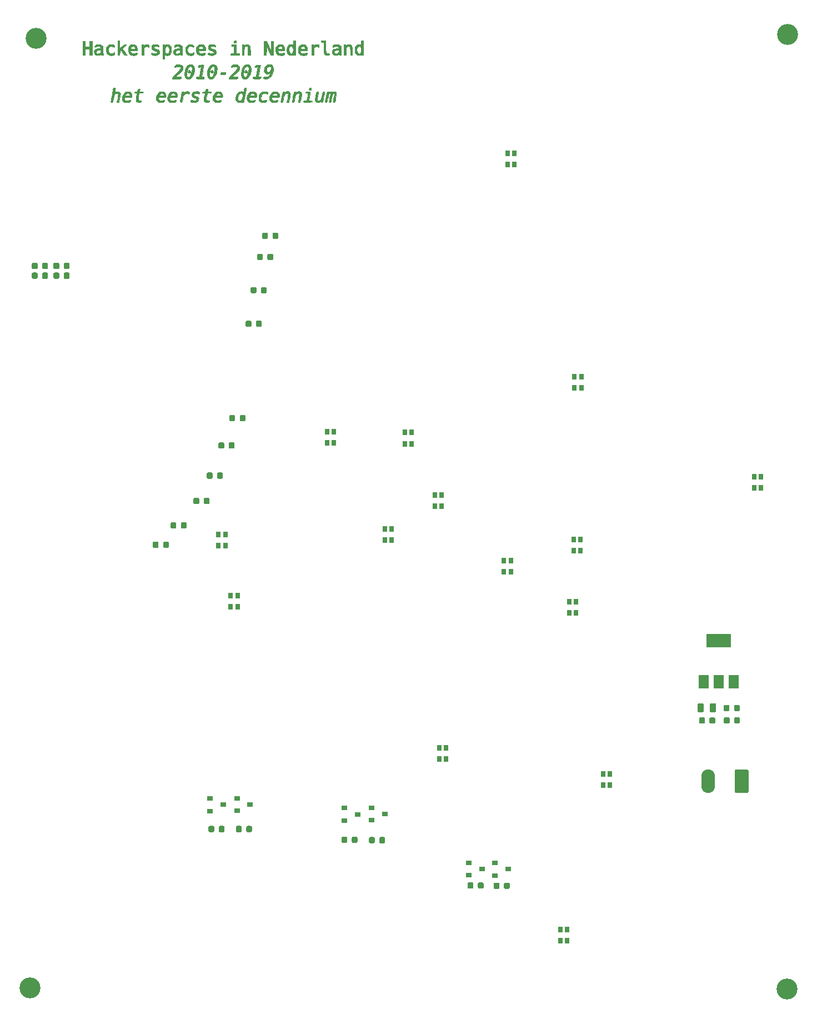
<source format=gts>
G04 #@! TF.GenerationSoftware,KiCad,Pcbnew,(5.1.5-0-10_14)*
G04 #@! TF.CreationDate,2019-12-23T16:45:50+01:00*
G04 #@! TF.ProjectId,hackerspacesnl,6861636b-6572-4737-9061-6365736e6c2e,rev?*
G04 #@! TF.SameCoordinates,Original*
G04 #@! TF.FileFunction,Soldermask,Top*
G04 #@! TF.FilePolarity,Negative*
%FSLAX46Y46*%
G04 Gerber Fmt 4.6, Leading zero omitted, Abs format (unit mm)*
G04 Created by KiCad (PCBNEW (5.1.5-0-10_14)) date 2019-12-23 16:45:50*
%MOMM*%
%LPD*%
G04 APERTURE LIST*
%ADD10C,0.010000*%
%ADD11R,0.800000X0.900000*%
%ADD12C,3.200000*%
%ADD13C,0.100000*%
%ADD14R,1.500000X2.000000*%
%ADD15R,3.800000X2.000000*%
%ADD16R,0.900000X0.800000*%
%ADD17O,2.080000X3.600000*%
G04 APERTURE END LIST*
D10*
G36*
X72250300Y-41427400D02*
G01*
X72333776Y-41518696D01*
X72348267Y-41639251D01*
X72302722Y-41753258D01*
X72206094Y-41824912D01*
X72148700Y-41833800D01*
X72042033Y-41799908D01*
X72006460Y-41772840D01*
X71944546Y-41656574D01*
X71958610Y-41538078D01*
X72029720Y-41444170D01*
X72138947Y-41401666D01*
X72250300Y-41427400D01*
G37*
X72250300Y-41427400D02*
X72333776Y-41518696D01*
X72348267Y-41639251D01*
X72302722Y-41753258D01*
X72206094Y-41824912D01*
X72148700Y-41833800D01*
X72042033Y-41799908D01*
X72006460Y-41772840D01*
X71944546Y-41656574D01*
X71958610Y-41538078D01*
X72029720Y-41444170D01*
X72138947Y-41401666D01*
X72250300Y-41427400D01*
G36*
X67068700Y-41427400D02*
G01*
X67152176Y-41518696D01*
X67166667Y-41639251D01*
X67121122Y-41753258D01*
X67024494Y-41824912D01*
X66967100Y-41833800D01*
X66860433Y-41799908D01*
X66824860Y-41772840D01*
X66762946Y-41656574D01*
X66777010Y-41538078D01*
X66848120Y-41444170D01*
X66957347Y-41401666D01*
X67068700Y-41427400D01*
G37*
X67068700Y-41427400D02*
X67152176Y-41518696D01*
X67166667Y-41639251D01*
X67121122Y-41753258D01*
X67024494Y-41824912D01*
X66967100Y-41833800D01*
X66860433Y-41799908D01*
X66824860Y-41772840D01*
X66762946Y-41656574D01*
X66777010Y-41538078D01*
X66848120Y-41444170D01*
X66957347Y-41401666D01*
X67068700Y-41427400D01*
G36*
X63614300Y-41427400D02*
G01*
X63697776Y-41518696D01*
X63712267Y-41639251D01*
X63666722Y-41753258D01*
X63570094Y-41824912D01*
X63512700Y-41833800D01*
X63406033Y-41799908D01*
X63370460Y-41772840D01*
X63308546Y-41656574D01*
X63322610Y-41538078D01*
X63393720Y-41444170D01*
X63502947Y-41401666D01*
X63614300Y-41427400D01*
G37*
X63614300Y-41427400D02*
X63697776Y-41518696D01*
X63712267Y-41639251D01*
X63666722Y-41753258D01*
X63570094Y-41824912D01*
X63512700Y-41833800D01*
X63406033Y-41799908D01*
X63370460Y-41772840D01*
X63308546Y-41656574D01*
X63322610Y-41538078D01*
X63393720Y-41444170D01*
X63502947Y-41401666D01*
X63614300Y-41427400D01*
G36*
X70570020Y-36863424D02*
G01*
X70613460Y-36906907D01*
X70624459Y-37014966D01*
X70624700Y-37058600D01*
X70618681Y-37188893D01*
X70586069Y-37246814D01*
X70505024Y-37261479D01*
X70472300Y-37261800D01*
X70374579Y-37253775D01*
X70331139Y-37210292D01*
X70320140Y-37102233D01*
X70319900Y-37058600D01*
X70325918Y-36928306D01*
X70358530Y-36870385D01*
X70439575Y-36855720D01*
X70472300Y-36855400D01*
X70570020Y-36863424D01*
G37*
X70570020Y-36863424D02*
X70613460Y-36906907D01*
X70624459Y-37014966D01*
X70624700Y-37058600D01*
X70618681Y-37188893D01*
X70586069Y-37246814D01*
X70505024Y-37261479D01*
X70472300Y-37261800D01*
X70374579Y-37253775D01*
X70331139Y-37210292D01*
X70320140Y-37102233D01*
X70319900Y-37058600D01*
X70325918Y-36928306D01*
X70358530Y-36870385D01*
X70439575Y-36855720D01*
X70472300Y-36855400D01*
X70570020Y-36863424D01*
G36*
X87356474Y-37487156D02*
G01*
X87388700Y-37542371D01*
X87399135Y-37590460D01*
X87447910Y-37578657D01*
X87511305Y-37539408D01*
X87683745Y-37480440D01*
X87874493Y-37474737D01*
X88032973Y-37495875D01*
X88150139Y-37544794D01*
X88232726Y-37635177D01*
X88287469Y-37780707D01*
X88321101Y-37995066D01*
X88340358Y-38291936D01*
X88345377Y-38431474D01*
X88365913Y-39090600D01*
X88049100Y-39090600D01*
X88048816Y-38620700D01*
X88039009Y-38278494D01*
X88008567Y-38027483D01*
X87955251Y-37858943D01*
X87876822Y-37764147D01*
X87822953Y-37740476D01*
X87656269Y-37746008D01*
X87513061Y-37834655D01*
X87437068Y-37953995D01*
X87416163Y-38058861D01*
X87399803Y-38235855D01*
X87390243Y-38455532D01*
X87388700Y-38585907D01*
X87388700Y-39090600D01*
X87083900Y-39090600D01*
X87083900Y-37465000D01*
X87236300Y-37465000D01*
X87356474Y-37487156D01*
G37*
X87356474Y-37487156D02*
X87388700Y-37542371D01*
X87399135Y-37590460D01*
X87447910Y-37578657D01*
X87511305Y-37539408D01*
X87683745Y-37480440D01*
X87874493Y-37474737D01*
X88032973Y-37495875D01*
X88150139Y-37544794D01*
X88232726Y-37635177D01*
X88287469Y-37780707D01*
X88321101Y-37995066D01*
X88340358Y-38291936D01*
X88345377Y-38431474D01*
X88365913Y-39090600D01*
X88049100Y-39090600D01*
X88048816Y-38620700D01*
X88039009Y-38278494D01*
X88008567Y-38027483D01*
X87955251Y-37858943D01*
X87876822Y-37764147D01*
X87822953Y-37740476D01*
X87656269Y-37746008D01*
X87513061Y-37834655D01*
X87437068Y-37953995D01*
X87416163Y-38058861D01*
X87399803Y-38235855D01*
X87390243Y-38455532D01*
X87388700Y-38585907D01*
X87388700Y-39090600D01*
X87083900Y-39090600D01*
X87083900Y-37465000D01*
X87236300Y-37465000D01*
X87356474Y-37487156D01*
G36*
X84289900Y-37733096D02*
G01*
X84291973Y-38095662D01*
X84300890Y-38369117D01*
X84320695Y-38565909D01*
X84355431Y-38698489D01*
X84409145Y-38779308D01*
X84485879Y-38820813D01*
X84589679Y-38835456D01*
X84648380Y-38836600D01*
X84778116Y-38843767D01*
X84835305Y-38877408D01*
X84848664Y-38955727D01*
X84848700Y-38963600D01*
X84841083Y-39037556D01*
X84801295Y-39075079D01*
X84703923Y-39088122D01*
X84582000Y-39089055D01*
X84410371Y-39078063D01*
X84269787Y-39051767D01*
X84221640Y-39033067D01*
X84136323Y-38961584D01*
X84072966Y-38851346D01*
X84028883Y-38689176D01*
X84001387Y-38461899D01*
X83987791Y-38156338D01*
X83985100Y-37873031D01*
X83985100Y-37109400D01*
X83781900Y-37109400D01*
X83650981Y-37102468D01*
X83592793Y-37069771D01*
X83578772Y-36993459D01*
X83578700Y-36982400D01*
X83583929Y-36916049D01*
X83614375Y-36878075D01*
X83692179Y-36860571D01*
X83839478Y-36855631D01*
X83934300Y-36855400D01*
X84289900Y-36855400D01*
X84289900Y-37733096D01*
G37*
X84289900Y-37733096D02*
X84291973Y-38095662D01*
X84300890Y-38369117D01*
X84320695Y-38565909D01*
X84355431Y-38698489D01*
X84409145Y-38779308D01*
X84485879Y-38820813D01*
X84589679Y-38835456D01*
X84648380Y-38836600D01*
X84778116Y-38843767D01*
X84835305Y-38877408D01*
X84848664Y-38955727D01*
X84848700Y-38963600D01*
X84841083Y-39037556D01*
X84801295Y-39075079D01*
X84703923Y-39088122D01*
X84582000Y-39089055D01*
X84410371Y-39078063D01*
X84269787Y-39051767D01*
X84221640Y-39033067D01*
X84136323Y-38961584D01*
X84072966Y-38851346D01*
X84028883Y-38689176D01*
X84001387Y-38461899D01*
X83987791Y-38156338D01*
X83985100Y-37873031D01*
X83985100Y-37109400D01*
X83781900Y-37109400D01*
X83650981Y-37102468D01*
X83592793Y-37069771D01*
X83578772Y-36993459D01*
X83578700Y-36982400D01*
X83583929Y-36916049D01*
X83614375Y-36878075D01*
X83692179Y-36860571D01*
X83839478Y-36855631D01*
X83934300Y-36855400D01*
X84289900Y-36855400D01*
X84289900Y-37733096D01*
G36*
X82428874Y-37487156D02*
G01*
X82461100Y-37542371D01*
X82471508Y-37590507D01*
X82520229Y-37578722D01*
X82583479Y-37539556D01*
X82747061Y-37482190D01*
X82977179Y-37474884D01*
X83248500Y-37490400D01*
X83264121Y-37678463D01*
X83279742Y-37866527D01*
X83123982Y-37788823D01*
X82920142Y-37737293D01*
X82725043Y-37778150D01*
X82564621Y-37905903D01*
X82563319Y-37907551D01*
X82515877Y-37981771D01*
X82485572Y-38074406D01*
X82468797Y-38208618D01*
X82461947Y-38407567D01*
X82461100Y-38564050D01*
X82461100Y-39090600D01*
X82156300Y-39090600D01*
X82156300Y-37465000D01*
X82308700Y-37465000D01*
X82428874Y-37487156D01*
G37*
X82428874Y-37487156D02*
X82461100Y-37542371D01*
X82471508Y-37590507D01*
X82520229Y-37578722D01*
X82583479Y-37539556D01*
X82747061Y-37482190D01*
X82977179Y-37474884D01*
X83248500Y-37490400D01*
X83264121Y-37678463D01*
X83279742Y-37866527D01*
X83123982Y-37788823D01*
X82920142Y-37737293D01*
X82725043Y-37778150D01*
X82564621Y-37905903D01*
X82563319Y-37907551D01*
X82515877Y-37981771D01*
X82485572Y-38074406D01*
X82468797Y-38208618D01*
X82461947Y-38407567D01*
X82461100Y-38564050D01*
X82461100Y-39090600D01*
X82156300Y-39090600D01*
X82156300Y-37465000D01*
X82308700Y-37465000D01*
X82428874Y-37487156D01*
G36*
X76314300Y-39090600D02*
G01*
X76098400Y-39089844D01*
X75882500Y-39089089D01*
X75577700Y-38329394D01*
X75272900Y-37569700D01*
X75258876Y-38330150D01*
X75244853Y-39090600D01*
X74891900Y-39090600D01*
X74891900Y-36957000D01*
X75107800Y-36957103D01*
X75323700Y-36957207D01*
X75933300Y-38450673D01*
X75947358Y-37703836D01*
X75961416Y-36957000D01*
X76314300Y-36957000D01*
X76314300Y-39090600D01*
G37*
X76314300Y-39090600D02*
X76098400Y-39089844D01*
X75882500Y-39089089D01*
X75577700Y-38329394D01*
X75272900Y-37569700D01*
X75258876Y-38330150D01*
X75244853Y-39090600D01*
X74891900Y-39090600D01*
X74891900Y-36957000D01*
X75107800Y-36957103D01*
X75323700Y-36957207D01*
X75933300Y-38450673D01*
X75947358Y-37703836D01*
X75961416Y-36957000D01*
X76314300Y-36957000D01*
X76314300Y-39090600D01*
G36*
X71811674Y-37487156D02*
G01*
X71843900Y-37542371D01*
X71854335Y-37590460D01*
X71903110Y-37578657D01*
X71966505Y-37539408D01*
X72138945Y-37480440D01*
X72329693Y-37474737D01*
X72485975Y-37495257D01*
X72601567Y-37542699D01*
X72683240Y-37630825D01*
X72737764Y-37773397D01*
X72771909Y-37984178D01*
X72792448Y-38276928D01*
X72798655Y-38427915D01*
X72822585Y-39090600D01*
X72453500Y-39090600D01*
X72453500Y-38484628D01*
X72448916Y-38186752D01*
X72431764Y-37975996D01*
X72396936Y-37838153D01*
X72339327Y-37759017D01*
X72253833Y-37724382D01*
X72178344Y-37719000D01*
X72059217Y-37738678D01*
X71972510Y-37806050D01*
X71913075Y-37933623D01*
X71875767Y-38133906D01*
X71855439Y-38419403D01*
X71852228Y-38511578D01*
X71835157Y-39090600D01*
X71539100Y-39090600D01*
X71539100Y-37465000D01*
X71691500Y-37465000D01*
X71811674Y-37487156D01*
G37*
X71811674Y-37487156D02*
X71843900Y-37542371D01*
X71854335Y-37590460D01*
X71903110Y-37578657D01*
X71966505Y-37539408D01*
X72138945Y-37480440D01*
X72329693Y-37474737D01*
X72485975Y-37495257D01*
X72601567Y-37542699D01*
X72683240Y-37630825D01*
X72737764Y-37773397D01*
X72771909Y-37984178D01*
X72792448Y-38276928D01*
X72798655Y-38427915D01*
X72822585Y-39090600D01*
X72453500Y-39090600D01*
X72453500Y-38484628D01*
X72448916Y-38186752D01*
X72431764Y-37975996D01*
X72396936Y-37838153D01*
X72339327Y-37759017D01*
X72253833Y-37724382D01*
X72178344Y-37719000D01*
X72059217Y-37738678D01*
X71972510Y-37806050D01*
X71913075Y-37933623D01*
X71875767Y-38133906D01*
X71855439Y-38419403D01*
X71852228Y-38511578D01*
X71835157Y-39090600D01*
X71539100Y-39090600D01*
X71539100Y-37465000D01*
X71691500Y-37465000D01*
X71811674Y-37487156D01*
G36*
X70624700Y-38836600D02*
G01*
X70878700Y-38836600D01*
X71029446Y-38840717D01*
X71104650Y-38861731D01*
X71130293Y-38912631D01*
X71132700Y-38963600D01*
X71132700Y-39090600D01*
X69811900Y-39090600D01*
X69811900Y-38963600D01*
X69820135Y-38888226D01*
X69862162Y-38850624D01*
X69963963Y-38837803D01*
X70065900Y-38836600D01*
X70319900Y-38836600D01*
X70319900Y-37719000D01*
X70116700Y-37719000D01*
X69985781Y-37712068D01*
X69927593Y-37679371D01*
X69913572Y-37603059D01*
X69913500Y-37592000D01*
X69918729Y-37525649D01*
X69949175Y-37487675D01*
X70026979Y-37470171D01*
X70174278Y-37465231D01*
X70269100Y-37465000D01*
X70624700Y-37465000D01*
X70624700Y-38836600D01*
G37*
X70624700Y-38836600D02*
X70878700Y-38836600D01*
X71029446Y-38840717D01*
X71104650Y-38861731D01*
X71130293Y-38912631D01*
X71132700Y-38963600D01*
X71132700Y-39090600D01*
X69811900Y-39090600D01*
X69811900Y-38963600D01*
X69820135Y-38888226D01*
X69862162Y-38850624D01*
X69963963Y-38837803D01*
X70065900Y-38836600D01*
X70319900Y-38836600D01*
X70319900Y-37719000D01*
X70116700Y-37719000D01*
X69985781Y-37712068D01*
X69927593Y-37679371D01*
X69913572Y-37603059D01*
X69913500Y-37592000D01*
X69918729Y-37525649D01*
X69949175Y-37487675D01*
X70026979Y-37470171D01*
X70174278Y-37465231D01*
X70269100Y-37465000D01*
X70624700Y-37465000D01*
X70624700Y-38836600D01*
G36*
X56519786Y-37486406D02*
G01*
X56553100Y-37544080D01*
X56562282Y-37594762D01*
X56607813Y-37582833D01*
X56666003Y-37544080D01*
X56796201Y-37493274D01*
X56978010Y-37467263D01*
X57163652Y-37469769D01*
X57285545Y-37495835D01*
X57348148Y-37571609D01*
X57365900Y-37695141D01*
X57365900Y-37863612D01*
X57213060Y-37787366D01*
X57010677Y-37737083D01*
X56815817Y-37778912D01*
X56655776Y-37906970D01*
X56655319Y-37907551D01*
X56607877Y-37981771D01*
X56577572Y-38074406D01*
X56560797Y-38208618D01*
X56553947Y-38407567D01*
X56553100Y-38564050D01*
X56553100Y-39090600D01*
X56248300Y-39090600D01*
X56248300Y-37465000D01*
X56400700Y-37465000D01*
X56519786Y-37486406D01*
G37*
X56519786Y-37486406D02*
X56553100Y-37544080D01*
X56562282Y-37594762D01*
X56607813Y-37582833D01*
X56666003Y-37544080D01*
X56796201Y-37493274D01*
X56978010Y-37467263D01*
X57163652Y-37469769D01*
X57285545Y-37495835D01*
X57348148Y-37571609D01*
X57365900Y-37695141D01*
X57365900Y-37863612D01*
X57213060Y-37787366D01*
X57010677Y-37737083D01*
X56815817Y-37778912D01*
X56655776Y-37906970D01*
X56655319Y-37907551D01*
X56607877Y-37981771D01*
X56577572Y-38074406D01*
X56560797Y-38208618D01*
X56553947Y-38407567D01*
X56553100Y-38564050D01*
X56553100Y-39090600D01*
X56248300Y-39090600D01*
X56248300Y-37465000D01*
X56400700Y-37465000D01*
X56519786Y-37486406D01*
G36*
X52895500Y-38097064D02*
G01*
X53214366Y-37781032D01*
X53377460Y-37624893D01*
X53495734Y-37529878D01*
X53592330Y-37481591D01*
X53690392Y-37465635D01*
X53722366Y-37465000D01*
X53844386Y-37469870D01*
X53908603Y-37481936D01*
X53911500Y-37485511D01*
X53877539Y-37527667D01*
X53787004Y-37622281D01*
X53656918Y-37751769D01*
X53603279Y-37803926D01*
X53295058Y-38101829D01*
X53465725Y-38329514D01*
X53594482Y-38502952D01*
X53741749Y-38703692D01*
X53829072Y-38823900D01*
X54021753Y-39090600D01*
X53822130Y-39090600D01*
X53724512Y-39085842D01*
X53648139Y-39060894D01*
X53573289Y-38999739D01*
X53480238Y-38886361D01*
X53352388Y-38709160D01*
X53224342Y-38531110D01*
X53138862Y-38424626D01*
X53081014Y-38377511D01*
X53035866Y-38377567D01*
X52988885Y-38412234D01*
X52930331Y-38497036D01*
X52901573Y-38632753D01*
X52895500Y-38793673D01*
X52893347Y-38959642D01*
X52878587Y-39048273D01*
X52838766Y-39083829D01*
X52761432Y-39090573D01*
X52743100Y-39090600D01*
X52590700Y-39090600D01*
X52590700Y-36855400D01*
X52895500Y-36855400D01*
X52895500Y-38097064D01*
G37*
X52895500Y-38097064D02*
X53214366Y-37781032D01*
X53377460Y-37624893D01*
X53495734Y-37529878D01*
X53592330Y-37481591D01*
X53690392Y-37465635D01*
X53722366Y-37465000D01*
X53844386Y-37469870D01*
X53908603Y-37481936D01*
X53911500Y-37485511D01*
X53877539Y-37527667D01*
X53787004Y-37622281D01*
X53656918Y-37751769D01*
X53603279Y-37803926D01*
X53295058Y-38101829D01*
X53465725Y-38329514D01*
X53594482Y-38502952D01*
X53741749Y-38703692D01*
X53829072Y-38823900D01*
X54021753Y-39090600D01*
X53822130Y-39090600D01*
X53724512Y-39085842D01*
X53648139Y-39060894D01*
X53573289Y-38999739D01*
X53480238Y-38886361D01*
X53352388Y-38709160D01*
X53224342Y-38531110D01*
X53138862Y-38424626D01*
X53081014Y-38377511D01*
X53035866Y-38377567D01*
X52988885Y-38412234D01*
X52930331Y-38497036D01*
X52901573Y-38632753D01*
X52895500Y-38793673D01*
X52893347Y-38959642D01*
X52878587Y-39048273D01*
X52838766Y-39083829D01*
X52761432Y-39090573D01*
X52743100Y-39090600D01*
X52590700Y-39090600D01*
X52590700Y-36855400D01*
X52895500Y-36855400D01*
X52895500Y-38097064D01*
G36*
X47612300Y-37820600D02*
G01*
X48323500Y-37820600D01*
X48323500Y-36957000D01*
X48679100Y-36957000D01*
X48679100Y-39090600D01*
X48323500Y-39090600D01*
X48323500Y-38125400D01*
X47612300Y-38125400D01*
X47612300Y-39090600D01*
X47256700Y-39090600D01*
X47256700Y-36957000D01*
X47612300Y-36957000D01*
X47612300Y-37820600D01*
G37*
X47612300Y-37820600D02*
X48323500Y-37820600D01*
X48323500Y-36957000D01*
X48679100Y-36957000D01*
X48679100Y-39090600D01*
X48323500Y-39090600D01*
X48323500Y-38125400D01*
X47612300Y-38125400D01*
X47612300Y-39090600D01*
X47256700Y-39090600D01*
X47256700Y-36957000D01*
X47612300Y-36957000D01*
X47612300Y-37820600D01*
G36*
X90030300Y-39094669D02*
G01*
X89814400Y-39091451D01*
X89616323Y-39096625D01*
X89416871Y-39113529D01*
X89395300Y-39116345D01*
X89207278Y-39117882D01*
X89065100Y-39079255D01*
X88906867Y-38944763D01*
X88794925Y-38742854D01*
X88731206Y-38497516D01*
X88717642Y-38232737D01*
X88727598Y-38165481D01*
X89041924Y-38165481D01*
X89043901Y-38387013D01*
X89088928Y-38595245D01*
X89175181Y-38757586D01*
X89230260Y-38809340D01*
X89334101Y-38872750D01*
X89413494Y-38881427D01*
X89494624Y-38855843D01*
X89600201Y-38765782D01*
X89676254Y-38606133D01*
X89719197Y-38405545D01*
X89725443Y-38192663D01*
X89691404Y-37996136D01*
X89620212Y-37852850D01*
X89483158Y-37744014D01*
X89329985Y-37726748D01*
X89184484Y-37803186D01*
X89174428Y-37812871D01*
X89084825Y-37963237D01*
X89041924Y-38165481D01*
X88727598Y-38165481D01*
X88756166Y-37972507D01*
X88848711Y-37740814D01*
X88946603Y-37608524D01*
X89067564Y-37509539D01*
X89205882Y-37469477D01*
X89306543Y-37465000D01*
X89468617Y-37476803D01*
X89600804Y-37506246D01*
X89627239Y-37517587D01*
X89678374Y-37538204D01*
X89707795Y-37519244D01*
X89721466Y-37442210D01*
X89725349Y-37288604D01*
X89725500Y-37212787D01*
X89725500Y-36855400D01*
X90030300Y-36855400D01*
X90030300Y-39094669D01*
G37*
X90030300Y-39094669D02*
X89814400Y-39091451D01*
X89616323Y-39096625D01*
X89416871Y-39113529D01*
X89395300Y-39116345D01*
X89207278Y-39117882D01*
X89065100Y-39079255D01*
X88906867Y-38944763D01*
X88794925Y-38742854D01*
X88731206Y-38497516D01*
X88717642Y-38232737D01*
X88727598Y-38165481D01*
X89041924Y-38165481D01*
X89043901Y-38387013D01*
X89088928Y-38595245D01*
X89175181Y-38757586D01*
X89230260Y-38809340D01*
X89334101Y-38872750D01*
X89413494Y-38881427D01*
X89494624Y-38855843D01*
X89600201Y-38765782D01*
X89676254Y-38606133D01*
X89719197Y-38405545D01*
X89725443Y-38192663D01*
X89691404Y-37996136D01*
X89620212Y-37852850D01*
X89483158Y-37744014D01*
X89329985Y-37726748D01*
X89184484Y-37803186D01*
X89174428Y-37812871D01*
X89084825Y-37963237D01*
X89041924Y-38165481D01*
X88727598Y-38165481D01*
X88756166Y-37972507D01*
X88848711Y-37740814D01*
X88946603Y-37608524D01*
X89067564Y-37509539D01*
X89205882Y-37469477D01*
X89306543Y-37465000D01*
X89468617Y-37476803D01*
X89600804Y-37506246D01*
X89627239Y-37517587D01*
X89678374Y-37538204D01*
X89707795Y-37519244D01*
X89721466Y-37442210D01*
X89725349Y-37288604D01*
X89725500Y-37212787D01*
X89725500Y-36855400D01*
X90030300Y-36855400D01*
X90030300Y-39094669D01*
G36*
X86177568Y-37475076D02*
G01*
X86304269Y-37515870D01*
X86424240Y-37603233D01*
X86435398Y-37613106D01*
X86601300Y-37761213D01*
X86618037Y-38425906D01*
X86634774Y-39090600D01*
X86478337Y-39090600D01*
X86360088Y-39072046D01*
X86321979Y-39010837D01*
X86321900Y-39006526D01*
X86313471Y-38953412D01*
X86272145Y-38969580D01*
X86220814Y-39013934D01*
X86081387Y-39086213D01*
X85888886Y-39122636D01*
X85686429Y-39120048D01*
X85517135Y-39075296D01*
X85500515Y-39066615D01*
X85376621Y-38945330D01*
X85294409Y-38765650D01*
X85275284Y-38616082D01*
X85581372Y-38616082D01*
X85607884Y-38712870D01*
X85610700Y-38740791D01*
X85652461Y-38791272D01*
X85748899Y-38845711D01*
X85856745Y-38881063D01*
X85879922Y-38884179D01*
X85949588Y-38865075D01*
X86061508Y-38814498D01*
X86064915Y-38812743D01*
X86182003Y-38708650D01*
X86276857Y-38551486D01*
X86321293Y-38389609D01*
X86321900Y-38371819D01*
X86275959Y-38348148D01*
X86157452Y-38332450D01*
X86042500Y-38328600D01*
X85852786Y-38339723D01*
X85728770Y-38379323D01*
X85657572Y-38434127D01*
X85590574Y-38533738D01*
X85581372Y-38616082D01*
X85275284Y-38616082D01*
X85269041Y-38567259D01*
X85279137Y-38487203D01*
X85351143Y-38308435D01*
X85483253Y-38186075D01*
X85687603Y-38112757D01*
X85945749Y-38082489D01*
X86138377Y-38070898D01*
X86248859Y-38055622D01*
X86296587Y-38029521D01*
X86300957Y-37985457D01*
X86293005Y-37954665D01*
X86203364Y-37811123D01*
X86048345Y-37732455D01*
X85843593Y-37722235D01*
X85604754Y-37784038D01*
X85583668Y-37792607D01*
X85407500Y-37866215D01*
X85407500Y-37697357D01*
X85420244Y-37577774D01*
X85478500Y-37520655D01*
X85566250Y-37496750D01*
X85711844Y-37478093D01*
X85901759Y-37466676D01*
X85997248Y-37465000D01*
X86177568Y-37475076D01*
G37*
X86177568Y-37475076D02*
X86304269Y-37515870D01*
X86424240Y-37603233D01*
X86435398Y-37613106D01*
X86601300Y-37761213D01*
X86618037Y-38425906D01*
X86634774Y-39090600D01*
X86478337Y-39090600D01*
X86360088Y-39072046D01*
X86321979Y-39010837D01*
X86321900Y-39006526D01*
X86313471Y-38953412D01*
X86272145Y-38969580D01*
X86220814Y-39013934D01*
X86081387Y-39086213D01*
X85888886Y-39122636D01*
X85686429Y-39120048D01*
X85517135Y-39075296D01*
X85500515Y-39066615D01*
X85376621Y-38945330D01*
X85294409Y-38765650D01*
X85275284Y-38616082D01*
X85581372Y-38616082D01*
X85607884Y-38712870D01*
X85610700Y-38740791D01*
X85652461Y-38791272D01*
X85748899Y-38845711D01*
X85856745Y-38881063D01*
X85879922Y-38884179D01*
X85949588Y-38865075D01*
X86061508Y-38814498D01*
X86064915Y-38812743D01*
X86182003Y-38708650D01*
X86276857Y-38551486D01*
X86321293Y-38389609D01*
X86321900Y-38371819D01*
X86275959Y-38348148D01*
X86157452Y-38332450D01*
X86042500Y-38328600D01*
X85852786Y-38339723D01*
X85728770Y-38379323D01*
X85657572Y-38434127D01*
X85590574Y-38533738D01*
X85581372Y-38616082D01*
X85275284Y-38616082D01*
X85269041Y-38567259D01*
X85279137Y-38487203D01*
X85351143Y-38308435D01*
X85483253Y-38186075D01*
X85687603Y-38112757D01*
X85945749Y-38082489D01*
X86138377Y-38070898D01*
X86248859Y-38055622D01*
X86296587Y-38029521D01*
X86300957Y-37985457D01*
X86293005Y-37954665D01*
X86203364Y-37811123D01*
X86048345Y-37732455D01*
X85843593Y-37722235D01*
X85604754Y-37784038D01*
X85583668Y-37792607D01*
X85407500Y-37866215D01*
X85407500Y-37697357D01*
X85420244Y-37577774D01*
X85478500Y-37520655D01*
X85566250Y-37496750D01*
X85711844Y-37478093D01*
X85901759Y-37466676D01*
X85997248Y-37465000D01*
X86177568Y-37475076D01*
G36*
X81016987Y-37473452D02*
G01*
X81141972Y-37506281D01*
X81243392Y-37574696D01*
X81260399Y-37590053D01*
X81411996Y-37782965D01*
X81485410Y-38018190D01*
X81495900Y-38179507D01*
X81495900Y-38379400D01*
X80933676Y-38379400D01*
X80689045Y-38380048D01*
X80529477Y-38384382D01*
X80438435Y-38395985D01*
X80399381Y-38418440D01*
X80395779Y-38455329D01*
X80406115Y-38493700D01*
X80501135Y-38668545D01*
X80651494Y-38804894D01*
X80783481Y-38861732D01*
X80916995Y-38863783D01*
X81086092Y-38832533D01*
X81145402Y-38814306D01*
X81308699Y-38759891D01*
X81398329Y-38744633D01*
X81436387Y-38773744D01*
X81444969Y-38852437D01*
X81445100Y-38885012D01*
X81431227Y-38988136D01*
X81370566Y-39047461D01*
X81254600Y-39087928D01*
X80949578Y-39137077D01*
X80666383Y-39115591D01*
X80483511Y-39052421D01*
X80284770Y-38910952D01*
X80158566Y-38718120D01*
X80093783Y-38456116D01*
X80089879Y-38421822D01*
X80091059Y-38110241D01*
X80110557Y-38046690D01*
X80424910Y-38046690D01*
X80485198Y-38096755D01*
X80636134Y-38120768D01*
X80810100Y-38125400D01*
X81016187Y-38120540D01*
X81136642Y-38104069D01*
X81187055Y-38073150D01*
X81191100Y-38056050D01*
X81161612Y-37970553D01*
X81090207Y-37858497D01*
X81085812Y-37852850D01*
X80943868Y-37742294D01*
X80778178Y-37722673D01*
X80611074Y-37794372D01*
X80553790Y-37843690D01*
X80449648Y-37964395D01*
X80424910Y-38046690D01*
X80110557Y-38046690D01*
X80168879Y-37856604D01*
X80327904Y-37647250D01*
X80357769Y-37619939D01*
X80476391Y-37528519D01*
X80591097Y-37481986D01*
X80745488Y-37466028D01*
X80829849Y-37465000D01*
X81016987Y-37473452D01*
G37*
X81016987Y-37473452D02*
X81141972Y-37506281D01*
X81243392Y-37574696D01*
X81260399Y-37590053D01*
X81411996Y-37782965D01*
X81485410Y-38018190D01*
X81495900Y-38179507D01*
X81495900Y-38379400D01*
X80933676Y-38379400D01*
X80689045Y-38380048D01*
X80529477Y-38384382D01*
X80438435Y-38395985D01*
X80399381Y-38418440D01*
X80395779Y-38455329D01*
X80406115Y-38493700D01*
X80501135Y-38668545D01*
X80651494Y-38804894D01*
X80783481Y-38861732D01*
X80916995Y-38863783D01*
X81086092Y-38832533D01*
X81145402Y-38814306D01*
X81308699Y-38759891D01*
X81398329Y-38744633D01*
X81436387Y-38773744D01*
X81444969Y-38852437D01*
X81445100Y-38885012D01*
X81431227Y-38988136D01*
X81370566Y-39047461D01*
X81254600Y-39087928D01*
X80949578Y-39137077D01*
X80666383Y-39115591D01*
X80483511Y-39052421D01*
X80284770Y-38910952D01*
X80158566Y-38718120D01*
X80093783Y-38456116D01*
X80089879Y-38421822D01*
X80091059Y-38110241D01*
X80110557Y-38046690D01*
X80424910Y-38046690D01*
X80485198Y-38096755D01*
X80636134Y-38120768D01*
X80810100Y-38125400D01*
X81016187Y-38120540D01*
X81136642Y-38104069D01*
X81187055Y-38073150D01*
X81191100Y-38056050D01*
X81161612Y-37970553D01*
X81090207Y-37858497D01*
X81085812Y-37852850D01*
X80943868Y-37742294D01*
X80778178Y-37722673D01*
X80611074Y-37794372D01*
X80553790Y-37843690D01*
X80449648Y-37964395D01*
X80424910Y-38046690D01*
X80110557Y-38046690D01*
X80168879Y-37856604D01*
X80327904Y-37647250D01*
X80357769Y-37619939D01*
X80476391Y-37528519D01*
X80591097Y-37481986D01*
X80745488Y-37466028D01*
X80829849Y-37465000D01*
X81016987Y-37473452D01*
G36*
X79667100Y-39094669D02*
G01*
X79451200Y-39091451D01*
X79253123Y-39096625D01*
X79053671Y-39113529D01*
X79032100Y-39116345D01*
X78844078Y-39117882D01*
X78701900Y-39079255D01*
X78543667Y-38944763D01*
X78431725Y-38742854D01*
X78368006Y-38497516D01*
X78354442Y-38232737D01*
X78364398Y-38165481D01*
X78678724Y-38165481D01*
X78680701Y-38387013D01*
X78725728Y-38595245D01*
X78811981Y-38757586D01*
X78867060Y-38809340D01*
X79003034Y-38878446D01*
X79115446Y-38861515D01*
X79208607Y-38787092D01*
X79310530Y-38637706D01*
X79356177Y-38439128D01*
X79350506Y-38172930D01*
X79300314Y-37955573D01*
X79206405Y-37802501D01*
X79082747Y-37723044D01*
X78943311Y-37726528D01*
X78811228Y-37812871D01*
X78721625Y-37963237D01*
X78678724Y-38165481D01*
X78364398Y-38165481D01*
X78392966Y-37972507D01*
X78485511Y-37740814D01*
X78583403Y-37608524D01*
X78704364Y-37509539D01*
X78842682Y-37469477D01*
X78943343Y-37465000D01*
X79105417Y-37476803D01*
X79237604Y-37506246D01*
X79264039Y-37517587D01*
X79315174Y-37538204D01*
X79344595Y-37519244D01*
X79358266Y-37442210D01*
X79362149Y-37288604D01*
X79362300Y-37212787D01*
X79362300Y-36855400D01*
X79667100Y-36855400D01*
X79667100Y-39094669D01*
G37*
X79667100Y-39094669D02*
X79451200Y-39091451D01*
X79253123Y-39096625D01*
X79053671Y-39113529D01*
X79032100Y-39116345D01*
X78844078Y-39117882D01*
X78701900Y-39079255D01*
X78543667Y-38944763D01*
X78431725Y-38742854D01*
X78368006Y-38497516D01*
X78354442Y-38232737D01*
X78364398Y-38165481D01*
X78678724Y-38165481D01*
X78680701Y-38387013D01*
X78725728Y-38595245D01*
X78811981Y-38757586D01*
X78867060Y-38809340D01*
X79003034Y-38878446D01*
X79115446Y-38861515D01*
X79208607Y-38787092D01*
X79310530Y-38637706D01*
X79356177Y-38439128D01*
X79350506Y-38172930D01*
X79300314Y-37955573D01*
X79206405Y-37802501D01*
X79082747Y-37723044D01*
X78943311Y-37726528D01*
X78811228Y-37812871D01*
X78721625Y-37963237D01*
X78678724Y-38165481D01*
X78364398Y-38165481D01*
X78392966Y-37972507D01*
X78485511Y-37740814D01*
X78583403Y-37608524D01*
X78704364Y-37509539D01*
X78842682Y-37469477D01*
X78943343Y-37465000D01*
X79105417Y-37476803D01*
X79237604Y-37506246D01*
X79264039Y-37517587D01*
X79315174Y-37538204D01*
X79344595Y-37519244D01*
X79358266Y-37442210D01*
X79362149Y-37288604D01*
X79362300Y-37212787D01*
X79362300Y-36855400D01*
X79667100Y-36855400D01*
X79667100Y-39094669D01*
G36*
X77562587Y-37473452D02*
G01*
X77687572Y-37506281D01*
X77788992Y-37574696D01*
X77805999Y-37590053D01*
X77957596Y-37782965D01*
X78031010Y-38018190D01*
X78041500Y-38179507D01*
X78041500Y-38379400D01*
X77479276Y-38379400D01*
X77234645Y-38380048D01*
X77075077Y-38384382D01*
X76984035Y-38395985D01*
X76944981Y-38418440D01*
X76941379Y-38455329D01*
X76951715Y-38493700D01*
X77046735Y-38668545D01*
X77197094Y-38804894D01*
X77329081Y-38861732D01*
X77462595Y-38863783D01*
X77631692Y-38832533D01*
X77691002Y-38814306D01*
X77854299Y-38759891D01*
X77943929Y-38744633D01*
X77981987Y-38773744D01*
X77990569Y-38852437D01*
X77990700Y-38885012D01*
X77976827Y-38988136D01*
X77916166Y-39047461D01*
X77800200Y-39087928D01*
X77495178Y-39137077D01*
X77211983Y-39115591D01*
X77029111Y-39052421D01*
X76830370Y-38910952D01*
X76704166Y-38718120D01*
X76639383Y-38456116D01*
X76635479Y-38421822D01*
X76636659Y-38110241D01*
X76656157Y-38046690D01*
X76970510Y-38046690D01*
X77030798Y-38096755D01*
X77181734Y-38120768D01*
X77355700Y-38125400D01*
X77561787Y-38120540D01*
X77682242Y-38104069D01*
X77732655Y-38073150D01*
X77736700Y-38056050D01*
X77707212Y-37970553D01*
X77635807Y-37858497D01*
X77631412Y-37852850D01*
X77489468Y-37742294D01*
X77323778Y-37722673D01*
X77156674Y-37794372D01*
X77099390Y-37843690D01*
X76995248Y-37964395D01*
X76970510Y-38046690D01*
X76656157Y-38046690D01*
X76714479Y-37856604D01*
X76873504Y-37647250D01*
X76903369Y-37619939D01*
X77021991Y-37528519D01*
X77136697Y-37481986D01*
X77291088Y-37466028D01*
X77375449Y-37465000D01*
X77562587Y-37473452D01*
G37*
X77562587Y-37473452D02*
X77687572Y-37506281D01*
X77788992Y-37574696D01*
X77805999Y-37590053D01*
X77957596Y-37782965D01*
X78031010Y-38018190D01*
X78041500Y-38179507D01*
X78041500Y-38379400D01*
X77479276Y-38379400D01*
X77234645Y-38380048D01*
X77075077Y-38384382D01*
X76984035Y-38395985D01*
X76944981Y-38418440D01*
X76941379Y-38455329D01*
X76951715Y-38493700D01*
X77046735Y-38668545D01*
X77197094Y-38804894D01*
X77329081Y-38861732D01*
X77462595Y-38863783D01*
X77631692Y-38832533D01*
X77691002Y-38814306D01*
X77854299Y-38759891D01*
X77943929Y-38744633D01*
X77981987Y-38773744D01*
X77990569Y-38852437D01*
X77990700Y-38885012D01*
X77976827Y-38988136D01*
X77916166Y-39047461D01*
X77800200Y-39087928D01*
X77495178Y-39137077D01*
X77211983Y-39115591D01*
X77029111Y-39052421D01*
X76830370Y-38910952D01*
X76704166Y-38718120D01*
X76639383Y-38456116D01*
X76635479Y-38421822D01*
X76636659Y-38110241D01*
X76656157Y-38046690D01*
X76970510Y-38046690D01*
X77030798Y-38096755D01*
X77181734Y-38120768D01*
X77355700Y-38125400D01*
X77561787Y-38120540D01*
X77682242Y-38104069D01*
X77732655Y-38073150D01*
X77736700Y-38056050D01*
X77707212Y-37970553D01*
X77635807Y-37858497D01*
X77631412Y-37852850D01*
X77489468Y-37742294D01*
X77323778Y-37722673D01*
X77156674Y-37794372D01*
X77099390Y-37843690D01*
X76995248Y-37964395D01*
X76970510Y-38046690D01*
X76656157Y-38046690D01*
X76714479Y-37856604D01*
X76873504Y-37647250D01*
X76903369Y-37619939D01*
X77021991Y-37528519D01*
X77136697Y-37481986D01*
X77291088Y-37466028D01*
X77375449Y-37465000D01*
X77562587Y-37473452D01*
G36*
X67213969Y-37470108D02*
G01*
X67358665Y-37490708D01*
X67438207Y-37534715D01*
X67470674Y-37610044D01*
X67475100Y-37679070D01*
X67464812Y-37782631D01*
X67423366Y-37806456D01*
X67386200Y-37795022D01*
X67280364Y-37765836D01*
X67126901Y-37738262D01*
X67081809Y-37732227D01*
X66883309Y-37735168D01*
X66758448Y-37798964D01*
X66713171Y-37920480D01*
X66713100Y-37926632D01*
X66745251Y-38017301D01*
X66850041Y-38085180D01*
X67039974Y-38137244D01*
X67114951Y-38150743D01*
X67346417Y-38228426D01*
X67501184Y-38364172D01*
X67572446Y-38545080D01*
X67553398Y-38758251D01*
X67502043Y-38884415D01*
X67379329Y-39017356D01*
X67185479Y-39103581D01*
X66941694Y-39138758D01*
X66669176Y-39118554D01*
X66522600Y-39084565D01*
X66407289Y-39036150D01*
X66362821Y-38958698D01*
X66357500Y-38880022D01*
X66366420Y-38773571D01*
X66408068Y-38744365D01*
X66471800Y-38758079D01*
X66695018Y-38823719D01*
X66847184Y-38859648D01*
X66953310Y-38869240D01*
X67038407Y-38855864D01*
X67083672Y-38840564D01*
X67223335Y-38760215D01*
X67267448Y-38668243D01*
X67220092Y-38572918D01*
X67085353Y-38482507D01*
X66868932Y-38405705D01*
X66642648Y-38330557D01*
X66501454Y-38238657D01*
X66428841Y-38113223D01*
X66408300Y-37937470D01*
X66408300Y-37937417D01*
X66436633Y-37725686D01*
X66527706Y-37581450D01*
X66690624Y-37497261D01*
X66934494Y-37465674D01*
X66986036Y-37465000D01*
X67213969Y-37470108D01*
G37*
X67213969Y-37470108D02*
X67358665Y-37490708D01*
X67438207Y-37534715D01*
X67470674Y-37610044D01*
X67475100Y-37679070D01*
X67464812Y-37782631D01*
X67423366Y-37806456D01*
X67386200Y-37795022D01*
X67280364Y-37765836D01*
X67126901Y-37738262D01*
X67081809Y-37732227D01*
X66883309Y-37735168D01*
X66758448Y-37798964D01*
X66713171Y-37920480D01*
X66713100Y-37926632D01*
X66745251Y-38017301D01*
X66850041Y-38085180D01*
X67039974Y-38137244D01*
X67114951Y-38150743D01*
X67346417Y-38228426D01*
X67501184Y-38364172D01*
X67572446Y-38545080D01*
X67553398Y-38758251D01*
X67502043Y-38884415D01*
X67379329Y-39017356D01*
X67185479Y-39103581D01*
X66941694Y-39138758D01*
X66669176Y-39118554D01*
X66522600Y-39084565D01*
X66407289Y-39036150D01*
X66362821Y-38958698D01*
X66357500Y-38880022D01*
X66366420Y-38773571D01*
X66408068Y-38744365D01*
X66471800Y-38758079D01*
X66695018Y-38823719D01*
X66847184Y-38859648D01*
X66953310Y-38869240D01*
X67038407Y-38855864D01*
X67083672Y-38840564D01*
X67223335Y-38760215D01*
X67267448Y-38668243D01*
X67220092Y-38572918D01*
X67085353Y-38482507D01*
X66868932Y-38405705D01*
X66642648Y-38330557D01*
X66501454Y-38238657D01*
X66428841Y-38113223D01*
X66408300Y-37937470D01*
X66408300Y-37937417D01*
X66436633Y-37725686D01*
X66527706Y-37581450D01*
X66690624Y-37497261D01*
X66934494Y-37465674D01*
X66986036Y-37465000D01*
X67213969Y-37470108D01*
G36*
X65488580Y-37475385D02*
G01*
X65614229Y-37514869D01*
X65715599Y-37590053D01*
X65867196Y-37782965D01*
X65940610Y-38018190D01*
X65951100Y-38179507D01*
X65951100Y-38379400D01*
X65388876Y-38379400D01*
X65144245Y-38380048D01*
X64984677Y-38384382D01*
X64893635Y-38395985D01*
X64854581Y-38418440D01*
X64850979Y-38455329D01*
X64861315Y-38493700D01*
X64956335Y-38668545D01*
X65106694Y-38804894D01*
X65238681Y-38861732D01*
X65372195Y-38863783D01*
X65541292Y-38832533D01*
X65600602Y-38814306D01*
X65763899Y-38759891D01*
X65853529Y-38744633D01*
X65891587Y-38773744D01*
X65900169Y-38852437D01*
X65900300Y-38885012D01*
X65886427Y-38988136D01*
X65825766Y-39047461D01*
X65709800Y-39087928D01*
X65404778Y-39137077D01*
X65121583Y-39115591D01*
X64938711Y-39052421D01*
X64746608Y-38919107D01*
X64623074Y-38740524D01*
X64555819Y-38496129D01*
X64543330Y-38391568D01*
X64551141Y-38071973D01*
X64559380Y-38046690D01*
X64880110Y-38046690D01*
X64940398Y-38096755D01*
X65091334Y-38120768D01*
X65265300Y-38125400D01*
X65471387Y-38120540D01*
X65591842Y-38104069D01*
X65642255Y-38073150D01*
X65646300Y-38056050D01*
X65616812Y-37970553D01*
X65545407Y-37858497D01*
X65541012Y-37852850D01*
X65399068Y-37742294D01*
X65233378Y-37722673D01*
X65066274Y-37794372D01*
X65008990Y-37843690D01*
X64904848Y-37964395D01*
X64880110Y-38046690D01*
X64559380Y-38046690D01*
X64635073Y-37814434D01*
X64790950Y-37624036D01*
X65014599Y-37505863D01*
X65301847Y-37465001D01*
X65303820Y-37465000D01*
X65488580Y-37475385D01*
G37*
X65488580Y-37475385D02*
X65614229Y-37514869D01*
X65715599Y-37590053D01*
X65867196Y-37782965D01*
X65940610Y-38018190D01*
X65951100Y-38179507D01*
X65951100Y-38379400D01*
X65388876Y-38379400D01*
X65144245Y-38380048D01*
X64984677Y-38384382D01*
X64893635Y-38395985D01*
X64854581Y-38418440D01*
X64850979Y-38455329D01*
X64861315Y-38493700D01*
X64956335Y-38668545D01*
X65106694Y-38804894D01*
X65238681Y-38861732D01*
X65372195Y-38863783D01*
X65541292Y-38832533D01*
X65600602Y-38814306D01*
X65763899Y-38759891D01*
X65853529Y-38744633D01*
X65891587Y-38773744D01*
X65900169Y-38852437D01*
X65900300Y-38885012D01*
X65886427Y-38988136D01*
X65825766Y-39047461D01*
X65709800Y-39087928D01*
X65404778Y-39137077D01*
X65121583Y-39115591D01*
X64938711Y-39052421D01*
X64746608Y-38919107D01*
X64623074Y-38740524D01*
X64555819Y-38496129D01*
X64543330Y-38391568D01*
X64551141Y-38071973D01*
X64559380Y-38046690D01*
X64880110Y-38046690D01*
X64940398Y-38096755D01*
X65091334Y-38120768D01*
X65265300Y-38125400D01*
X65471387Y-38120540D01*
X65591842Y-38104069D01*
X65642255Y-38073150D01*
X65646300Y-38056050D01*
X65616812Y-37970553D01*
X65545407Y-37858497D01*
X65541012Y-37852850D01*
X65399068Y-37742294D01*
X65233378Y-37722673D01*
X65066274Y-37794372D01*
X65008990Y-37843690D01*
X64904848Y-37964395D01*
X64880110Y-38046690D01*
X64559380Y-38046690D01*
X64635073Y-37814434D01*
X64790950Y-37624036D01*
X65014599Y-37505863D01*
X65301847Y-37465001D01*
X65303820Y-37465000D01*
X65488580Y-37475385D01*
G36*
X63922714Y-37478143D02*
G01*
X64073144Y-37522346D01*
X64152027Y-37604768D01*
X64173100Y-37720787D01*
X64169801Y-37827980D01*
X64142576Y-37862624D01*
X64065428Y-37835237D01*
X63988406Y-37795512D01*
X63761008Y-37720974D01*
X63556615Y-37737511D01*
X63390100Y-37839327D01*
X63276333Y-38020621D01*
X63257054Y-38080710D01*
X63225985Y-38335521D01*
X63269305Y-38553554D01*
X63374470Y-38722334D01*
X63528934Y-38829388D01*
X63720151Y-38862242D01*
X63935578Y-38808422D01*
X63971375Y-38790975D01*
X64173100Y-38685830D01*
X64173100Y-38857845D01*
X64158067Y-38983420D01*
X64092888Y-39052276D01*
X64013119Y-39085630D01*
X63732605Y-39137902D01*
X63456503Y-39107319D01*
X63313111Y-39052421D01*
X63116428Y-38913176D01*
X62990820Y-38723758D01*
X62924754Y-38465526D01*
X62918768Y-38414934D01*
X62920829Y-38089250D01*
X62998585Y-37827710D01*
X63149010Y-37634057D01*
X63369078Y-37512032D01*
X63655761Y-37465376D01*
X63687135Y-37465000D01*
X63922714Y-37478143D01*
G37*
X63922714Y-37478143D02*
X64073144Y-37522346D01*
X64152027Y-37604768D01*
X64173100Y-37720787D01*
X64169801Y-37827980D01*
X64142576Y-37862624D01*
X64065428Y-37835237D01*
X63988406Y-37795512D01*
X63761008Y-37720974D01*
X63556615Y-37737511D01*
X63390100Y-37839327D01*
X63276333Y-38020621D01*
X63257054Y-38080710D01*
X63225985Y-38335521D01*
X63269305Y-38553554D01*
X63374470Y-38722334D01*
X63528934Y-38829388D01*
X63720151Y-38862242D01*
X63935578Y-38808422D01*
X63971375Y-38790975D01*
X64173100Y-38685830D01*
X64173100Y-38857845D01*
X64158067Y-38983420D01*
X64092888Y-39052276D01*
X64013119Y-39085630D01*
X63732605Y-39137902D01*
X63456503Y-39107319D01*
X63313111Y-39052421D01*
X63116428Y-38913176D01*
X62990820Y-38723758D01*
X62924754Y-38465526D01*
X62918768Y-38414934D01*
X62920829Y-38089250D01*
X62998585Y-37827710D01*
X63149010Y-37634057D01*
X63369078Y-37512032D01*
X63655761Y-37465376D01*
X63687135Y-37465000D01*
X63922714Y-37478143D01*
G36*
X61959083Y-37471391D02*
G01*
X62084083Y-37497480D01*
X62186165Y-37555929D01*
X62254598Y-37613200D01*
X62420500Y-37761401D01*
X62438301Y-38426000D01*
X62456103Y-39090600D01*
X62298601Y-39090600D01*
X62179896Y-39072310D01*
X62141220Y-39011822D01*
X62141100Y-39006526D01*
X62132671Y-38953412D01*
X62091345Y-38969580D01*
X62040014Y-39013934D01*
X61900587Y-39086213D01*
X61708086Y-39122636D01*
X61505629Y-39120048D01*
X61336335Y-39075296D01*
X61319715Y-39066615D01*
X61195821Y-38945330D01*
X61113609Y-38765650D01*
X61093451Y-38608000D01*
X61379100Y-38608000D01*
X61419022Y-38709377D01*
X61512614Y-38812907D01*
X61620613Y-38879677D01*
X61661022Y-38887400D01*
X61760065Y-38865019D01*
X61886022Y-38811757D01*
X61998167Y-38728003D01*
X62061299Y-38633957D01*
X62108816Y-38465865D01*
X62120092Y-38374145D01*
X62080401Y-38335873D01*
X61975015Y-38328126D01*
X61865123Y-38328600D01*
X61636961Y-38355262D01*
X61473663Y-38430181D01*
X61388450Y-38545756D01*
X61379100Y-38608000D01*
X61093451Y-38608000D01*
X61088241Y-38567259D01*
X61098337Y-38487203D01*
X61170343Y-38308435D01*
X61302453Y-38186075D01*
X61506803Y-38112757D01*
X61764949Y-38082489D01*
X61957577Y-38070898D01*
X62068059Y-38055622D01*
X62115787Y-38029521D01*
X62120157Y-37985457D01*
X62112205Y-37954665D01*
X62022564Y-37811123D01*
X61867545Y-37732455D01*
X61662793Y-37722235D01*
X61423954Y-37784038D01*
X61402868Y-37792607D01*
X61226700Y-37866215D01*
X61226700Y-37696932D01*
X61238232Y-37594295D01*
X61284249Y-37527114D01*
X61381879Y-37488124D01*
X61548252Y-37470062D01*
X61771998Y-37465693D01*
X61959083Y-37471391D01*
G37*
X61959083Y-37471391D02*
X62084083Y-37497480D01*
X62186165Y-37555929D01*
X62254598Y-37613200D01*
X62420500Y-37761401D01*
X62438301Y-38426000D01*
X62456103Y-39090600D01*
X62298601Y-39090600D01*
X62179896Y-39072310D01*
X62141220Y-39011822D01*
X62141100Y-39006526D01*
X62132671Y-38953412D01*
X62091345Y-38969580D01*
X62040014Y-39013934D01*
X61900587Y-39086213D01*
X61708086Y-39122636D01*
X61505629Y-39120048D01*
X61336335Y-39075296D01*
X61319715Y-39066615D01*
X61195821Y-38945330D01*
X61113609Y-38765650D01*
X61093451Y-38608000D01*
X61379100Y-38608000D01*
X61419022Y-38709377D01*
X61512614Y-38812907D01*
X61620613Y-38879677D01*
X61661022Y-38887400D01*
X61760065Y-38865019D01*
X61886022Y-38811757D01*
X61998167Y-38728003D01*
X62061299Y-38633957D01*
X62108816Y-38465865D01*
X62120092Y-38374145D01*
X62080401Y-38335873D01*
X61975015Y-38328126D01*
X61865123Y-38328600D01*
X61636961Y-38355262D01*
X61473663Y-38430181D01*
X61388450Y-38545756D01*
X61379100Y-38608000D01*
X61093451Y-38608000D01*
X61088241Y-38567259D01*
X61098337Y-38487203D01*
X61170343Y-38308435D01*
X61302453Y-38186075D01*
X61506803Y-38112757D01*
X61764949Y-38082489D01*
X61957577Y-38070898D01*
X62068059Y-38055622D01*
X62115787Y-38029521D01*
X62120157Y-37985457D01*
X62112205Y-37954665D01*
X62022564Y-37811123D01*
X61867545Y-37732455D01*
X61662793Y-37722235D01*
X61423954Y-37784038D01*
X61402868Y-37792607D01*
X61226700Y-37866215D01*
X61226700Y-37696932D01*
X61238232Y-37594295D01*
X61284249Y-37527114D01*
X61381879Y-37488124D01*
X61548252Y-37470062D01*
X61771998Y-37465693D01*
X61959083Y-37471391D01*
G36*
X58577969Y-37470108D02*
G01*
X58722665Y-37490708D01*
X58802207Y-37534715D01*
X58834674Y-37610044D01*
X58839100Y-37679070D01*
X58828812Y-37782631D01*
X58787366Y-37806456D01*
X58750200Y-37795022D01*
X58644364Y-37765836D01*
X58490901Y-37738262D01*
X58445809Y-37732227D01*
X58247309Y-37735168D01*
X58122448Y-37798964D01*
X58077171Y-37920480D01*
X58077100Y-37926632D01*
X58109251Y-38017301D01*
X58214041Y-38085180D01*
X58403974Y-38137244D01*
X58478951Y-38150743D01*
X58710417Y-38228426D01*
X58865184Y-38364172D01*
X58936446Y-38545080D01*
X58917398Y-38758251D01*
X58866043Y-38884415D01*
X58743329Y-39017356D01*
X58549479Y-39103581D01*
X58305694Y-39138758D01*
X58033176Y-39118554D01*
X57886600Y-39084565D01*
X57770850Y-39035575D01*
X57726420Y-38957743D01*
X57721500Y-38885947D01*
X57725671Y-38791498D01*
X57752917Y-38748349D01*
X57825336Y-38751218D01*
X57965026Y-38794823D01*
X58021197Y-38814306D01*
X58247491Y-38863224D01*
X58434905Y-38845090D01*
X58564867Y-38762818D01*
X58590481Y-38724944D01*
X58613047Y-38621104D01*
X58553432Y-38534416D01*
X58404549Y-38458549D01*
X58232932Y-38405705D01*
X58006648Y-38330557D01*
X57865454Y-38238657D01*
X57792841Y-38113223D01*
X57772300Y-37937470D01*
X57772300Y-37937417D01*
X57800633Y-37725686D01*
X57891706Y-37581450D01*
X58054624Y-37497261D01*
X58298494Y-37465674D01*
X58350036Y-37465000D01*
X58577969Y-37470108D01*
G37*
X58577969Y-37470108D02*
X58722665Y-37490708D01*
X58802207Y-37534715D01*
X58834674Y-37610044D01*
X58839100Y-37679070D01*
X58828812Y-37782631D01*
X58787366Y-37806456D01*
X58750200Y-37795022D01*
X58644364Y-37765836D01*
X58490901Y-37738262D01*
X58445809Y-37732227D01*
X58247309Y-37735168D01*
X58122448Y-37798964D01*
X58077171Y-37920480D01*
X58077100Y-37926632D01*
X58109251Y-38017301D01*
X58214041Y-38085180D01*
X58403974Y-38137244D01*
X58478951Y-38150743D01*
X58710417Y-38228426D01*
X58865184Y-38364172D01*
X58936446Y-38545080D01*
X58917398Y-38758251D01*
X58866043Y-38884415D01*
X58743329Y-39017356D01*
X58549479Y-39103581D01*
X58305694Y-39138758D01*
X58033176Y-39118554D01*
X57886600Y-39084565D01*
X57770850Y-39035575D01*
X57726420Y-38957743D01*
X57721500Y-38885947D01*
X57725671Y-38791498D01*
X57752917Y-38748349D01*
X57825336Y-38751218D01*
X57965026Y-38794823D01*
X58021197Y-38814306D01*
X58247491Y-38863224D01*
X58434905Y-38845090D01*
X58564867Y-38762818D01*
X58590481Y-38724944D01*
X58613047Y-38621104D01*
X58553432Y-38534416D01*
X58404549Y-38458549D01*
X58232932Y-38405705D01*
X58006648Y-38330557D01*
X57865454Y-38238657D01*
X57792841Y-38113223D01*
X57772300Y-37937470D01*
X57772300Y-37937417D01*
X57800633Y-37725686D01*
X57891706Y-37581450D01*
X58054624Y-37497261D01*
X58298494Y-37465674D01*
X58350036Y-37465000D01*
X58577969Y-37470108D01*
G36*
X55172701Y-37504868D02*
G01*
X55380375Y-37621645D01*
X55518647Y-37811083D01*
X55583378Y-38068938D01*
X55587900Y-38171177D01*
X55587900Y-38379400D01*
X55029100Y-38379400D01*
X54804548Y-38381691D01*
X54623078Y-38387906D01*
X54505193Y-38397051D01*
X54470300Y-38406431D01*
X54488091Y-38466830D01*
X54531874Y-38580581D01*
X54541583Y-38604069D01*
X54658360Y-38767669D01*
X54834642Y-38852767D01*
X55062627Y-38856965D01*
X55232048Y-38816097D01*
X55398152Y-38762823D01*
X55489476Y-38744072D01*
X55528339Y-38764473D01*
X55537064Y-38828656D01*
X55537100Y-38879358D01*
X55522319Y-38978543D01*
X55459487Y-39038663D01*
X55340706Y-39082558D01*
X55031968Y-39136826D01*
X54746409Y-39113626D01*
X54575511Y-39052421D01*
X54383408Y-38919107D01*
X54259874Y-38740524D01*
X54192619Y-38496129D01*
X54180130Y-38391568D01*
X54188901Y-38077516D01*
X54198900Y-38046690D01*
X54516910Y-38046690D01*
X54577198Y-38096755D01*
X54728134Y-38120768D01*
X54902100Y-38125400D01*
X55108187Y-38120540D01*
X55228642Y-38104069D01*
X55279055Y-38073150D01*
X55283100Y-38056050D01*
X55253612Y-37970553D01*
X55182207Y-37858497D01*
X55177812Y-37852850D01*
X55035868Y-37742294D01*
X54870178Y-37722673D01*
X54703074Y-37794372D01*
X54645790Y-37843690D01*
X54541648Y-37964395D01*
X54516910Y-38046690D01*
X54198900Y-38046690D01*
X54272543Y-37819671D01*
X54424712Y-37626198D01*
X54639064Y-37505267D01*
X54899760Y-37465000D01*
X55172701Y-37504868D01*
G37*
X55172701Y-37504868D02*
X55380375Y-37621645D01*
X55518647Y-37811083D01*
X55583378Y-38068938D01*
X55587900Y-38171177D01*
X55587900Y-38379400D01*
X55029100Y-38379400D01*
X54804548Y-38381691D01*
X54623078Y-38387906D01*
X54505193Y-38397051D01*
X54470300Y-38406431D01*
X54488091Y-38466830D01*
X54531874Y-38580581D01*
X54541583Y-38604069D01*
X54658360Y-38767669D01*
X54834642Y-38852767D01*
X55062627Y-38856965D01*
X55232048Y-38816097D01*
X55398152Y-38762823D01*
X55489476Y-38744072D01*
X55528339Y-38764473D01*
X55537064Y-38828656D01*
X55537100Y-38879358D01*
X55522319Y-38978543D01*
X55459487Y-39038663D01*
X55340706Y-39082558D01*
X55031968Y-39136826D01*
X54746409Y-39113626D01*
X54575511Y-39052421D01*
X54383408Y-38919107D01*
X54259874Y-38740524D01*
X54192619Y-38496129D01*
X54180130Y-38391568D01*
X54188901Y-38077516D01*
X54198900Y-38046690D01*
X54516910Y-38046690D01*
X54577198Y-38096755D01*
X54728134Y-38120768D01*
X54902100Y-38125400D01*
X55108187Y-38120540D01*
X55228642Y-38104069D01*
X55279055Y-38073150D01*
X55283100Y-38056050D01*
X55253612Y-37970553D01*
X55182207Y-37858497D01*
X55177812Y-37852850D01*
X55035868Y-37742294D01*
X54870178Y-37722673D01*
X54703074Y-37794372D01*
X54645790Y-37843690D01*
X54541648Y-37964395D01*
X54516910Y-38046690D01*
X54198900Y-38046690D01*
X54272543Y-37819671D01*
X54424712Y-37626198D01*
X54639064Y-37505267D01*
X54899760Y-37465000D01*
X55172701Y-37504868D01*
G36*
X51812944Y-37479137D02*
G01*
X51974419Y-37525230D01*
X52060435Y-37608803D01*
X52082700Y-37717742D01*
X52073368Y-37828938D01*
X52031318Y-37862403D01*
X51935469Y-37826172D01*
X51879500Y-37795200D01*
X51685587Y-37730249D01*
X51483082Y-37735322D01*
X51333460Y-37797059D01*
X51237421Y-37913897D01*
X51166739Y-38090542D01*
X51133675Y-38286047D01*
X51143309Y-38432065D01*
X51233408Y-38654940D01*
X51380192Y-38800656D01*
X51569108Y-38862134D01*
X51785607Y-38832293D01*
X51880975Y-38790975D01*
X52082700Y-38685830D01*
X52082700Y-38857845D01*
X52067667Y-38983420D01*
X52002488Y-39052276D01*
X51922719Y-39085630D01*
X51642205Y-39137902D01*
X51366103Y-39107319D01*
X51222711Y-39052421D01*
X51017876Y-38905766D01*
X50888941Y-38706459D01*
X50826523Y-38439302D01*
X50823354Y-38405592D01*
X50832533Y-38081910D01*
X50915662Y-37820415D01*
X51068330Y-37626701D01*
X51286127Y-37506364D01*
X51564643Y-37465000D01*
X51564689Y-37465000D01*
X51812944Y-37479137D01*
G37*
X51812944Y-37479137D02*
X51974419Y-37525230D01*
X52060435Y-37608803D01*
X52082700Y-37717742D01*
X52073368Y-37828938D01*
X52031318Y-37862403D01*
X51935469Y-37826172D01*
X51879500Y-37795200D01*
X51685587Y-37730249D01*
X51483082Y-37735322D01*
X51333460Y-37797059D01*
X51237421Y-37913897D01*
X51166739Y-38090542D01*
X51133675Y-38286047D01*
X51143309Y-38432065D01*
X51233408Y-38654940D01*
X51380192Y-38800656D01*
X51569108Y-38862134D01*
X51785607Y-38832293D01*
X51880975Y-38790975D01*
X52082700Y-38685830D01*
X52082700Y-38857845D01*
X52067667Y-38983420D01*
X52002488Y-39052276D01*
X51922719Y-39085630D01*
X51642205Y-39137902D01*
X51366103Y-39107319D01*
X51222711Y-39052421D01*
X51017876Y-38905766D01*
X50888941Y-38706459D01*
X50826523Y-38439302D01*
X50823354Y-38405592D01*
X50832533Y-38081910D01*
X50915662Y-37820415D01*
X51068330Y-37626701D01*
X51286127Y-37506364D01*
X51564643Y-37465000D01*
X51564689Y-37465000D01*
X51812944Y-37479137D01*
G36*
X49861495Y-37470641D02*
G01*
X49987437Y-37495194D01*
X50088010Y-37550097D01*
X50164198Y-37613200D01*
X50330100Y-37761401D01*
X50347901Y-38426000D01*
X50365703Y-39090600D01*
X50208201Y-39090600D01*
X50089496Y-39072310D01*
X50050820Y-39011822D01*
X50050700Y-39006526D01*
X50042271Y-38953412D01*
X50000945Y-38969580D01*
X49949614Y-39013934D01*
X49811144Y-39085672D01*
X49619501Y-39122336D01*
X49418005Y-39120653D01*
X49249978Y-39077351D01*
X49232213Y-39068133D01*
X49087542Y-38933503D01*
X49010571Y-38749646D01*
X49005705Y-38608000D01*
X49288700Y-38608000D01*
X49328622Y-38709377D01*
X49422214Y-38812907D01*
X49530213Y-38879677D01*
X49570622Y-38887400D01*
X49669665Y-38865019D01*
X49795622Y-38811757D01*
X49907767Y-38728003D01*
X49970899Y-38633957D01*
X50018416Y-38465865D01*
X50029692Y-38374145D01*
X49990001Y-38335873D01*
X49884615Y-38328126D01*
X49774723Y-38328600D01*
X49546561Y-38355262D01*
X49383263Y-38430181D01*
X49298050Y-38545756D01*
X49288700Y-38608000D01*
X49005705Y-38608000D01*
X49003542Y-38545038D01*
X49068698Y-38348155D01*
X49165692Y-38223249D01*
X49253908Y-38156526D01*
X49363133Y-38115697D01*
X49523532Y-38092418D01*
X49674549Y-38082489D01*
X49867177Y-38070898D01*
X49977659Y-38055622D01*
X50025387Y-38029521D01*
X50029757Y-37985457D01*
X50021805Y-37954665D01*
X49932154Y-37810739D01*
X49777079Y-37732355D01*
X49571471Y-37722831D01*
X49330223Y-37785486D01*
X49306264Y-37795200D01*
X49171918Y-37849934D01*
X49107235Y-37859775D01*
X49086874Y-37815831D01*
X49085500Y-37717742D01*
X49109305Y-37604336D01*
X49189405Y-37528343D01*
X49338826Y-37484152D01*
X49570594Y-37466151D01*
X49672205Y-37465000D01*
X49861495Y-37470641D01*
G37*
X49861495Y-37470641D02*
X49987437Y-37495194D01*
X50088010Y-37550097D01*
X50164198Y-37613200D01*
X50330100Y-37761401D01*
X50347901Y-38426000D01*
X50365703Y-39090600D01*
X50208201Y-39090600D01*
X50089496Y-39072310D01*
X50050820Y-39011822D01*
X50050700Y-39006526D01*
X50042271Y-38953412D01*
X50000945Y-38969580D01*
X49949614Y-39013934D01*
X49811144Y-39085672D01*
X49619501Y-39122336D01*
X49418005Y-39120653D01*
X49249978Y-39077351D01*
X49232213Y-39068133D01*
X49087542Y-38933503D01*
X49010571Y-38749646D01*
X49005705Y-38608000D01*
X49288700Y-38608000D01*
X49328622Y-38709377D01*
X49422214Y-38812907D01*
X49530213Y-38879677D01*
X49570622Y-38887400D01*
X49669665Y-38865019D01*
X49795622Y-38811757D01*
X49907767Y-38728003D01*
X49970899Y-38633957D01*
X50018416Y-38465865D01*
X50029692Y-38374145D01*
X49990001Y-38335873D01*
X49884615Y-38328126D01*
X49774723Y-38328600D01*
X49546561Y-38355262D01*
X49383263Y-38430181D01*
X49298050Y-38545756D01*
X49288700Y-38608000D01*
X49005705Y-38608000D01*
X49003542Y-38545038D01*
X49068698Y-38348155D01*
X49165692Y-38223249D01*
X49253908Y-38156526D01*
X49363133Y-38115697D01*
X49523532Y-38092418D01*
X49674549Y-38082489D01*
X49867177Y-38070898D01*
X49977659Y-38055622D01*
X50025387Y-38029521D01*
X50029757Y-37985457D01*
X50021805Y-37954665D01*
X49932154Y-37810739D01*
X49777079Y-37732355D01*
X49571471Y-37722831D01*
X49330223Y-37785486D01*
X49306264Y-37795200D01*
X49171918Y-37849934D01*
X49107235Y-37859775D01*
X49086874Y-37815831D01*
X49085500Y-37717742D01*
X49109305Y-37604336D01*
X49189405Y-37528343D01*
X49338826Y-37484152D01*
X49570594Y-37466151D01*
X49672205Y-37465000D01*
X49861495Y-37470641D01*
G36*
X59708096Y-37480229D02*
G01*
X59753487Y-37516924D01*
X59753500Y-37517587D01*
X59784596Y-37544227D01*
X59851760Y-37517587D01*
X60009070Y-37473889D01*
X60207051Y-37469679D01*
X60394426Y-37502809D01*
X60487579Y-37544220D01*
X60623955Y-37689531D01*
X60715840Y-37900672D01*
X60762547Y-38151800D01*
X60763390Y-38417071D01*
X60717681Y-38670645D01*
X60624733Y-38886676D01*
X60526454Y-39006005D01*
X60367086Y-39093681D01*
X60169421Y-39130689D01*
X59978440Y-39112524D01*
X59881572Y-39070573D01*
X59753500Y-38986657D01*
X59753500Y-39700200D01*
X59448700Y-39700200D01*
X59448700Y-38250838D01*
X59759997Y-38250838D01*
X59767221Y-38452162D01*
X59812464Y-38633873D01*
X59897814Y-38772490D01*
X59971015Y-38826119D01*
X60078351Y-38872276D01*
X60151560Y-38870313D01*
X60239855Y-38813522D01*
X60277147Y-38784395D01*
X60386982Y-38638420D01*
X60444892Y-38429808D01*
X60445761Y-38186096D01*
X60416579Y-38033751D01*
X60330313Y-37842858D01*
X60196241Y-37740168D01*
X60069513Y-37719000D01*
X59945550Y-37763979D01*
X59851251Y-37883266D01*
X59788703Y-38053379D01*
X59759997Y-38250838D01*
X59448700Y-38250838D01*
X59448700Y-37465000D01*
X59601100Y-37465000D01*
X59708096Y-37480229D01*
G37*
X59708096Y-37480229D02*
X59753487Y-37516924D01*
X59753500Y-37517587D01*
X59784596Y-37544227D01*
X59851760Y-37517587D01*
X60009070Y-37473889D01*
X60207051Y-37469679D01*
X60394426Y-37502809D01*
X60487579Y-37544220D01*
X60623955Y-37689531D01*
X60715840Y-37900672D01*
X60762547Y-38151800D01*
X60763390Y-38417071D01*
X60717681Y-38670645D01*
X60624733Y-38886676D01*
X60526454Y-39006005D01*
X60367086Y-39093681D01*
X60169421Y-39130689D01*
X59978440Y-39112524D01*
X59881572Y-39070573D01*
X59753500Y-38986657D01*
X59753500Y-39700200D01*
X59448700Y-39700200D01*
X59448700Y-38250838D01*
X59759997Y-38250838D01*
X59767221Y-38452162D01*
X59812464Y-38633873D01*
X59897814Y-38772490D01*
X59971015Y-38826119D01*
X60078351Y-38872276D01*
X60151560Y-38870313D01*
X60239855Y-38813522D01*
X60277147Y-38784395D01*
X60386982Y-38638420D01*
X60444892Y-38429808D01*
X60445761Y-38186096D01*
X60416579Y-38033751D01*
X60330313Y-37842858D01*
X60196241Y-37740168D01*
X60069513Y-37719000D01*
X59945550Y-37763979D01*
X59851251Y-37883266D01*
X59788703Y-38053379D01*
X59759997Y-38250838D01*
X59448700Y-38250838D01*
X59448700Y-37465000D01*
X59601100Y-37465000D01*
X59708096Y-37480229D01*
G36*
X69040574Y-41871900D02*
G01*
X69028169Y-41942215D01*
X68996343Y-41984805D01*
X68923168Y-42007939D01*
X68786717Y-42019886D01*
X68630800Y-42026436D01*
X68426716Y-42030581D01*
X68305413Y-42022208D01*
X68248540Y-41998552D01*
X68237100Y-41967091D01*
X68248248Y-41853184D01*
X68294458Y-41783045D01*
X68394872Y-41746469D01*
X68568637Y-41733248D01*
X68677709Y-41732200D01*
X69056648Y-41732200D01*
X69040574Y-41871900D01*
G37*
X69040574Y-41871900D02*
X69028169Y-41942215D01*
X68996343Y-41984805D01*
X68923168Y-42007939D01*
X68786717Y-42019886D01*
X68630800Y-42026436D01*
X68426716Y-42030581D01*
X68305413Y-42022208D01*
X68248540Y-41998552D01*
X68237100Y-41967091D01*
X68248248Y-41853184D01*
X68294458Y-41783045D01*
X68394872Y-41746469D01*
X68568637Y-41733248D01*
X68677709Y-41732200D01*
X69056648Y-41732200D01*
X69040574Y-41871900D01*
G36*
X74276681Y-40574811D02*
G01*
X74332133Y-40592024D01*
X74332657Y-40594532D01*
X74323270Y-40657036D01*
X74297509Y-40802207D01*
X74258517Y-41013007D01*
X74209440Y-41272395D01*
X74162541Y-41516300D01*
X73992867Y-42392600D01*
X74219218Y-42392600D01*
X74358432Y-42398861D01*
X74416742Y-42423187D01*
X74414735Y-42472954D01*
X74386798Y-42587391D01*
X74383900Y-42625354D01*
X74365566Y-42656723D01*
X74300681Y-42677845D01*
X74174420Y-42690471D01*
X73971956Y-42696355D01*
X73774300Y-42697400D01*
X73508877Y-42695233D01*
X73330160Y-42687564D01*
X73223323Y-42672642D01*
X73173540Y-42648714D01*
X73164700Y-42625354D01*
X73188139Y-42486971D01*
X73270402Y-42414473D01*
X73429411Y-42392635D01*
X73438674Y-42392600D01*
X73650979Y-42392600D01*
X73788839Y-41691175D01*
X73838740Y-41432779D01*
X73880592Y-41207477D01*
X73910790Y-41035338D01*
X73925730Y-40936433D01*
X73926700Y-40923667D01*
X73903967Y-40886811D01*
X73825593Y-40884239D01*
X73676312Y-40917068D01*
X73558400Y-40950635D01*
X73485465Y-40943543D01*
X73469500Y-40881732D01*
X73493228Y-40754488D01*
X73574079Y-40667652D01*
X73726553Y-40612401D01*
X73965148Y-40579911D01*
X73965546Y-40579878D01*
X74146565Y-40570447D01*
X74276681Y-40574811D01*
G37*
X74276681Y-40574811D02*
X74332133Y-40592024D01*
X74332657Y-40594532D01*
X74323270Y-40657036D01*
X74297509Y-40802207D01*
X74258517Y-41013007D01*
X74209440Y-41272395D01*
X74162541Y-41516300D01*
X73992867Y-42392600D01*
X74219218Y-42392600D01*
X74358432Y-42398861D01*
X74416742Y-42423187D01*
X74414735Y-42472954D01*
X74386798Y-42587391D01*
X74383900Y-42625354D01*
X74365566Y-42656723D01*
X74300681Y-42677845D01*
X74174420Y-42690471D01*
X73971956Y-42696355D01*
X73774300Y-42697400D01*
X73508877Y-42695233D01*
X73330160Y-42687564D01*
X73223323Y-42672642D01*
X73173540Y-42648714D01*
X73164700Y-42625354D01*
X73188139Y-42486971D01*
X73270402Y-42414473D01*
X73429411Y-42392635D01*
X73438674Y-42392600D01*
X73650979Y-42392600D01*
X73788839Y-41691175D01*
X73838740Y-41432779D01*
X73880592Y-41207477D01*
X73910790Y-41035338D01*
X73925730Y-40936433D01*
X73926700Y-40923667D01*
X73903967Y-40886811D01*
X73825593Y-40884239D01*
X73676312Y-40917068D01*
X73558400Y-40950635D01*
X73485465Y-40943543D01*
X73469500Y-40881732D01*
X73493228Y-40754488D01*
X73574079Y-40667652D01*
X73726553Y-40612401D01*
X73965148Y-40579911D01*
X73965546Y-40579878D01*
X74146565Y-40570447D01*
X74276681Y-40574811D01*
G36*
X70759889Y-40527437D02*
G01*
X70893530Y-40583604D01*
X70992198Y-40661259D01*
X71100219Y-40774581D01*
X71146335Y-40887571D01*
X71153375Y-41036059D01*
X71133878Y-41204684D01*
X71075591Y-41362690D01*
X70967607Y-41525780D01*
X70799020Y-41709657D01*
X70558923Y-41930024D01*
X70492731Y-41987271D01*
X70049875Y-42367200D01*
X70495074Y-42381956D01*
X70707633Y-42390260D01*
X70836999Y-42401667D01*
X70901549Y-42421799D01*
X70919659Y-42456277D01*
X70910180Y-42508956D01*
X70885907Y-42613638D01*
X70879393Y-42659300D01*
X70831472Y-42673474D01*
X70700846Y-42685257D01*
X70506403Y-42693561D01*
X70267029Y-42697296D01*
X70218300Y-42697400D01*
X69557900Y-42697400D01*
X69557900Y-42573871D01*
X69598130Y-42458194D01*
X69721884Y-42306221D01*
X69824600Y-42207257D01*
X70165265Y-41889618D01*
X70429311Y-41626186D01*
X70621614Y-41410497D01*
X70747050Y-41236085D01*
X70810494Y-41096484D01*
X70816821Y-40985229D01*
X70792106Y-40924237D01*
X70699248Y-40860534D01*
X70542918Y-40830720D01*
X70356001Y-40836456D01*
X70171379Y-40879404D01*
X70140694Y-40891313D01*
X70017472Y-40940996D01*
X69941235Y-40968354D01*
X69932696Y-40970200D01*
X69915262Y-40928404D01*
X69916487Y-40834259D01*
X69933119Y-40734622D01*
X69952377Y-40686421D01*
X70045911Y-40618161D01*
X70209824Y-40560896D01*
X70412925Y-40523232D01*
X70580679Y-40513000D01*
X70759889Y-40527437D01*
G37*
X70759889Y-40527437D02*
X70893530Y-40583604D01*
X70992198Y-40661259D01*
X71100219Y-40774581D01*
X71146335Y-40887571D01*
X71153375Y-41036059D01*
X71133878Y-41204684D01*
X71075591Y-41362690D01*
X70967607Y-41525780D01*
X70799020Y-41709657D01*
X70558923Y-41930024D01*
X70492731Y-41987271D01*
X70049875Y-42367200D01*
X70495074Y-42381956D01*
X70707633Y-42390260D01*
X70836999Y-42401667D01*
X70901549Y-42421799D01*
X70919659Y-42456277D01*
X70910180Y-42508956D01*
X70885907Y-42613638D01*
X70879393Y-42659300D01*
X70831472Y-42673474D01*
X70700846Y-42685257D01*
X70506403Y-42693561D01*
X70267029Y-42697296D01*
X70218300Y-42697400D01*
X69557900Y-42697400D01*
X69557900Y-42573871D01*
X69598130Y-42458194D01*
X69721884Y-42306221D01*
X69824600Y-42207257D01*
X70165265Y-41889618D01*
X70429311Y-41626186D01*
X70621614Y-41410497D01*
X70747050Y-41236085D01*
X70810494Y-41096484D01*
X70816821Y-40985229D01*
X70792106Y-40924237D01*
X70699248Y-40860534D01*
X70542918Y-40830720D01*
X70356001Y-40836456D01*
X70171379Y-40879404D01*
X70140694Y-40891313D01*
X70017472Y-40940996D01*
X69941235Y-40968354D01*
X69932696Y-40970200D01*
X69915262Y-40928404D01*
X69916487Y-40834259D01*
X69933119Y-40734622D01*
X69952377Y-40686421D01*
X70045911Y-40618161D01*
X70209824Y-40560896D01*
X70412925Y-40523232D01*
X70580679Y-40513000D01*
X70759889Y-40527437D01*
G36*
X65587993Y-40569633D02*
G01*
X65677450Y-40593650D01*
X65693880Y-40619932D01*
X65683349Y-40691488D01*
X65656247Y-40844530D01*
X65615938Y-41060915D01*
X65565782Y-41322502D01*
X65525393Y-41529000D01*
X65360126Y-42367200D01*
X65570261Y-42382309D01*
X65702383Y-42396918D01*
X65758507Y-42429992D01*
X65764159Y-42503933D01*
X65758382Y-42547409D01*
X65736368Y-42697400D01*
X65132534Y-42697400D01*
X64868527Y-42695203D01*
X64691172Y-42687428D01*
X64585589Y-42672301D01*
X64536901Y-42648047D01*
X64528700Y-42625354D01*
X64552139Y-42486971D01*
X64634402Y-42414473D01*
X64793411Y-42392635D01*
X64802674Y-42392600D01*
X65014979Y-42392600D01*
X65152839Y-41691175D01*
X65202740Y-41432779D01*
X65244592Y-41207477D01*
X65274790Y-41035338D01*
X65289730Y-40936433D01*
X65290700Y-40923667D01*
X65267967Y-40886811D01*
X65189593Y-40884239D01*
X65040312Y-40917068D01*
X64922400Y-40950635D01*
X64853156Y-40937641D01*
X64832719Y-40862573D01*
X64863879Y-40753936D01*
X64897746Y-40698555D01*
X64975251Y-40648748D01*
X65110910Y-40608199D01*
X65276841Y-40579661D01*
X65445163Y-40565888D01*
X65587993Y-40569633D01*
G37*
X65587993Y-40569633D02*
X65677450Y-40593650D01*
X65693880Y-40619932D01*
X65683349Y-40691488D01*
X65656247Y-40844530D01*
X65615938Y-41060915D01*
X65565782Y-41322502D01*
X65525393Y-41529000D01*
X65360126Y-42367200D01*
X65570261Y-42382309D01*
X65702383Y-42396918D01*
X65758507Y-42429992D01*
X65764159Y-42503933D01*
X65758382Y-42547409D01*
X65736368Y-42697400D01*
X65132534Y-42697400D01*
X64868527Y-42695203D01*
X64691172Y-42687428D01*
X64585589Y-42672301D01*
X64536901Y-42648047D01*
X64528700Y-42625354D01*
X64552139Y-42486971D01*
X64634402Y-42414473D01*
X64793411Y-42392635D01*
X64802674Y-42392600D01*
X65014979Y-42392600D01*
X65152839Y-41691175D01*
X65202740Y-41432779D01*
X65244592Y-41207477D01*
X65274790Y-41035338D01*
X65289730Y-40936433D01*
X65290700Y-40923667D01*
X65267967Y-40886811D01*
X65189593Y-40884239D01*
X65040312Y-40917068D01*
X64922400Y-40950635D01*
X64853156Y-40937641D01*
X64832719Y-40862573D01*
X64863879Y-40753936D01*
X64897746Y-40698555D01*
X64975251Y-40648748D01*
X65110910Y-40608199D01*
X65276841Y-40579661D01*
X65445163Y-40565888D01*
X65587993Y-40569633D01*
G36*
X61999145Y-40525483D02*
G01*
X62246882Y-40584793D01*
X62415452Y-40706795D01*
X62503671Y-40890309D01*
X62517375Y-41041377D01*
X62497279Y-41208890D01*
X62437354Y-41367110D01*
X62326782Y-41531526D01*
X62154744Y-41717629D01*
X61910422Y-41940906D01*
X61856731Y-41987271D01*
X61413875Y-42367200D01*
X61859074Y-42381956D01*
X62071633Y-42390260D01*
X62200999Y-42401667D01*
X62265549Y-42421799D01*
X62283659Y-42456277D01*
X62274180Y-42508956D01*
X62249907Y-42613638D01*
X62243393Y-42659300D01*
X62195472Y-42673474D01*
X62064846Y-42685257D01*
X61870403Y-42693561D01*
X61631029Y-42697296D01*
X61582300Y-42697400D01*
X60921900Y-42697400D01*
X60921900Y-42573871D01*
X60962130Y-42458194D01*
X61085884Y-42306221D01*
X61188600Y-42207257D01*
X61529265Y-41889618D01*
X61793311Y-41626186D01*
X61985614Y-41410497D01*
X62111050Y-41236085D01*
X62174494Y-41096484D01*
X62180821Y-40985229D01*
X62156106Y-40924237D01*
X62063248Y-40860534D01*
X61906918Y-40830720D01*
X61720001Y-40836456D01*
X61535379Y-40879404D01*
X61504694Y-40891313D01*
X61381472Y-40940996D01*
X61305235Y-40968354D01*
X61296696Y-40970200D01*
X61279274Y-40928382D01*
X61280494Y-40834097D01*
X61297126Y-40734091D01*
X61316377Y-40685461D01*
X61410167Y-40616698D01*
X61572521Y-40561610D01*
X61770576Y-40527898D01*
X61971472Y-40523260D01*
X61999145Y-40525483D01*
G37*
X61999145Y-40525483D02*
X62246882Y-40584793D01*
X62415452Y-40706795D01*
X62503671Y-40890309D01*
X62517375Y-41041377D01*
X62497279Y-41208890D01*
X62437354Y-41367110D01*
X62326782Y-41531526D01*
X62154744Y-41717629D01*
X61910422Y-41940906D01*
X61856731Y-41987271D01*
X61413875Y-42367200D01*
X61859074Y-42381956D01*
X62071633Y-42390260D01*
X62200999Y-42401667D01*
X62265549Y-42421799D01*
X62283659Y-42456277D01*
X62274180Y-42508956D01*
X62249907Y-42613638D01*
X62243393Y-42659300D01*
X62195472Y-42673474D01*
X62064846Y-42685257D01*
X61870403Y-42693561D01*
X61631029Y-42697296D01*
X61582300Y-42697400D01*
X60921900Y-42697400D01*
X60921900Y-42573871D01*
X60962130Y-42458194D01*
X61085884Y-42306221D01*
X61188600Y-42207257D01*
X61529265Y-41889618D01*
X61793311Y-41626186D01*
X61985614Y-41410497D01*
X62111050Y-41236085D01*
X62174494Y-41096484D01*
X62180821Y-40985229D01*
X62156106Y-40924237D01*
X62063248Y-40860534D01*
X61906918Y-40830720D01*
X61720001Y-40836456D01*
X61535379Y-40879404D01*
X61504694Y-40891313D01*
X61381472Y-40940996D01*
X61305235Y-40968354D01*
X61296696Y-40970200D01*
X61279274Y-40928382D01*
X61280494Y-40834097D01*
X61297126Y-40734091D01*
X61316377Y-40685461D01*
X61410167Y-40616698D01*
X61572521Y-40561610D01*
X61770576Y-40527898D01*
X61971472Y-40523260D01*
X61999145Y-40525483D01*
G36*
X75938306Y-40553311D02*
G01*
X76110850Y-40650577D01*
X76142843Y-40683193D01*
X76255585Y-40877762D01*
X76302849Y-41129011D01*
X76286206Y-41447484D01*
X76271320Y-41544271D01*
X76170657Y-41934645D01*
X76018095Y-42253120D01*
X75819618Y-42494249D01*
X75581209Y-42652587D01*
X75308852Y-42722687D01*
X75008532Y-42699104D01*
X75003622Y-42697956D01*
X74872800Y-42663443D01*
X74817335Y-42623790D01*
X74813825Y-42549983D01*
X74826671Y-42478553D01*
X74862585Y-42378547D01*
X74923799Y-42364162D01*
X74936485Y-42368575D01*
X75198344Y-42427260D01*
X75437176Y-42392807D01*
X75639563Y-42269222D01*
X75757556Y-42123433D01*
X75839627Y-41969547D01*
X75852669Y-41888702D01*
X75796333Y-41879074D01*
X75717400Y-41912699D01*
X75501386Y-41978420D01*
X75286368Y-41963962D01*
X75098468Y-41877093D01*
X74963811Y-41725583D01*
X74943134Y-41682449D01*
X74904448Y-41487372D01*
X74912905Y-41338081D01*
X75274967Y-41338081D01*
X75280435Y-41499921D01*
X75307796Y-41592627D01*
X75368592Y-41648136D01*
X75391488Y-41660512D01*
X75548859Y-41699526D01*
X75697771Y-41646063D01*
X75832302Y-41519020D01*
X75929637Y-41348199D01*
X75966016Y-41160111D01*
X75941355Y-40985723D01*
X75855566Y-40856006D01*
X75834187Y-40840158D01*
X75689106Y-40786090D01*
X75545602Y-40823497D01*
X75397301Y-40947565D01*
X75317913Y-41060952D01*
X75281622Y-41204609D01*
X75274967Y-41338081D01*
X74912905Y-41338081D01*
X74917804Y-41251624D01*
X74978148Y-41018574D01*
X75034510Y-40898584D01*
X75139688Y-40764372D01*
X75278844Y-40638754D01*
X75301046Y-40622947D01*
X75499360Y-40537059D01*
X75723128Y-40514659D01*
X75938306Y-40553311D01*
G37*
X75938306Y-40553311D02*
X76110850Y-40650577D01*
X76142843Y-40683193D01*
X76255585Y-40877762D01*
X76302849Y-41129011D01*
X76286206Y-41447484D01*
X76271320Y-41544271D01*
X76170657Y-41934645D01*
X76018095Y-42253120D01*
X75819618Y-42494249D01*
X75581209Y-42652587D01*
X75308852Y-42722687D01*
X75008532Y-42699104D01*
X75003622Y-42697956D01*
X74872800Y-42663443D01*
X74817335Y-42623790D01*
X74813825Y-42549983D01*
X74826671Y-42478553D01*
X74862585Y-42378547D01*
X74923799Y-42364162D01*
X74936485Y-42368575D01*
X75198344Y-42427260D01*
X75437176Y-42392807D01*
X75639563Y-42269222D01*
X75757556Y-42123433D01*
X75839627Y-41969547D01*
X75852669Y-41888702D01*
X75796333Y-41879074D01*
X75717400Y-41912699D01*
X75501386Y-41978420D01*
X75286368Y-41963962D01*
X75098468Y-41877093D01*
X74963811Y-41725583D01*
X74943134Y-41682449D01*
X74904448Y-41487372D01*
X74912905Y-41338081D01*
X75274967Y-41338081D01*
X75280435Y-41499921D01*
X75307796Y-41592627D01*
X75368592Y-41648136D01*
X75391488Y-41660512D01*
X75548859Y-41699526D01*
X75697771Y-41646063D01*
X75832302Y-41519020D01*
X75929637Y-41348199D01*
X75966016Y-41160111D01*
X75941355Y-40985723D01*
X75855566Y-40856006D01*
X75834187Y-40840158D01*
X75689106Y-40786090D01*
X75545602Y-40823497D01*
X75397301Y-40947565D01*
X75317913Y-41060952D01*
X75281622Y-41204609D01*
X75274967Y-41338081D01*
X74912905Y-41338081D01*
X74917804Y-41251624D01*
X74978148Y-41018574D01*
X75034510Y-40898584D01*
X75139688Y-40764372D01*
X75278844Y-40638754D01*
X75301046Y-40622947D01*
X75499360Y-40537059D01*
X75723128Y-40514659D01*
X75938306Y-40553311D01*
G36*
X72559307Y-40553819D02*
G01*
X72735642Y-40673838D01*
X72850247Y-40869400D01*
X72901656Y-41136846D01*
X72888402Y-41472518D01*
X72831536Y-41782312D01*
X72714814Y-42141961D01*
X72555993Y-42419073D01*
X72359497Y-42609906D01*
X72129750Y-42710720D01*
X71871177Y-42717772D01*
X71755639Y-42692049D01*
X71590635Y-42593654D01*
X71476218Y-42415907D01*
X71415038Y-42169037D01*
X71413814Y-42098249D01*
X71749435Y-42098249D01*
X71790128Y-42287819D01*
X71874176Y-42404011D01*
X71998603Y-42439318D01*
X72151873Y-42390901D01*
X72264951Y-42282173D01*
X72368911Y-42094109D01*
X72456392Y-41848959D01*
X72520034Y-41568972D01*
X72552476Y-41276397D01*
X72555100Y-41172070D01*
X72546592Y-41010861D01*
X72511559Y-40913669D01*
X72435732Y-40843656D01*
X72425192Y-40836623D01*
X72329428Y-40783431D01*
X72256365Y-40788702D01*
X72158492Y-40852720D01*
X72025486Y-40984540D01*
X71921022Y-41170521D01*
X71834519Y-41431200D01*
X71810024Y-41529000D01*
X71755074Y-41842806D01*
X71749435Y-42098249D01*
X71413814Y-42098249D01*
X71409749Y-41863273D01*
X71456563Y-41538572D01*
X71568114Y-41151864D01*
X71720023Y-40854971D01*
X71911101Y-40649301D01*
X72140160Y-40536260D01*
X72322709Y-40513000D01*
X72559307Y-40553819D01*
G37*
X72559307Y-40553819D02*
X72735642Y-40673838D01*
X72850247Y-40869400D01*
X72901656Y-41136846D01*
X72888402Y-41472518D01*
X72831536Y-41782312D01*
X72714814Y-42141961D01*
X72555993Y-42419073D01*
X72359497Y-42609906D01*
X72129750Y-42710720D01*
X71871177Y-42717772D01*
X71755639Y-42692049D01*
X71590635Y-42593654D01*
X71476218Y-42415907D01*
X71415038Y-42169037D01*
X71413814Y-42098249D01*
X71749435Y-42098249D01*
X71790128Y-42287819D01*
X71874176Y-42404011D01*
X71998603Y-42439318D01*
X72151873Y-42390901D01*
X72264951Y-42282173D01*
X72368911Y-42094109D01*
X72456392Y-41848959D01*
X72520034Y-41568972D01*
X72552476Y-41276397D01*
X72555100Y-41172070D01*
X72546592Y-41010861D01*
X72511559Y-40913669D01*
X72435732Y-40843656D01*
X72425192Y-40836623D01*
X72329428Y-40783431D01*
X72256365Y-40788702D01*
X72158492Y-40852720D01*
X72025486Y-40984540D01*
X71921022Y-41170521D01*
X71834519Y-41431200D01*
X71810024Y-41529000D01*
X71755074Y-41842806D01*
X71749435Y-42098249D01*
X71413814Y-42098249D01*
X71409749Y-41863273D01*
X71456563Y-41538572D01*
X71568114Y-41151864D01*
X71720023Y-40854971D01*
X71911101Y-40649301D01*
X72140160Y-40536260D01*
X72322709Y-40513000D01*
X72559307Y-40553819D01*
G36*
X67377707Y-40553819D02*
G01*
X67554042Y-40673838D01*
X67668647Y-40869400D01*
X67720056Y-41136846D01*
X67706802Y-41472518D01*
X67649936Y-41782312D01*
X67533214Y-42141961D01*
X67374393Y-42419073D01*
X67177897Y-42609906D01*
X66948150Y-42710720D01*
X66689577Y-42717772D01*
X66574039Y-42692049D01*
X66409035Y-42593654D01*
X66294618Y-42415907D01*
X66233438Y-42169037D01*
X66231983Y-42084864D01*
X66565855Y-42084864D01*
X66600127Y-42283403D01*
X66679284Y-42404801D01*
X66801328Y-42443534D01*
X66964258Y-42394081D01*
X66970273Y-42390901D01*
X67083351Y-42282173D01*
X67187311Y-42094109D01*
X67274792Y-41848959D01*
X67338434Y-41568972D01*
X67370876Y-41276397D01*
X67373500Y-41172070D01*
X67364834Y-41010348D01*
X67329577Y-40912951D01*
X67253840Y-40843404D01*
X67246500Y-40838528D01*
X67146964Y-40784798D01*
X67068688Y-40793569D01*
X66993207Y-40838065D01*
X66862175Y-40948191D01*
X66764050Y-41095703D01*
X66685352Y-41305042D01*
X66639965Y-41478450D01*
X66578468Y-41814706D01*
X66565855Y-42084864D01*
X66231983Y-42084864D01*
X66228149Y-41863273D01*
X66274963Y-41538572D01*
X66386514Y-41151864D01*
X66538423Y-40854971D01*
X66729501Y-40649301D01*
X66958560Y-40536260D01*
X67141109Y-40513000D01*
X67377707Y-40553819D01*
G37*
X67377707Y-40553819D02*
X67554042Y-40673838D01*
X67668647Y-40869400D01*
X67720056Y-41136846D01*
X67706802Y-41472518D01*
X67649936Y-41782312D01*
X67533214Y-42141961D01*
X67374393Y-42419073D01*
X67177897Y-42609906D01*
X66948150Y-42710720D01*
X66689577Y-42717772D01*
X66574039Y-42692049D01*
X66409035Y-42593654D01*
X66294618Y-42415907D01*
X66233438Y-42169037D01*
X66231983Y-42084864D01*
X66565855Y-42084864D01*
X66600127Y-42283403D01*
X66679284Y-42404801D01*
X66801328Y-42443534D01*
X66964258Y-42394081D01*
X66970273Y-42390901D01*
X67083351Y-42282173D01*
X67187311Y-42094109D01*
X67274792Y-41848959D01*
X67338434Y-41568972D01*
X67370876Y-41276397D01*
X67373500Y-41172070D01*
X67364834Y-41010348D01*
X67329577Y-40912951D01*
X67253840Y-40843404D01*
X67246500Y-40838528D01*
X67146964Y-40784798D01*
X67068688Y-40793569D01*
X66993207Y-40838065D01*
X66862175Y-40948191D01*
X66764050Y-41095703D01*
X66685352Y-41305042D01*
X66639965Y-41478450D01*
X66578468Y-41814706D01*
X66565855Y-42084864D01*
X66231983Y-42084864D01*
X66228149Y-41863273D01*
X66274963Y-41538572D01*
X66386514Y-41151864D01*
X66538423Y-40854971D01*
X66729501Y-40649301D01*
X66958560Y-40536260D01*
X67141109Y-40513000D01*
X67377707Y-40553819D01*
G36*
X63923307Y-40553819D02*
G01*
X64099642Y-40673838D01*
X64214247Y-40869400D01*
X64265656Y-41136846D01*
X64252402Y-41472518D01*
X64195536Y-41782312D01*
X64078814Y-42141961D01*
X63919993Y-42419073D01*
X63723497Y-42609906D01*
X63493750Y-42710720D01*
X63235177Y-42717772D01*
X63119639Y-42692049D01*
X62954635Y-42593654D01*
X62840218Y-42415907D01*
X62779038Y-42169037D01*
X62777583Y-42084864D01*
X63111455Y-42084864D01*
X63145727Y-42283403D01*
X63224884Y-42404801D01*
X63346928Y-42443534D01*
X63509858Y-42394081D01*
X63515873Y-42390901D01*
X63628951Y-42282173D01*
X63732911Y-42094109D01*
X63820392Y-41848959D01*
X63884034Y-41568972D01*
X63916476Y-41276397D01*
X63919100Y-41172070D01*
X63910434Y-41010348D01*
X63875177Y-40912951D01*
X63799440Y-40843404D01*
X63792100Y-40838528D01*
X63692564Y-40784798D01*
X63614288Y-40793569D01*
X63538807Y-40838065D01*
X63407775Y-40948191D01*
X63309650Y-41095703D01*
X63230952Y-41305042D01*
X63185565Y-41478450D01*
X63124068Y-41814706D01*
X63111455Y-42084864D01*
X62777583Y-42084864D01*
X62773749Y-41863273D01*
X62820563Y-41538572D01*
X62932114Y-41151864D01*
X63084023Y-40854971D01*
X63275101Y-40649301D01*
X63504160Y-40536260D01*
X63686709Y-40513000D01*
X63923307Y-40553819D01*
G37*
X63923307Y-40553819D02*
X64099642Y-40673838D01*
X64214247Y-40869400D01*
X64265656Y-41136846D01*
X64252402Y-41472518D01*
X64195536Y-41782312D01*
X64078814Y-42141961D01*
X63919993Y-42419073D01*
X63723497Y-42609906D01*
X63493750Y-42710720D01*
X63235177Y-42717772D01*
X63119639Y-42692049D01*
X62954635Y-42593654D01*
X62840218Y-42415907D01*
X62779038Y-42169037D01*
X62777583Y-42084864D01*
X63111455Y-42084864D01*
X63145727Y-42283403D01*
X63224884Y-42404801D01*
X63346928Y-42443534D01*
X63509858Y-42394081D01*
X63515873Y-42390901D01*
X63628951Y-42282173D01*
X63732911Y-42094109D01*
X63820392Y-41848959D01*
X63884034Y-41568972D01*
X63916476Y-41276397D01*
X63919100Y-41172070D01*
X63910434Y-41010348D01*
X63875177Y-40912951D01*
X63799440Y-40843404D01*
X63792100Y-40838528D01*
X63692564Y-40784798D01*
X63614288Y-40793569D01*
X63538807Y-40838065D01*
X63407775Y-40948191D01*
X63309650Y-41095703D01*
X63230952Y-41305042D01*
X63185565Y-41478450D01*
X63124068Y-41814706D01*
X63111455Y-42084864D01*
X62777583Y-42084864D01*
X62773749Y-41863273D01*
X62820563Y-41538572D01*
X62932114Y-41151864D01*
X63084023Y-40854971D01*
X63275101Y-40649301D01*
X63504160Y-40536260D01*
X63686709Y-40513000D01*
X63923307Y-40553819D01*
G36*
X82096451Y-44103342D02*
G01*
X82086966Y-44145624D01*
X82058554Y-44271064D01*
X82054700Y-44327154D01*
X82029396Y-44398397D01*
X81937060Y-44423659D01*
X81899081Y-44424600D01*
X81793370Y-44415370D01*
X81756116Y-44366645D01*
X81759381Y-44259500D01*
X81782940Y-44144986D01*
X81846211Y-44094509D01*
X81947266Y-44077969D01*
X82060905Y-44074960D01*
X82096451Y-44103342D01*
G37*
X82096451Y-44103342D02*
X82086966Y-44145624D01*
X82058554Y-44271064D01*
X82054700Y-44327154D01*
X82029396Y-44398397D01*
X81937060Y-44423659D01*
X81899081Y-44424600D01*
X81793370Y-44415370D01*
X81756116Y-44366645D01*
X81759381Y-44259500D01*
X81782940Y-44144986D01*
X81846211Y-44094509D01*
X81947266Y-44077969D01*
X82060905Y-44074960D01*
X82096451Y-44103342D01*
G36*
X85715042Y-44635708D02*
G01*
X85833427Y-44689299D01*
X85862912Y-44726060D01*
X85896281Y-44810847D01*
X85910624Y-44917938D01*
X85904851Y-45064770D01*
X85877874Y-45268781D01*
X85828604Y-45547408D01*
X85803436Y-45678393D01*
X85754653Y-45924671D01*
X85717595Y-46088157D01*
X85684702Y-46185812D01*
X85648415Y-46234598D01*
X85601173Y-46251474D01*
X85547134Y-46253400D01*
X85486961Y-46252963D01*
X85447055Y-46241630D01*
X85427272Y-46204362D01*
X85427469Y-46126125D01*
X85447503Y-45991880D01*
X85487231Y-45786592D01*
X85540213Y-45526178D01*
X85588547Y-45261206D01*
X85607056Y-45078893D01*
X85596002Y-44964858D01*
X85555651Y-44904717D01*
X85551672Y-44902115D01*
X85472470Y-44903889D01*
X85393395Y-45006755D01*
X85314676Y-45210204D01*
X85236545Y-45513729D01*
X85204955Y-45665862D01*
X85155227Y-45915233D01*
X85117581Y-46081669D01*
X85084561Y-46181935D01*
X85048711Y-46232801D01*
X85002575Y-46251033D01*
X84943696Y-46253400D01*
X84839479Y-46247409D01*
X84797900Y-46233592D01*
X84807491Y-46178598D01*
X84833328Y-46046405D01*
X84871003Y-45859294D01*
X84899500Y-45720000D01*
X84959699Y-45404573D01*
X84991648Y-45175534D01*
X84996002Y-45021870D01*
X84973420Y-44932569D01*
X84948074Y-44905824D01*
X84889902Y-44886907D01*
X84837072Y-44913226D01*
X84785937Y-44994322D01*
X84732849Y-45139736D01*
X84674159Y-45359011D01*
X84606221Y-45661687D01*
X84544566Y-45961300D01*
X84508184Y-46124949D01*
X84471827Y-46212298D01*
X84418290Y-46247171D01*
X84333675Y-46253400D01*
X84228297Y-46241396D01*
X84201431Y-46195361D01*
X84207764Y-46164500D01*
X84224403Y-46092217D01*
X84254985Y-45945697D01*
X84295144Y-45747183D01*
X84340514Y-45518918D01*
X84386731Y-45283143D01*
X84429428Y-45062102D01*
X84464240Y-44878037D01*
X84486802Y-44753190D01*
X84493100Y-44710683D01*
X84538757Y-44687718D01*
X84655298Y-44669737D01*
X84812074Y-44658004D01*
X84978434Y-44653787D01*
X85123732Y-44658349D01*
X85217317Y-44672958D01*
X85231606Y-44680182D01*
X85324502Y-44709769D01*
X85400913Y-44682125D01*
X85558468Y-44632137D01*
X85715042Y-44635708D01*
G37*
X85715042Y-44635708D02*
X85833427Y-44689299D01*
X85862912Y-44726060D01*
X85896281Y-44810847D01*
X85910624Y-44917938D01*
X85904851Y-45064770D01*
X85877874Y-45268781D01*
X85828604Y-45547408D01*
X85803436Y-45678393D01*
X85754653Y-45924671D01*
X85717595Y-46088157D01*
X85684702Y-46185812D01*
X85648415Y-46234598D01*
X85601173Y-46251474D01*
X85547134Y-46253400D01*
X85486961Y-46252963D01*
X85447055Y-46241630D01*
X85427272Y-46204362D01*
X85427469Y-46126125D01*
X85447503Y-45991880D01*
X85487231Y-45786592D01*
X85540213Y-45526178D01*
X85588547Y-45261206D01*
X85607056Y-45078893D01*
X85596002Y-44964858D01*
X85555651Y-44904717D01*
X85551672Y-44902115D01*
X85472470Y-44903889D01*
X85393395Y-45006755D01*
X85314676Y-45210204D01*
X85236545Y-45513729D01*
X85204955Y-45665862D01*
X85155227Y-45915233D01*
X85117581Y-46081669D01*
X85084561Y-46181935D01*
X85048711Y-46232801D01*
X85002575Y-46251033D01*
X84943696Y-46253400D01*
X84839479Y-46247409D01*
X84797900Y-46233592D01*
X84807491Y-46178598D01*
X84833328Y-46046405D01*
X84871003Y-45859294D01*
X84899500Y-45720000D01*
X84959699Y-45404573D01*
X84991648Y-45175534D01*
X84996002Y-45021870D01*
X84973420Y-44932569D01*
X84948074Y-44905824D01*
X84889902Y-44886907D01*
X84837072Y-44913226D01*
X84785937Y-44994322D01*
X84732849Y-45139736D01*
X84674159Y-45359011D01*
X84606221Y-45661687D01*
X84544566Y-45961300D01*
X84508184Y-46124949D01*
X84471827Y-46212298D01*
X84418290Y-46247171D01*
X84333675Y-46253400D01*
X84228297Y-46241396D01*
X84201431Y-46195361D01*
X84207764Y-46164500D01*
X84224403Y-46092217D01*
X84254985Y-45945697D01*
X84295144Y-45747183D01*
X84340514Y-45518918D01*
X84386731Y-45283143D01*
X84429428Y-45062102D01*
X84464240Y-44878037D01*
X84486802Y-44753190D01*
X84493100Y-44710683D01*
X84538757Y-44687718D01*
X84655298Y-44669737D01*
X84812074Y-44658004D01*
X84978434Y-44653787D01*
X85123732Y-44658349D01*
X85217317Y-44672958D01*
X85231606Y-44680182D01*
X85324502Y-44709769D01*
X85400913Y-44682125D01*
X85558468Y-44632137D01*
X85715042Y-44635708D01*
G36*
X81848676Y-44684039D02*
G01*
X81912100Y-44712767D01*
X81940006Y-44778326D01*
X81936841Y-44895335D01*
X81907048Y-45078412D01*
X81855073Y-45342177D01*
X81833047Y-45453300D01*
X81715574Y-46050200D01*
X81961337Y-46050200D01*
X82110652Y-46055922D01*
X82183936Y-46080052D01*
X82206446Y-46133030D01*
X82207100Y-46151800D01*
X82201636Y-46192745D01*
X82174614Y-46220913D01*
X82110084Y-46238683D01*
X81992096Y-46248434D01*
X81804702Y-46252547D01*
X81531954Y-46253399D01*
X81526055Y-46253400D01*
X81252152Y-46252703D01*
X81064522Y-46249028D01*
X80947842Y-46239995D01*
X80886787Y-46223226D01*
X80866034Y-46196341D01*
X80870258Y-46156962D01*
X80871580Y-46151800D01*
X80906225Y-46088654D01*
X80985300Y-46058264D01*
X81136625Y-46050205D01*
X81142801Y-46050200D01*
X81253922Y-46049952D01*
X81330746Y-46038252D01*
X81383530Y-45998659D01*
X81422531Y-45914735D01*
X81458007Y-45770042D01*
X81500215Y-45548140D01*
X81518756Y-45447688D01*
X81563325Y-45203428D01*
X81586974Y-45042021D01*
X81586701Y-44946310D01*
X81559502Y-44899139D01*
X81502374Y-44883352D01*
X81419700Y-44881800D01*
X81297156Y-44870434D01*
X81247711Y-44826066D01*
X81241900Y-44780200D01*
X81251493Y-44726806D01*
X81294757Y-44696217D01*
X81393416Y-44682227D01*
X81569194Y-44678628D01*
X81597500Y-44678600D01*
X81745291Y-44677523D01*
X81848676Y-44684039D01*
G37*
X81848676Y-44684039D02*
X81912100Y-44712767D01*
X81940006Y-44778326D01*
X81936841Y-44895335D01*
X81907048Y-45078412D01*
X81855073Y-45342177D01*
X81833047Y-45453300D01*
X81715574Y-46050200D01*
X81961337Y-46050200D01*
X82110652Y-46055922D01*
X82183936Y-46080052D01*
X82206446Y-46133030D01*
X82207100Y-46151800D01*
X82201636Y-46192745D01*
X82174614Y-46220913D01*
X82110084Y-46238683D01*
X81992096Y-46248434D01*
X81804702Y-46252547D01*
X81531954Y-46253399D01*
X81526055Y-46253400D01*
X81252152Y-46252703D01*
X81064522Y-46249028D01*
X80947842Y-46239995D01*
X80886787Y-46223226D01*
X80866034Y-46196341D01*
X80870258Y-46156962D01*
X80871580Y-46151800D01*
X80906225Y-46088654D01*
X80985300Y-46058264D01*
X81136625Y-46050205D01*
X81142801Y-46050200D01*
X81253922Y-46049952D01*
X81330746Y-46038252D01*
X81383530Y-45998659D01*
X81422531Y-45914735D01*
X81458007Y-45770042D01*
X81500215Y-45548140D01*
X81518756Y-45447688D01*
X81563325Y-45203428D01*
X81586974Y-45042021D01*
X81586701Y-44946310D01*
X81559502Y-44899139D01*
X81502374Y-44883352D01*
X81419700Y-44881800D01*
X81297156Y-44870434D01*
X81247711Y-44826066D01*
X81241900Y-44780200D01*
X81251493Y-44726806D01*
X81294757Y-44696217D01*
X81393416Y-44682227D01*
X81569194Y-44678628D01*
X81597500Y-44678600D01*
X81745291Y-44677523D01*
X81848676Y-44684039D01*
G36*
X80367898Y-44643668D02*
G01*
X80475127Y-44704102D01*
X80527012Y-44761650D01*
X80579377Y-44834673D01*
X80611855Y-44907878D01*
X80624310Y-44999927D01*
X80616604Y-45129482D01*
X80588599Y-45315205D01*
X80540156Y-45575758D01*
X80520236Y-45678393D01*
X80408173Y-46253400D01*
X80089974Y-46253400D01*
X80204817Y-45663140D01*
X80247739Y-45425578D01*
X80278568Y-45221016D01*
X80294313Y-45071970D01*
X80292577Y-45002302D01*
X80216382Y-44928020D01*
X80088289Y-44897073D01*
X79951871Y-44918043D01*
X79925831Y-44930067D01*
X79808684Y-45021060D01*
X79717929Y-45163233D01*
X79645038Y-45374214D01*
X79590200Y-45623781D01*
X79541504Y-45883711D01*
X79505125Y-46060107D01*
X79473783Y-46169128D01*
X79440197Y-46226934D01*
X79397086Y-46249682D01*
X79337168Y-46253532D01*
X79306495Y-46253400D01*
X79199904Y-46244249D01*
X79168509Y-46197619D01*
X79180102Y-46113700D01*
X79201211Y-46007260D01*
X79235664Y-45828155D01*
X79278257Y-45603610D01*
X79313638Y-45415200D01*
X79367128Y-45130458D01*
X79407571Y-44930503D01*
X79441188Y-44800363D01*
X79474198Y-44725069D01*
X79512823Y-44689650D01*
X79563284Y-44679136D01*
X79619723Y-44678600D01*
X79725225Y-44694472D01*
X79768700Y-44732280D01*
X79802930Y-44747132D01*
X79881603Y-44706880D01*
X80005108Y-44655877D01*
X80169022Y-44629018D01*
X80208116Y-44627800D01*
X80367898Y-44643668D01*
G37*
X80367898Y-44643668D02*
X80475127Y-44704102D01*
X80527012Y-44761650D01*
X80579377Y-44834673D01*
X80611855Y-44907878D01*
X80624310Y-44999927D01*
X80616604Y-45129482D01*
X80588599Y-45315205D01*
X80540156Y-45575758D01*
X80520236Y-45678393D01*
X80408173Y-46253400D01*
X80089974Y-46253400D01*
X80204817Y-45663140D01*
X80247739Y-45425578D01*
X80278568Y-45221016D01*
X80294313Y-45071970D01*
X80292577Y-45002302D01*
X80216382Y-44928020D01*
X80088289Y-44897073D01*
X79951871Y-44918043D01*
X79925831Y-44930067D01*
X79808684Y-45021060D01*
X79717929Y-45163233D01*
X79645038Y-45374214D01*
X79590200Y-45623781D01*
X79541504Y-45883711D01*
X79505125Y-46060107D01*
X79473783Y-46169128D01*
X79440197Y-46226934D01*
X79397086Y-46249682D01*
X79337168Y-46253532D01*
X79306495Y-46253400D01*
X79199904Y-46244249D01*
X79168509Y-46197619D01*
X79180102Y-46113700D01*
X79201211Y-46007260D01*
X79235664Y-45828155D01*
X79278257Y-45603610D01*
X79313638Y-45415200D01*
X79367128Y-45130458D01*
X79407571Y-44930503D01*
X79441188Y-44800363D01*
X79474198Y-44725069D01*
X79512823Y-44689650D01*
X79563284Y-44679136D01*
X79619723Y-44678600D01*
X79725225Y-44694472D01*
X79768700Y-44732280D01*
X79802930Y-44747132D01*
X79881603Y-44706880D01*
X80005108Y-44655877D01*
X80169022Y-44629018D01*
X80208116Y-44627800D01*
X80367898Y-44643668D01*
G36*
X78640698Y-44643668D02*
G01*
X78747927Y-44704102D01*
X78799812Y-44761650D01*
X78852177Y-44834673D01*
X78884655Y-44907878D01*
X78897110Y-44999927D01*
X78889404Y-45129482D01*
X78861399Y-45315205D01*
X78812956Y-45575758D01*
X78793036Y-45678393D01*
X78680973Y-46253400D01*
X78362774Y-46253400D01*
X78477617Y-45663140D01*
X78520539Y-45425578D01*
X78551368Y-45221016D01*
X78567113Y-45071970D01*
X78565377Y-45002302D01*
X78489182Y-44928020D01*
X78361089Y-44897073D01*
X78224671Y-44918043D01*
X78198631Y-44930067D01*
X78081484Y-45021060D01*
X77990729Y-45163233D01*
X77917838Y-45374214D01*
X77863000Y-45623781D01*
X77814304Y-45883711D01*
X77777925Y-46060107D01*
X77746583Y-46169128D01*
X77712997Y-46226934D01*
X77669886Y-46249682D01*
X77609968Y-46253532D01*
X77579295Y-46253400D01*
X77472704Y-46244249D01*
X77441309Y-46197619D01*
X77452902Y-46113700D01*
X77474011Y-46007260D01*
X77508464Y-45828155D01*
X77551057Y-45603610D01*
X77586438Y-45415200D01*
X77639928Y-45130458D01*
X77680371Y-44930503D01*
X77713988Y-44800363D01*
X77746998Y-44725069D01*
X77785623Y-44689650D01*
X77836084Y-44679136D01*
X77892523Y-44678600D01*
X77998025Y-44694472D01*
X78041500Y-44732280D01*
X78075730Y-44747132D01*
X78154403Y-44706880D01*
X78277908Y-44655877D01*
X78441822Y-44629018D01*
X78480916Y-44627800D01*
X78640698Y-44643668D01*
G37*
X78640698Y-44643668D02*
X78747927Y-44704102D01*
X78799812Y-44761650D01*
X78852177Y-44834673D01*
X78884655Y-44907878D01*
X78897110Y-44999927D01*
X78889404Y-45129482D01*
X78861399Y-45315205D01*
X78812956Y-45575758D01*
X78793036Y-45678393D01*
X78680973Y-46253400D01*
X78362774Y-46253400D01*
X78477617Y-45663140D01*
X78520539Y-45425578D01*
X78551368Y-45221016D01*
X78567113Y-45071970D01*
X78565377Y-45002302D01*
X78489182Y-44928020D01*
X78361089Y-44897073D01*
X78224671Y-44918043D01*
X78198631Y-44930067D01*
X78081484Y-45021060D01*
X77990729Y-45163233D01*
X77917838Y-45374214D01*
X77863000Y-45623781D01*
X77814304Y-45883711D01*
X77777925Y-46060107D01*
X77746583Y-46169128D01*
X77712997Y-46226934D01*
X77669886Y-46249682D01*
X77609968Y-46253532D01*
X77579295Y-46253400D01*
X77472704Y-46244249D01*
X77441309Y-46197619D01*
X77452902Y-46113700D01*
X77474011Y-46007260D01*
X77508464Y-45828155D01*
X77551057Y-45603610D01*
X77586438Y-45415200D01*
X77639928Y-45130458D01*
X77680371Y-44930503D01*
X77713988Y-44800363D01*
X77746998Y-44725069D01*
X77785623Y-44689650D01*
X77836084Y-44679136D01*
X77892523Y-44678600D01*
X77998025Y-44694472D01*
X78041500Y-44732280D01*
X78075730Y-44747132D01*
X78154403Y-44706880D01*
X78277908Y-44655877D01*
X78441822Y-44629018D01*
X78480916Y-44627800D01*
X78640698Y-44643668D01*
G36*
X66347855Y-44259228D02*
G01*
X66341374Y-44306741D01*
X66310997Y-44427251D01*
X66285053Y-44538900D01*
X66253964Y-44678600D01*
X66554976Y-44678600D01*
X66721833Y-44681610D01*
X66808509Y-44695915D01*
X66836366Y-44729422D01*
X66829419Y-44780200D01*
X66799669Y-44838533D01*
X66732405Y-44869351D01*
X66601923Y-44880796D01*
X66508670Y-44881800D01*
X66214490Y-44881800D01*
X66127776Y-45363400D01*
X66093142Y-45579785D01*
X66071677Y-45763502D01*
X66066068Y-45888281D01*
X66070686Y-45922200D01*
X66137201Y-45977107D01*
X66288136Y-45998776D01*
X66330505Y-45999400D01*
X66472190Y-46004579D01*
X66539558Y-46030099D01*
X66559750Y-46090934D01*
X66560700Y-46126400D01*
X66554669Y-46195453D01*
X66521054Y-46233479D01*
X66436565Y-46249707D01*
X66277915Y-46253364D01*
X66240209Y-46253400D01*
X66040639Y-46242262D01*
X65886825Y-46212515D01*
X65827195Y-46185745D01*
X65762715Y-46086474D01*
X65740099Y-45910151D01*
X65759319Y-45651625D01*
X65820343Y-45305743D01*
X65822057Y-45297578D01*
X65859728Y-45115910D01*
X65887464Y-44976919D01*
X65900043Y-44906890D01*
X65900300Y-44903878D01*
X65855128Y-44890148D01*
X65742069Y-44882421D01*
X65693375Y-44881800D01*
X65560644Y-44874041D01*
X65505879Y-44843614D01*
X65503313Y-44792900D01*
X65549483Y-44728624D01*
X65669534Y-44694802D01*
X65733202Y-44688498D01*
X65868218Y-44672321D01*
X65937073Y-44629759D01*
X65973433Y-44530619D01*
X65988085Y-44459898D01*
X66022735Y-44324023D01*
X66074042Y-44258717D01*
X66169877Y-44233568D01*
X66198273Y-44230541D01*
X66311008Y-44227978D01*
X66347855Y-44259228D01*
G37*
X66347855Y-44259228D02*
X66341374Y-44306741D01*
X66310997Y-44427251D01*
X66285053Y-44538900D01*
X66253964Y-44678600D01*
X66554976Y-44678600D01*
X66721833Y-44681610D01*
X66808509Y-44695915D01*
X66836366Y-44729422D01*
X66829419Y-44780200D01*
X66799669Y-44838533D01*
X66732405Y-44869351D01*
X66601923Y-44880796D01*
X66508670Y-44881800D01*
X66214490Y-44881800D01*
X66127776Y-45363400D01*
X66093142Y-45579785D01*
X66071677Y-45763502D01*
X66066068Y-45888281D01*
X66070686Y-45922200D01*
X66137201Y-45977107D01*
X66288136Y-45998776D01*
X66330505Y-45999400D01*
X66472190Y-46004579D01*
X66539558Y-46030099D01*
X66559750Y-46090934D01*
X66560700Y-46126400D01*
X66554669Y-46195453D01*
X66521054Y-46233479D01*
X66436565Y-46249707D01*
X66277915Y-46253364D01*
X66240209Y-46253400D01*
X66040639Y-46242262D01*
X65886825Y-46212515D01*
X65827195Y-46185745D01*
X65762715Y-46086474D01*
X65740099Y-45910151D01*
X65759319Y-45651625D01*
X65820343Y-45305743D01*
X65822057Y-45297578D01*
X65859728Y-45115910D01*
X65887464Y-44976919D01*
X65900043Y-44906890D01*
X65900300Y-44903878D01*
X65855128Y-44890148D01*
X65742069Y-44882421D01*
X65693375Y-44881800D01*
X65560644Y-44874041D01*
X65505879Y-44843614D01*
X65503313Y-44792900D01*
X65549483Y-44728624D01*
X65669534Y-44694802D01*
X65733202Y-44688498D01*
X65868218Y-44672321D01*
X65937073Y-44629759D01*
X65973433Y-44530619D01*
X65988085Y-44459898D01*
X66022735Y-44324023D01*
X66074042Y-44258717D01*
X66169877Y-44233568D01*
X66198273Y-44230541D01*
X66311008Y-44227978D01*
X66347855Y-44259228D01*
G36*
X63366857Y-44650804D02*
G01*
X63475880Y-44702711D01*
X63512700Y-44777013D01*
X63497785Y-44926431D01*
X63443819Y-44988899D01*
X63336965Y-44975884D01*
X63292973Y-44959159D01*
X63086040Y-44924482D01*
X62883384Y-44980313D01*
X62710794Y-45117862D01*
X62670363Y-45171315D01*
X62610196Y-45297028D01*
X62545836Y-45489640D01*
X62488002Y-45715554D01*
X62471801Y-45793615D01*
X62428619Y-46009306D01*
X62394546Y-46144142D01*
X62359862Y-46217106D01*
X62314847Y-46247184D01*
X62249782Y-46253361D01*
X62236397Y-46253400D01*
X62132188Y-46235707D01*
X62090300Y-46194591D01*
X62099242Y-46125868D01*
X62123830Y-45976756D01*
X62160704Y-45766670D01*
X62206504Y-45515027D01*
X62226550Y-45407191D01*
X62362801Y-44678600D01*
X62529756Y-44678600D01*
X62641415Y-44687910D01*
X62673937Y-44725319D01*
X62664291Y-44767500D01*
X62648608Y-44824290D01*
X62678499Y-44813627D01*
X62738143Y-44763194D01*
X62870885Y-44686143D01*
X63037695Y-44642045D01*
X63211907Y-44630424D01*
X63366857Y-44650804D01*
G37*
X63366857Y-44650804D02*
X63475880Y-44702711D01*
X63512700Y-44777013D01*
X63497785Y-44926431D01*
X63443819Y-44988899D01*
X63336965Y-44975884D01*
X63292973Y-44959159D01*
X63086040Y-44924482D01*
X62883384Y-44980313D01*
X62710794Y-45117862D01*
X62670363Y-45171315D01*
X62610196Y-45297028D01*
X62545836Y-45489640D01*
X62488002Y-45715554D01*
X62471801Y-45793615D01*
X62428619Y-46009306D01*
X62394546Y-46144142D01*
X62359862Y-46217106D01*
X62314847Y-46247184D01*
X62249782Y-46253361D01*
X62236397Y-46253400D01*
X62132188Y-46235707D01*
X62090300Y-46194591D01*
X62099242Y-46125868D01*
X62123830Y-45976756D01*
X62160704Y-45766670D01*
X62206504Y-45515027D01*
X62226550Y-45407191D01*
X62362801Y-44678600D01*
X62529756Y-44678600D01*
X62641415Y-44687910D01*
X62673937Y-44725319D01*
X62664291Y-44767500D01*
X62648608Y-44824290D01*
X62678499Y-44813627D01*
X62738143Y-44763194D01*
X62870885Y-44686143D01*
X63037695Y-44642045D01*
X63211907Y-44630424D01*
X63366857Y-44650804D01*
G36*
X55984655Y-44259228D02*
G01*
X55978174Y-44306741D01*
X55947797Y-44427251D01*
X55921853Y-44538900D01*
X55890764Y-44678600D01*
X56191776Y-44678600D01*
X56358633Y-44681610D01*
X56445309Y-44695915D01*
X56473166Y-44729422D01*
X56466219Y-44780200D01*
X56436415Y-44838590D01*
X56369020Y-44869406D01*
X56238301Y-44880817D01*
X56146154Y-44881800D01*
X55852658Y-44881800D01*
X55763040Y-45357615D01*
X55727174Y-45573419D01*
X55705327Y-45757479D01*
X55700271Y-45882996D01*
X55705267Y-45916415D01*
X55763859Y-45973416D01*
X55894535Y-45997569D01*
X55967305Y-45999400D01*
X56108990Y-46004579D01*
X56176358Y-46030099D01*
X56196550Y-46090934D01*
X56197500Y-46126400D01*
X56191593Y-46195607D01*
X56158276Y-46233203D01*
X56074154Y-46248250D01*
X55915830Y-46249811D01*
X55880000Y-46249389D01*
X55701810Y-46243192D01*
X55560264Y-46231155D01*
X55495717Y-46218661D01*
X55417233Y-46155943D01*
X55376697Y-46038295D01*
X55373238Y-45854166D01*
X55405986Y-45592004D01*
X55436002Y-45426317D01*
X55477657Y-45210702D01*
X55510961Y-45036282D01*
X55531856Y-44924425D01*
X55536946Y-44894500D01*
X55491869Y-44886602D01*
X55378861Y-44882157D01*
X55330175Y-44881800D01*
X55197444Y-44874041D01*
X55142679Y-44843614D01*
X55140113Y-44792900D01*
X55186283Y-44728624D01*
X55306334Y-44694802D01*
X55370002Y-44688498D01*
X55505018Y-44672321D01*
X55573873Y-44629759D01*
X55610233Y-44530619D01*
X55624885Y-44459898D01*
X55659535Y-44324023D01*
X55710842Y-44258717D01*
X55806677Y-44233568D01*
X55835073Y-44230541D01*
X55947808Y-44227978D01*
X55984655Y-44259228D01*
G37*
X55984655Y-44259228D02*
X55978174Y-44306741D01*
X55947797Y-44427251D01*
X55921853Y-44538900D01*
X55890764Y-44678600D01*
X56191776Y-44678600D01*
X56358633Y-44681610D01*
X56445309Y-44695915D01*
X56473166Y-44729422D01*
X56466219Y-44780200D01*
X56436415Y-44838590D01*
X56369020Y-44869406D01*
X56238301Y-44880817D01*
X56146154Y-44881800D01*
X55852658Y-44881800D01*
X55763040Y-45357615D01*
X55727174Y-45573419D01*
X55705327Y-45757479D01*
X55700271Y-45882996D01*
X55705267Y-45916415D01*
X55763859Y-45973416D01*
X55894535Y-45997569D01*
X55967305Y-45999400D01*
X56108990Y-46004579D01*
X56176358Y-46030099D01*
X56196550Y-46090934D01*
X56197500Y-46126400D01*
X56191593Y-46195607D01*
X56158276Y-46233203D01*
X56074154Y-46248250D01*
X55915830Y-46249811D01*
X55880000Y-46249389D01*
X55701810Y-46243192D01*
X55560264Y-46231155D01*
X55495717Y-46218661D01*
X55417233Y-46155943D01*
X55376697Y-46038295D01*
X55373238Y-45854166D01*
X55405986Y-45592004D01*
X55436002Y-45426317D01*
X55477657Y-45210702D01*
X55510961Y-45036282D01*
X55531856Y-44924425D01*
X55536946Y-44894500D01*
X55491869Y-44886602D01*
X55378861Y-44882157D01*
X55330175Y-44881800D01*
X55197444Y-44874041D01*
X55142679Y-44843614D01*
X55140113Y-44792900D01*
X55186283Y-44728624D01*
X55306334Y-44694802D01*
X55370002Y-44688498D01*
X55505018Y-44672321D01*
X55573873Y-44629759D01*
X55610233Y-44530619D01*
X55624885Y-44459898D01*
X55659535Y-44324023D01*
X55710842Y-44258717D01*
X55806677Y-44233568D01*
X55835073Y-44230541D01*
X55947808Y-44227978D01*
X55984655Y-44259228D01*
G36*
X52164249Y-44072040D02*
G01*
X52209915Y-44092647D01*
X52228149Y-44148052D01*
X52220907Y-44255485D01*
X52190146Y-44432175D01*
X52152196Y-44623622D01*
X52117391Y-44797244D01*
X52238348Y-44712522D01*
X52422006Y-44637225D01*
X52625445Y-44634568D01*
X52808993Y-44702048D01*
X52872409Y-44752490D01*
X52930770Y-44814437D01*
X52968752Y-44874961D01*
X52986638Y-44952027D01*
X52984714Y-45063601D01*
X52963264Y-45227649D01*
X52922574Y-45462135D01*
X52886747Y-45656500D01*
X52776078Y-46253400D01*
X52455466Y-46253400D01*
X52568120Y-45681900D01*
X52616786Y-45422284D01*
X52643150Y-45242272D01*
X52648613Y-45122670D01*
X52634575Y-45044284D01*
X52617216Y-45008800D01*
X52512236Y-44911782D01*
X52386169Y-44899510D01*
X52254419Y-44961906D01*
X52132391Y-45088894D01*
X52035489Y-45270400D01*
X51992276Y-45417566D01*
X51950454Y-45619714D01*
X51903075Y-45850980D01*
X51880649Y-45961300D01*
X51843849Y-46125048D01*
X51807147Y-46212443D01*
X51753597Y-46247288D01*
X51672698Y-46253400D01*
X51567370Y-46242112D01*
X51524350Y-46215300D01*
X51533859Y-46156097D01*
X51560156Y-46012605D01*
X51600327Y-45800202D01*
X51651454Y-45534270D01*
X51710620Y-45230189D01*
X51727550Y-45143771D01*
X51788257Y-44833390D01*
X51841705Y-44558305D01*
X51884998Y-44333562D01*
X51915243Y-44174210D01*
X51929546Y-44095296D01*
X51930300Y-44089671D01*
X51974673Y-44075377D01*
X52082172Y-44069020D01*
X52089192Y-44069000D01*
X52164249Y-44072040D01*
G37*
X52164249Y-44072040D02*
X52209915Y-44092647D01*
X52228149Y-44148052D01*
X52220907Y-44255485D01*
X52190146Y-44432175D01*
X52152196Y-44623622D01*
X52117391Y-44797244D01*
X52238348Y-44712522D01*
X52422006Y-44637225D01*
X52625445Y-44634568D01*
X52808993Y-44702048D01*
X52872409Y-44752490D01*
X52930770Y-44814437D01*
X52968752Y-44874961D01*
X52986638Y-44952027D01*
X52984714Y-45063601D01*
X52963264Y-45227649D01*
X52922574Y-45462135D01*
X52886747Y-45656500D01*
X52776078Y-46253400D01*
X52455466Y-46253400D01*
X52568120Y-45681900D01*
X52616786Y-45422284D01*
X52643150Y-45242272D01*
X52648613Y-45122670D01*
X52634575Y-45044284D01*
X52617216Y-45008800D01*
X52512236Y-44911782D01*
X52386169Y-44899510D01*
X52254419Y-44961906D01*
X52132391Y-45088894D01*
X52035489Y-45270400D01*
X51992276Y-45417566D01*
X51950454Y-45619714D01*
X51903075Y-45850980D01*
X51880649Y-45961300D01*
X51843849Y-46125048D01*
X51807147Y-46212443D01*
X51753597Y-46247288D01*
X51672698Y-46253400D01*
X51567370Y-46242112D01*
X51524350Y-46215300D01*
X51533859Y-46156097D01*
X51560156Y-46012605D01*
X51600327Y-45800202D01*
X51651454Y-45534270D01*
X51710620Y-45230189D01*
X51727550Y-45143771D01*
X51788257Y-44833390D01*
X51841705Y-44558305D01*
X51884998Y-44333562D01*
X51915243Y-44174210D01*
X51929546Y-44095296D01*
X51930300Y-44089671D01*
X51974673Y-44075377D01*
X52082172Y-44069020D01*
X52089192Y-44069000D01*
X52164249Y-44072040D01*
G36*
X83097945Y-44681193D02*
G01*
X83142794Y-44699672D01*
X83162651Y-44750081D01*
X83158598Y-44848466D01*
X83131718Y-45010872D01*
X83083091Y-45253345D01*
X83070051Y-45316751D01*
X83029140Y-45537703D01*
X83002199Y-45728149D01*
X82992525Y-45861774D01*
X82996450Y-45903944D01*
X83070316Y-46001730D01*
X83190131Y-46033202D01*
X83329487Y-46003371D01*
X83461977Y-45917247D01*
X83552104Y-45798511D01*
X83597218Y-45679387D01*
X83649743Y-45492611D01*
X83700899Y-45270830D01*
X83720064Y-45174028D01*
X83808153Y-44704000D01*
X83977379Y-44687741D01*
X84090321Y-44684981D01*
X84127078Y-44715506D01*
X84119757Y-44763941D01*
X84098983Y-44853656D01*
X84066269Y-45014890D01*
X84027316Y-45219103D01*
X84009964Y-45313600D01*
X83950242Y-45641209D01*
X83904125Y-45882186D01*
X83866885Y-46049833D01*
X83833798Y-46157449D01*
X83800139Y-46218336D01*
X83761182Y-46245796D01*
X83712202Y-46253128D01*
X83676090Y-46253400D01*
X83570932Y-46237449D01*
X83527900Y-46199719D01*
X83493669Y-46184867D01*
X83414996Y-46225119D01*
X83291491Y-46276122D01*
X83127577Y-46302981D01*
X83088483Y-46304200D01*
X82928701Y-46288331D01*
X82821472Y-46227897D01*
X82769587Y-46170349D01*
X82714044Y-46087893D01*
X82681272Y-45998188D01*
X82671337Y-45882562D01*
X82684307Y-45722339D01*
X82720248Y-45498847D01*
X82772984Y-45224700D01*
X82821430Y-44985877D01*
X82858333Y-44829355D01*
X82891778Y-44737747D01*
X82929855Y-44693667D01*
X82980650Y-44679730D01*
X83027023Y-44678600D01*
X83097945Y-44681193D01*
G37*
X83097945Y-44681193D02*
X83142794Y-44699672D01*
X83162651Y-44750081D01*
X83158598Y-44848466D01*
X83131718Y-45010872D01*
X83083091Y-45253345D01*
X83070051Y-45316751D01*
X83029140Y-45537703D01*
X83002199Y-45728149D01*
X82992525Y-45861774D01*
X82996450Y-45903944D01*
X83070316Y-46001730D01*
X83190131Y-46033202D01*
X83329487Y-46003371D01*
X83461977Y-45917247D01*
X83552104Y-45798511D01*
X83597218Y-45679387D01*
X83649743Y-45492611D01*
X83700899Y-45270830D01*
X83720064Y-45174028D01*
X83808153Y-44704000D01*
X83977379Y-44687741D01*
X84090321Y-44684981D01*
X84127078Y-44715506D01*
X84119757Y-44763941D01*
X84098983Y-44853656D01*
X84066269Y-45014890D01*
X84027316Y-45219103D01*
X84009964Y-45313600D01*
X83950242Y-45641209D01*
X83904125Y-45882186D01*
X83866885Y-46049833D01*
X83833798Y-46157449D01*
X83800139Y-46218336D01*
X83761182Y-46245796D01*
X83712202Y-46253128D01*
X83676090Y-46253400D01*
X83570932Y-46237449D01*
X83527900Y-46199719D01*
X83493669Y-46184867D01*
X83414996Y-46225119D01*
X83291491Y-46276122D01*
X83127577Y-46302981D01*
X83088483Y-46304200D01*
X82928701Y-46288331D01*
X82821472Y-46227897D01*
X82769587Y-46170349D01*
X82714044Y-46087893D01*
X82681272Y-45998188D01*
X82671337Y-45882562D01*
X82684307Y-45722339D01*
X82720248Y-45498847D01*
X82772984Y-45224700D01*
X82821430Y-44985877D01*
X82858333Y-44829355D01*
X82891778Y-44737747D01*
X82929855Y-44693667D01*
X82980650Y-44679730D01*
X83027023Y-44678600D01*
X83097945Y-44681193D01*
G36*
X76887173Y-44674318D02*
G01*
X76989571Y-44730194D01*
X77122766Y-44892733D01*
X77201102Y-45108115D01*
X77211002Y-45336348D01*
X77206030Y-45367711D01*
X77173296Y-45542200D01*
X76616798Y-45542200D01*
X76352421Y-45545732D01*
X76178107Y-45557183D01*
X76082535Y-45577830D01*
X76054450Y-45605700D01*
X76074426Y-45810967D01*
X76168602Y-45960809D01*
X76325282Y-46040816D01*
X76415140Y-46050200D01*
X76552103Y-46033020D01*
X76722354Y-45990151D01*
X76773037Y-45973457D01*
X76926807Y-45925630D01*
X77004518Y-45925956D01*
X77022906Y-45981224D01*
X77006507Y-46068157D01*
X76926208Y-46188290D01*
X76815025Y-46248323D01*
X76626968Y-46288719D01*
X76403643Y-46301379D01*
X76187948Y-46286787D01*
X76022779Y-46245426D01*
X76009500Y-46239244D01*
X75852467Y-46109283D01*
X75758960Y-45921933D01*
X75725694Y-45696349D01*
X75749383Y-45451684D01*
X75816704Y-45238828D01*
X76140269Y-45238828D01*
X76157267Y-45267861D01*
X76228542Y-45282512D01*
X76371848Y-45287651D01*
X76515712Y-45288200D01*
X76734100Y-45281736D01*
X76873905Y-45263340D01*
X76923891Y-45234502D01*
X76923900Y-45234060D01*
X76894784Y-45130732D01*
X76828002Y-45008357D01*
X76754401Y-44922910D01*
X76751195Y-44920677D01*
X76616540Y-44886409D01*
X76456191Y-44924558D01*
X76299119Y-45021904D01*
X76174300Y-45165224D01*
X76159791Y-45190539D01*
X76140269Y-45238828D01*
X75816704Y-45238828D01*
X75826741Y-45207093D01*
X75954483Y-44981729D01*
X76129323Y-44794747D01*
X76273677Y-44699173D01*
X76467735Y-44638980D01*
X76686552Y-44631315D01*
X76887173Y-44674318D01*
G37*
X76887173Y-44674318D02*
X76989571Y-44730194D01*
X77122766Y-44892733D01*
X77201102Y-45108115D01*
X77211002Y-45336348D01*
X77206030Y-45367711D01*
X77173296Y-45542200D01*
X76616798Y-45542200D01*
X76352421Y-45545732D01*
X76178107Y-45557183D01*
X76082535Y-45577830D01*
X76054450Y-45605700D01*
X76074426Y-45810967D01*
X76168602Y-45960809D01*
X76325282Y-46040816D01*
X76415140Y-46050200D01*
X76552103Y-46033020D01*
X76722354Y-45990151D01*
X76773037Y-45973457D01*
X76926807Y-45925630D01*
X77004518Y-45925956D01*
X77022906Y-45981224D01*
X77006507Y-46068157D01*
X76926208Y-46188290D01*
X76815025Y-46248323D01*
X76626968Y-46288719D01*
X76403643Y-46301379D01*
X76187948Y-46286787D01*
X76022779Y-46245426D01*
X76009500Y-46239244D01*
X75852467Y-46109283D01*
X75758960Y-45921933D01*
X75725694Y-45696349D01*
X75749383Y-45451684D01*
X75816704Y-45238828D01*
X76140269Y-45238828D01*
X76157267Y-45267861D01*
X76228542Y-45282512D01*
X76371848Y-45287651D01*
X76515712Y-45288200D01*
X76734100Y-45281736D01*
X76873905Y-45263340D01*
X76923891Y-45234502D01*
X76923900Y-45234060D01*
X76894784Y-45130732D01*
X76828002Y-45008357D01*
X76754401Y-44922910D01*
X76751195Y-44920677D01*
X76616540Y-44886409D01*
X76456191Y-44924558D01*
X76299119Y-45021904D01*
X76174300Y-45165224D01*
X76159791Y-45190539D01*
X76140269Y-45238828D01*
X75816704Y-45238828D01*
X75826741Y-45207093D01*
X75954483Y-44981729D01*
X76129323Y-44794747D01*
X76273677Y-44699173D01*
X76467735Y-44638980D01*
X76686552Y-44631315D01*
X76887173Y-44674318D01*
G36*
X75352430Y-44679979D02*
G01*
X75457962Y-44736950D01*
X75487130Y-44806569D01*
X75475558Y-44876644D01*
X75445902Y-44982469D01*
X75408099Y-45016848D01*
X75329504Y-44990991D01*
X75252930Y-44953094D01*
X75039626Y-44896120D01*
X74835238Y-44932017D01*
X74653965Y-45052194D01*
X74510004Y-45248060D01*
X74432241Y-45449731D01*
X74398854Y-45680861D01*
X74442754Y-45854411D01*
X74566912Y-45982086D01*
X74567551Y-45982505D01*
X74645716Y-46024008D01*
X74730585Y-46038718D01*
X74845423Y-46024238D01*
X75013496Y-45978171D01*
X75201154Y-45917218D01*
X75255320Y-45917468D01*
X75266164Y-45984835D01*
X75259346Y-46043312D01*
X75201344Y-46172243D01*
X75067309Y-46255997D01*
X74850005Y-46297843D01*
X74681920Y-46304200D01*
X74502689Y-46289756D01*
X74369022Y-46233574D01*
X74270401Y-46155967D01*
X74181888Y-46069748D01*
X74132149Y-45988427D01*
X74110082Y-45878862D01*
X74104587Y-45707909D01*
X74104500Y-45660667D01*
X74134952Y-45329140D01*
X74230475Y-45065674D01*
X74397317Y-44855488D01*
X74470913Y-44793908D01*
X74673619Y-44691085D01*
X74923827Y-44636735D01*
X75176845Y-44636633D01*
X75352430Y-44679979D01*
G37*
X75352430Y-44679979D02*
X75457962Y-44736950D01*
X75487130Y-44806569D01*
X75475558Y-44876644D01*
X75445902Y-44982469D01*
X75408099Y-45016848D01*
X75329504Y-44990991D01*
X75252930Y-44953094D01*
X75039626Y-44896120D01*
X74835238Y-44932017D01*
X74653965Y-45052194D01*
X74510004Y-45248060D01*
X74432241Y-45449731D01*
X74398854Y-45680861D01*
X74442754Y-45854411D01*
X74566912Y-45982086D01*
X74567551Y-45982505D01*
X74645716Y-46024008D01*
X74730585Y-46038718D01*
X74845423Y-46024238D01*
X75013496Y-45978171D01*
X75201154Y-45917218D01*
X75255320Y-45917468D01*
X75266164Y-45984835D01*
X75259346Y-46043312D01*
X75201344Y-46172243D01*
X75067309Y-46255997D01*
X74850005Y-46297843D01*
X74681920Y-46304200D01*
X74502689Y-46289756D01*
X74369022Y-46233574D01*
X74270401Y-46155967D01*
X74181888Y-46069748D01*
X74132149Y-45988427D01*
X74110082Y-45878862D01*
X74104587Y-45707909D01*
X74104500Y-45660667D01*
X74134952Y-45329140D01*
X74230475Y-45065674D01*
X74397317Y-44855488D01*
X74470913Y-44793908D01*
X74673619Y-44691085D01*
X74923827Y-44636735D01*
X75176845Y-44636633D01*
X75352430Y-44679979D01*
G36*
X73437861Y-44676720D02*
G01*
X73537624Y-44732123D01*
X73653615Y-44876714D01*
X73732087Y-45076912D01*
X73759323Y-45289554D01*
X73747966Y-45394050D01*
X73715427Y-45542200D01*
X73160663Y-45542200D01*
X72896723Y-45545749D01*
X72722845Y-45557252D01*
X72627709Y-45577990D01*
X72600050Y-45605700D01*
X72620026Y-45810967D01*
X72714202Y-45960809D01*
X72870882Y-46040816D01*
X72960740Y-46050200D01*
X73097703Y-46033020D01*
X73267954Y-45990151D01*
X73318637Y-45973457D01*
X73472407Y-45925630D01*
X73550118Y-45925956D01*
X73568506Y-45981224D01*
X73552107Y-46068157D01*
X73471808Y-46188290D01*
X73360625Y-46248323D01*
X73172568Y-46288719D01*
X72949243Y-46301379D01*
X72733548Y-46286787D01*
X72568379Y-46245426D01*
X72555100Y-46239244D01*
X72398067Y-46109283D01*
X72304560Y-45921933D01*
X72271294Y-45696349D01*
X72294983Y-45451684D01*
X72362304Y-45238828D01*
X72685869Y-45238828D01*
X72702867Y-45267861D01*
X72774142Y-45282512D01*
X72917448Y-45287651D01*
X73061312Y-45288200D01*
X73279700Y-45281736D01*
X73419505Y-45263340D01*
X73469491Y-45234502D01*
X73469500Y-45234060D01*
X73440384Y-45130732D01*
X73373602Y-45008357D01*
X73300001Y-44922910D01*
X73296795Y-44920677D01*
X73162140Y-44886409D01*
X73001791Y-44924558D01*
X72844719Y-45021904D01*
X72719900Y-45165224D01*
X72705391Y-45190539D01*
X72685869Y-45238828D01*
X72362304Y-45238828D01*
X72372341Y-45207093D01*
X72500083Y-44981729D01*
X72674923Y-44794747D01*
X72819277Y-44699173D01*
X73015531Y-44638430D01*
X73236036Y-44631603D01*
X73437861Y-44676720D01*
G37*
X73437861Y-44676720D02*
X73537624Y-44732123D01*
X73653615Y-44876714D01*
X73732087Y-45076912D01*
X73759323Y-45289554D01*
X73747966Y-45394050D01*
X73715427Y-45542200D01*
X73160663Y-45542200D01*
X72896723Y-45545749D01*
X72722845Y-45557252D01*
X72627709Y-45577990D01*
X72600050Y-45605700D01*
X72620026Y-45810967D01*
X72714202Y-45960809D01*
X72870882Y-46040816D01*
X72960740Y-46050200D01*
X73097703Y-46033020D01*
X73267954Y-45990151D01*
X73318637Y-45973457D01*
X73472407Y-45925630D01*
X73550118Y-45925956D01*
X73568506Y-45981224D01*
X73552107Y-46068157D01*
X73471808Y-46188290D01*
X73360625Y-46248323D01*
X73172568Y-46288719D01*
X72949243Y-46301379D01*
X72733548Y-46286787D01*
X72568379Y-46245426D01*
X72555100Y-46239244D01*
X72398067Y-46109283D01*
X72304560Y-45921933D01*
X72271294Y-45696349D01*
X72294983Y-45451684D01*
X72362304Y-45238828D01*
X72685869Y-45238828D01*
X72702867Y-45267861D01*
X72774142Y-45282512D01*
X72917448Y-45287651D01*
X73061312Y-45288200D01*
X73279700Y-45281736D01*
X73419505Y-45263340D01*
X73469491Y-45234502D01*
X73469500Y-45234060D01*
X73440384Y-45130732D01*
X73373602Y-45008357D01*
X73300001Y-44922910D01*
X73296795Y-44920677D01*
X73162140Y-44886409D01*
X73001791Y-44924558D01*
X72844719Y-45021904D01*
X72719900Y-45165224D01*
X72705391Y-45190539D01*
X72685869Y-45238828D01*
X72362304Y-45238828D01*
X72372341Y-45207093D01*
X72500083Y-44981729D01*
X72674923Y-44794747D01*
X72819277Y-44699173D01*
X73015531Y-44638430D01*
X73236036Y-44631603D01*
X73437861Y-44676720D01*
G36*
X72156370Y-44080330D02*
G01*
X72199049Y-44107100D01*
X72189540Y-44166302D01*
X72163243Y-44309794D01*
X72123072Y-44522197D01*
X72071945Y-44788129D01*
X72012779Y-45092210D01*
X71995849Y-45178628D01*
X71935129Y-45489165D01*
X71881673Y-45764557D01*
X71838377Y-45989717D01*
X71808136Y-46149560D01*
X71793847Y-46228998D01*
X71793100Y-46234762D01*
X71747825Y-46248087D01*
X71633973Y-46254741D01*
X71577200Y-46254855D01*
X71384050Y-46260353D01*
X71171971Y-46277265D01*
X71121118Y-46283246D01*
X70966607Y-46295837D01*
X70864159Y-46272702D01*
X70766312Y-46198531D01*
X70720787Y-46154102D01*
X70636370Y-46063741D01*
X70590721Y-45983976D01*
X70574963Y-45881502D01*
X70580218Y-45723017D01*
X70585280Y-45649642D01*
X70900182Y-45649642D01*
X70920010Y-45843893D01*
X70990604Y-45986415D01*
X71083070Y-46044254D01*
X71216387Y-46028280D01*
X71299713Y-45995071D01*
X71449637Y-45872874D01*
X71559604Y-45667849D01*
X71622797Y-45393208D01*
X71626324Y-45362002D01*
X71623420Y-45133092D01*
X71563922Y-44973125D01*
X71452287Y-44890995D01*
X71385677Y-44881800D01*
X71239160Y-44928469D01*
X71108791Y-45052521D01*
X71003132Y-45230023D01*
X70930743Y-45437041D01*
X70900182Y-45649642D01*
X70585280Y-45649642D01*
X70585495Y-45646533D01*
X70636955Y-45322932D01*
X70736869Y-45044217D01*
X70876415Y-44830016D01*
X70999934Y-44724625D01*
X71135354Y-44668705D01*
X71299891Y-44635964D01*
X71458836Y-44628997D01*
X71577481Y-44650402D01*
X71615300Y-44678600D01*
X71684314Y-44725945D01*
X71760263Y-44714356D01*
X71793100Y-44655700D01*
X71803294Y-44565555D01*
X71829279Y-44417774D01*
X71848109Y-44325500D01*
X71885574Y-44174322D01*
X71926791Y-44098124D01*
X71991808Y-44071599D01*
X72051309Y-44069000D01*
X72156370Y-44080330D01*
G37*
X72156370Y-44080330D02*
X72199049Y-44107100D01*
X72189540Y-44166302D01*
X72163243Y-44309794D01*
X72123072Y-44522197D01*
X72071945Y-44788129D01*
X72012779Y-45092210D01*
X71995849Y-45178628D01*
X71935129Y-45489165D01*
X71881673Y-45764557D01*
X71838377Y-45989717D01*
X71808136Y-46149560D01*
X71793847Y-46228998D01*
X71793100Y-46234762D01*
X71747825Y-46248087D01*
X71633973Y-46254741D01*
X71577200Y-46254855D01*
X71384050Y-46260353D01*
X71171971Y-46277265D01*
X71121118Y-46283246D01*
X70966607Y-46295837D01*
X70864159Y-46272702D01*
X70766312Y-46198531D01*
X70720787Y-46154102D01*
X70636370Y-46063741D01*
X70590721Y-45983976D01*
X70574963Y-45881502D01*
X70580218Y-45723017D01*
X70585280Y-45649642D01*
X70900182Y-45649642D01*
X70920010Y-45843893D01*
X70990604Y-45986415D01*
X71083070Y-46044254D01*
X71216387Y-46028280D01*
X71299713Y-45995071D01*
X71449637Y-45872874D01*
X71559604Y-45667849D01*
X71622797Y-45393208D01*
X71626324Y-45362002D01*
X71623420Y-45133092D01*
X71563922Y-44973125D01*
X71452287Y-44890995D01*
X71385677Y-44881800D01*
X71239160Y-44928469D01*
X71108791Y-45052521D01*
X71003132Y-45230023D01*
X70930743Y-45437041D01*
X70900182Y-45649642D01*
X70585280Y-45649642D01*
X70585495Y-45646533D01*
X70636955Y-45322932D01*
X70736869Y-45044217D01*
X70876415Y-44830016D01*
X70999934Y-44724625D01*
X71135354Y-44668705D01*
X71299891Y-44635964D01*
X71458836Y-44628997D01*
X71577481Y-44650402D01*
X71615300Y-44678600D01*
X71684314Y-44725945D01*
X71760263Y-44714356D01*
X71793100Y-44655700D01*
X71803294Y-44565555D01*
X71829279Y-44417774D01*
X71848109Y-44325500D01*
X71885574Y-44174322D01*
X71926791Y-44098124D01*
X71991808Y-44071599D01*
X72051309Y-44069000D01*
X72156370Y-44080330D01*
G36*
X68256261Y-44676720D02*
G01*
X68356024Y-44732123D01*
X68476794Y-44882801D01*
X68552658Y-45089013D01*
X68570735Y-45309872D01*
X68561055Y-45382921D01*
X68529200Y-45542200D01*
X67976750Y-45542200D01*
X67713391Y-45545771D01*
X67540095Y-45557345D01*
X67445545Y-45578207D01*
X67418450Y-45605700D01*
X67438426Y-45810967D01*
X67532602Y-45960809D01*
X67689282Y-46040816D01*
X67779140Y-46050200D01*
X67916103Y-46033020D01*
X68086354Y-45990151D01*
X68137037Y-45973457D01*
X68290807Y-45925630D01*
X68368518Y-45925956D01*
X68386906Y-45981224D01*
X68370507Y-46068157D01*
X68290208Y-46188290D01*
X68179025Y-46248323D01*
X67990968Y-46288719D01*
X67767643Y-46301379D01*
X67551948Y-46286787D01*
X67386779Y-46245426D01*
X67373500Y-46239244D01*
X67215492Y-46108844D01*
X67121340Y-45921274D01*
X67087770Y-45695626D01*
X67111506Y-45450992D01*
X67178980Y-45238828D01*
X67504269Y-45238828D01*
X67521267Y-45267861D01*
X67592542Y-45282512D01*
X67735848Y-45287651D01*
X67879712Y-45288200D01*
X68093810Y-45283852D01*
X68222143Y-45269049D01*
X68280247Y-45241151D01*
X68287900Y-45218850D01*
X68248097Y-45104376D01*
X68152124Y-44986693D01*
X68035131Y-44902028D01*
X67960863Y-44881800D01*
X67823511Y-44920633D01*
X67673636Y-45018361D01*
X67551100Y-45146825D01*
X67523791Y-45190539D01*
X67504269Y-45238828D01*
X67178980Y-45238828D01*
X67189273Y-45206464D01*
X67317797Y-44981133D01*
X67493802Y-44794093D01*
X67637677Y-44699173D01*
X67833931Y-44638430D01*
X68054436Y-44631603D01*
X68256261Y-44676720D01*
G37*
X68256261Y-44676720D02*
X68356024Y-44732123D01*
X68476794Y-44882801D01*
X68552658Y-45089013D01*
X68570735Y-45309872D01*
X68561055Y-45382921D01*
X68529200Y-45542200D01*
X67976750Y-45542200D01*
X67713391Y-45545771D01*
X67540095Y-45557345D01*
X67445545Y-45578207D01*
X67418450Y-45605700D01*
X67438426Y-45810967D01*
X67532602Y-45960809D01*
X67689282Y-46040816D01*
X67779140Y-46050200D01*
X67916103Y-46033020D01*
X68086354Y-45990151D01*
X68137037Y-45973457D01*
X68290807Y-45925630D01*
X68368518Y-45925956D01*
X68386906Y-45981224D01*
X68370507Y-46068157D01*
X68290208Y-46188290D01*
X68179025Y-46248323D01*
X67990968Y-46288719D01*
X67767643Y-46301379D01*
X67551948Y-46286787D01*
X67386779Y-46245426D01*
X67373500Y-46239244D01*
X67215492Y-46108844D01*
X67121340Y-45921274D01*
X67087770Y-45695626D01*
X67111506Y-45450992D01*
X67178980Y-45238828D01*
X67504269Y-45238828D01*
X67521267Y-45267861D01*
X67592542Y-45282512D01*
X67735848Y-45287651D01*
X67879712Y-45288200D01*
X68093810Y-45283852D01*
X68222143Y-45269049D01*
X68280247Y-45241151D01*
X68287900Y-45218850D01*
X68248097Y-45104376D01*
X68152124Y-44986693D01*
X68035131Y-44902028D01*
X67960863Y-44881800D01*
X67823511Y-44920633D01*
X67673636Y-45018361D01*
X67551100Y-45146825D01*
X67523791Y-45190539D01*
X67504269Y-45238828D01*
X67178980Y-45238828D01*
X67189273Y-45206464D01*
X67317797Y-44981133D01*
X67493802Y-44794093D01*
X67637677Y-44699173D01*
X67833931Y-44638430D01*
X68054436Y-44631603D01*
X68256261Y-44676720D01*
G36*
X64874084Y-44653511D02*
G01*
X64998664Y-44706957D01*
X65036700Y-44778347D01*
X65020465Y-44904807D01*
X65006347Y-44952588D01*
X64974458Y-45001754D01*
X64915140Y-44996540D01*
X64831069Y-44956743D01*
X64616690Y-44889550D01*
X64411859Y-44903834D01*
X64271856Y-44975487D01*
X64190051Y-45074281D01*
X64204096Y-45163788D01*
X64316017Y-45247201D01*
X64486977Y-45314840D01*
X64713760Y-45402726D01*
X64853934Y-45495855D01*
X64922206Y-45607034D01*
X64935100Y-45704996D01*
X64888140Y-45932644D01*
X64758110Y-46120393D01*
X64612160Y-46221149D01*
X64434013Y-46273364D01*
X64206835Y-46297884D01*
X63977511Y-46292981D01*
X63792922Y-46256931D01*
X63779400Y-46251816D01*
X63685192Y-46168573D01*
X63671847Y-46044804D01*
X63707693Y-45960138D01*
X63755168Y-45925050D01*
X63842631Y-45938111D01*
X63933884Y-45972838D01*
X64140335Y-46038617D01*
X64311153Y-46038366D01*
X64447315Y-45992519D01*
X64580519Y-45903291D01*
X64615282Y-45806514D01*
X64553859Y-45708164D01*
X64398505Y-45614216D01*
X64288464Y-45571494D01*
X64068146Y-45478040D01*
X63935172Y-45371381D01*
X63875288Y-45237356D01*
X63868300Y-45154128D01*
X63914813Y-44949500D01*
X64044462Y-44785728D01*
X64242407Y-44676764D01*
X64414562Y-44640484D01*
X64675145Y-44630414D01*
X64874084Y-44653511D01*
G37*
X64874084Y-44653511D02*
X64998664Y-44706957D01*
X65036700Y-44778347D01*
X65020465Y-44904807D01*
X65006347Y-44952588D01*
X64974458Y-45001754D01*
X64915140Y-44996540D01*
X64831069Y-44956743D01*
X64616690Y-44889550D01*
X64411859Y-44903834D01*
X64271856Y-44975487D01*
X64190051Y-45074281D01*
X64204096Y-45163788D01*
X64316017Y-45247201D01*
X64486977Y-45314840D01*
X64713760Y-45402726D01*
X64853934Y-45495855D01*
X64922206Y-45607034D01*
X64935100Y-45704996D01*
X64888140Y-45932644D01*
X64758110Y-46120393D01*
X64612160Y-46221149D01*
X64434013Y-46273364D01*
X64206835Y-46297884D01*
X63977511Y-46292981D01*
X63792922Y-46256931D01*
X63779400Y-46251816D01*
X63685192Y-46168573D01*
X63671847Y-46044804D01*
X63707693Y-45960138D01*
X63755168Y-45925050D01*
X63842631Y-45938111D01*
X63933884Y-45972838D01*
X64140335Y-46038617D01*
X64311153Y-46038366D01*
X64447315Y-45992519D01*
X64580519Y-45903291D01*
X64615282Y-45806514D01*
X64553859Y-45708164D01*
X64398505Y-45614216D01*
X64288464Y-45571494D01*
X64068146Y-45478040D01*
X63935172Y-45371381D01*
X63875288Y-45237356D01*
X63868300Y-45154128D01*
X63914813Y-44949500D01*
X64044462Y-44785728D01*
X64242407Y-44676764D01*
X64414562Y-44640484D01*
X64675145Y-44630414D01*
X64874084Y-44653511D01*
G36*
X61347461Y-44676720D02*
G01*
X61447224Y-44732123D01*
X61567994Y-44882801D01*
X61643858Y-45089013D01*
X61661935Y-45309872D01*
X61652255Y-45382921D01*
X61620400Y-45542200D01*
X61073385Y-45542200D01*
X60804106Y-45546348D01*
X60626020Y-45559543D01*
X60529028Y-45582912D01*
X60504055Y-45605700D01*
X60501352Y-45748530D01*
X60569131Y-45894978D01*
X60681063Y-45997976D01*
X60766716Y-46037225D01*
X60855419Y-46047778D01*
X60980329Y-46029117D01*
X61136153Y-45990832D01*
X61302097Y-45950725D01*
X61424124Y-45927399D01*
X61474100Y-45925627D01*
X61477475Y-45982646D01*
X61461707Y-46068157D01*
X61381408Y-46188290D01*
X61270225Y-46248323D01*
X61082168Y-46288719D01*
X60858843Y-46301379D01*
X60643148Y-46286787D01*
X60477979Y-46245426D01*
X60464700Y-46239244D01*
X60306692Y-46108844D01*
X60212540Y-45921274D01*
X60178970Y-45695626D01*
X60202706Y-45450992D01*
X60270180Y-45238828D01*
X60595469Y-45238828D01*
X60612467Y-45267861D01*
X60683742Y-45282512D01*
X60827048Y-45287651D01*
X60970912Y-45288200D01*
X61185010Y-45283852D01*
X61313343Y-45269049D01*
X61371447Y-45241151D01*
X61379100Y-45218850D01*
X61339297Y-45104376D01*
X61243324Y-44986693D01*
X61126331Y-44902028D01*
X61052063Y-44881800D01*
X60914711Y-44920633D01*
X60764836Y-45018361D01*
X60642300Y-45146825D01*
X60614991Y-45190539D01*
X60595469Y-45238828D01*
X60270180Y-45238828D01*
X60280473Y-45206464D01*
X60408997Y-44981133D01*
X60585002Y-44794093D01*
X60728877Y-44699173D01*
X60925131Y-44638430D01*
X61145636Y-44631603D01*
X61347461Y-44676720D01*
G37*
X61347461Y-44676720D02*
X61447224Y-44732123D01*
X61567994Y-44882801D01*
X61643858Y-45089013D01*
X61661935Y-45309872D01*
X61652255Y-45382921D01*
X61620400Y-45542200D01*
X61073385Y-45542200D01*
X60804106Y-45546348D01*
X60626020Y-45559543D01*
X60529028Y-45582912D01*
X60504055Y-45605700D01*
X60501352Y-45748530D01*
X60569131Y-45894978D01*
X60681063Y-45997976D01*
X60766716Y-46037225D01*
X60855419Y-46047778D01*
X60980329Y-46029117D01*
X61136153Y-45990832D01*
X61302097Y-45950725D01*
X61424124Y-45927399D01*
X61474100Y-45925627D01*
X61477475Y-45982646D01*
X61461707Y-46068157D01*
X61381408Y-46188290D01*
X61270225Y-46248323D01*
X61082168Y-46288719D01*
X60858843Y-46301379D01*
X60643148Y-46286787D01*
X60477979Y-46245426D01*
X60464700Y-46239244D01*
X60306692Y-46108844D01*
X60212540Y-45921274D01*
X60178970Y-45695626D01*
X60202706Y-45450992D01*
X60270180Y-45238828D01*
X60595469Y-45238828D01*
X60612467Y-45267861D01*
X60683742Y-45282512D01*
X60827048Y-45287651D01*
X60970912Y-45288200D01*
X61185010Y-45283852D01*
X61313343Y-45269049D01*
X61371447Y-45241151D01*
X61379100Y-45218850D01*
X61339297Y-45104376D01*
X61243324Y-44986693D01*
X61126331Y-44902028D01*
X61052063Y-44881800D01*
X60914711Y-44920633D01*
X60764836Y-45018361D01*
X60642300Y-45146825D01*
X60614991Y-45190539D01*
X60595469Y-45238828D01*
X60270180Y-45238828D01*
X60280473Y-45206464D01*
X60408997Y-44981133D01*
X60585002Y-44794093D01*
X60728877Y-44699173D01*
X60925131Y-44638430D01*
X61145636Y-44631603D01*
X61347461Y-44676720D01*
G36*
X59620261Y-44676720D02*
G01*
X59720024Y-44732123D01*
X59840794Y-44882801D01*
X59916658Y-45089013D01*
X59934735Y-45309872D01*
X59925055Y-45382921D01*
X59893200Y-45542200D01*
X59346185Y-45542200D01*
X59076906Y-45546348D01*
X58898820Y-45559543D01*
X58801828Y-45582912D01*
X58776855Y-45605700D01*
X58774152Y-45748530D01*
X58841931Y-45894978D01*
X58953863Y-45997976D01*
X59039516Y-46037225D01*
X59128219Y-46047778D01*
X59253129Y-46029117D01*
X59408953Y-45990832D01*
X59574897Y-45950725D01*
X59696924Y-45927399D01*
X59746900Y-45925627D01*
X59750275Y-45982646D01*
X59734507Y-46068157D01*
X59654208Y-46188290D01*
X59543025Y-46248323D01*
X59354968Y-46288719D01*
X59131643Y-46301379D01*
X58915948Y-46286787D01*
X58750779Y-46245426D01*
X58737500Y-46239244D01*
X58579492Y-46108844D01*
X58485340Y-45921274D01*
X58451770Y-45695626D01*
X58475506Y-45450992D01*
X58542980Y-45238828D01*
X58868269Y-45238828D01*
X58885267Y-45267861D01*
X58956542Y-45282512D01*
X59099848Y-45287651D01*
X59243712Y-45288200D01*
X59457810Y-45283852D01*
X59586143Y-45269049D01*
X59644247Y-45241151D01*
X59651900Y-45218850D01*
X59612097Y-45104376D01*
X59516124Y-44986693D01*
X59399131Y-44902028D01*
X59324863Y-44881800D01*
X59187511Y-44920633D01*
X59037636Y-45018361D01*
X58915100Y-45146825D01*
X58887791Y-45190539D01*
X58868269Y-45238828D01*
X58542980Y-45238828D01*
X58553273Y-45206464D01*
X58681797Y-44981133D01*
X58857802Y-44794093D01*
X59001677Y-44699173D01*
X59197931Y-44638430D01*
X59418436Y-44631603D01*
X59620261Y-44676720D01*
G37*
X59620261Y-44676720D02*
X59720024Y-44732123D01*
X59840794Y-44882801D01*
X59916658Y-45089013D01*
X59934735Y-45309872D01*
X59925055Y-45382921D01*
X59893200Y-45542200D01*
X59346185Y-45542200D01*
X59076906Y-45546348D01*
X58898820Y-45559543D01*
X58801828Y-45582912D01*
X58776855Y-45605700D01*
X58774152Y-45748530D01*
X58841931Y-45894978D01*
X58953863Y-45997976D01*
X59039516Y-46037225D01*
X59128219Y-46047778D01*
X59253129Y-46029117D01*
X59408953Y-45990832D01*
X59574897Y-45950725D01*
X59696924Y-45927399D01*
X59746900Y-45925627D01*
X59750275Y-45982646D01*
X59734507Y-46068157D01*
X59654208Y-46188290D01*
X59543025Y-46248323D01*
X59354968Y-46288719D01*
X59131643Y-46301379D01*
X58915948Y-46286787D01*
X58750779Y-46245426D01*
X58737500Y-46239244D01*
X58579492Y-46108844D01*
X58485340Y-45921274D01*
X58451770Y-45695626D01*
X58475506Y-45450992D01*
X58542980Y-45238828D01*
X58868269Y-45238828D01*
X58885267Y-45267861D01*
X58956542Y-45282512D01*
X59099848Y-45287651D01*
X59243712Y-45288200D01*
X59457810Y-45283852D01*
X59586143Y-45269049D01*
X59644247Y-45241151D01*
X59651900Y-45218850D01*
X59612097Y-45104376D01*
X59516124Y-44986693D01*
X59399131Y-44902028D01*
X59324863Y-44881800D01*
X59187511Y-44920633D01*
X59037636Y-45018361D01*
X58915100Y-45146825D01*
X58887791Y-45190539D01*
X58868269Y-45238828D01*
X58542980Y-45238828D01*
X58553273Y-45206464D01*
X58681797Y-44981133D01*
X58857802Y-44794093D01*
X59001677Y-44699173D01*
X59197931Y-44638430D01*
X59418436Y-44631603D01*
X59620261Y-44676720D01*
G36*
X54438661Y-44676720D02*
G01*
X54538424Y-44732123D01*
X54659194Y-44882801D01*
X54735058Y-45089013D01*
X54753135Y-45309872D01*
X54743455Y-45382921D01*
X54711600Y-45542200D01*
X54164585Y-45542200D01*
X53895306Y-45546348D01*
X53717220Y-45559543D01*
X53620228Y-45582912D01*
X53595255Y-45605700D01*
X53592552Y-45748530D01*
X53660331Y-45894978D01*
X53772263Y-45997976D01*
X53857916Y-46037225D01*
X53946619Y-46047778D01*
X54071529Y-46029117D01*
X54227353Y-45990832D01*
X54392656Y-45950240D01*
X54513312Y-45925566D01*
X54561672Y-45921998D01*
X54562117Y-45976029D01*
X54544304Y-46066263D01*
X54462554Y-46192337D01*
X54356451Y-46250057D01*
X54171404Y-46289385D01*
X53950002Y-46301439D01*
X53735374Y-46286801D01*
X53570653Y-46246054D01*
X53555900Y-46239244D01*
X53397892Y-46108844D01*
X53303740Y-45921274D01*
X53270170Y-45695626D01*
X53293906Y-45450992D01*
X53361380Y-45238828D01*
X53686669Y-45238828D01*
X53703667Y-45267861D01*
X53774942Y-45282512D01*
X53918248Y-45287651D01*
X54062112Y-45288200D01*
X54276210Y-45283852D01*
X54404543Y-45269049D01*
X54462647Y-45241151D01*
X54470300Y-45218850D01*
X54430497Y-45104376D01*
X54334524Y-44986693D01*
X54217531Y-44902028D01*
X54143263Y-44881800D01*
X54005911Y-44920633D01*
X53856036Y-45018361D01*
X53733500Y-45146825D01*
X53706191Y-45190539D01*
X53686669Y-45238828D01*
X53361380Y-45238828D01*
X53371673Y-45206464D01*
X53500197Y-44981133D01*
X53676202Y-44794093D01*
X53820077Y-44699173D01*
X54016331Y-44638430D01*
X54236836Y-44631603D01*
X54438661Y-44676720D01*
G37*
X54438661Y-44676720D02*
X54538424Y-44732123D01*
X54659194Y-44882801D01*
X54735058Y-45089013D01*
X54753135Y-45309872D01*
X54743455Y-45382921D01*
X54711600Y-45542200D01*
X54164585Y-45542200D01*
X53895306Y-45546348D01*
X53717220Y-45559543D01*
X53620228Y-45582912D01*
X53595255Y-45605700D01*
X53592552Y-45748530D01*
X53660331Y-45894978D01*
X53772263Y-45997976D01*
X53857916Y-46037225D01*
X53946619Y-46047778D01*
X54071529Y-46029117D01*
X54227353Y-45990832D01*
X54392656Y-45950240D01*
X54513312Y-45925566D01*
X54561672Y-45921998D01*
X54562117Y-45976029D01*
X54544304Y-46066263D01*
X54462554Y-46192337D01*
X54356451Y-46250057D01*
X54171404Y-46289385D01*
X53950002Y-46301439D01*
X53735374Y-46286801D01*
X53570653Y-46246054D01*
X53555900Y-46239244D01*
X53397892Y-46108844D01*
X53303740Y-45921274D01*
X53270170Y-45695626D01*
X53293906Y-45450992D01*
X53361380Y-45238828D01*
X53686669Y-45238828D01*
X53703667Y-45267861D01*
X53774942Y-45282512D01*
X53918248Y-45287651D01*
X54062112Y-45288200D01*
X54276210Y-45283852D01*
X54404543Y-45269049D01*
X54462647Y-45241151D01*
X54470300Y-45218850D01*
X54430497Y-45104376D01*
X54334524Y-44986693D01*
X54217531Y-44902028D01*
X54143263Y-44881800D01*
X54005911Y-44920633D01*
X53856036Y-45018361D01*
X53733500Y-45146825D01*
X53706191Y-45190539D01*
X53686669Y-45238828D01*
X53361380Y-45238828D01*
X53371673Y-45206464D01*
X53500197Y-44981133D01*
X53676202Y-44794093D01*
X53820077Y-44699173D01*
X54016331Y-44638430D01*
X54236836Y-44631603D01*
X54438661Y-44676720D01*
D11*
X113084200Y-54043700D03*
X112034200Y-55743700D03*
X112034200Y-54043700D03*
X113084200Y-55743700D03*
D12*
X39222680Y-181249320D03*
X154650440Y-181427120D03*
X154680920Y-35991800D03*
X40137080Y-36520120D03*
D13*
G36*
X45061031Y-70742573D02*
G01*
X45082266Y-70745723D01*
X45103090Y-70750939D01*
X45123302Y-70758171D01*
X45142708Y-70767350D01*
X45161121Y-70778386D01*
X45178364Y-70791174D01*
X45194270Y-70805590D01*
X45208686Y-70821496D01*
X45221474Y-70838739D01*
X45232510Y-70857152D01*
X45241689Y-70876558D01*
X45248921Y-70896770D01*
X45254137Y-70917594D01*
X45257287Y-70938829D01*
X45258340Y-70960270D01*
X45258340Y-71472770D01*
X45257287Y-71494211D01*
X45254137Y-71515446D01*
X45248921Y-71536270D01*
X45241689Y-71556482D01*
X45232510Y-71575888D01*
X45221474Y-71594301D01*
X45208686Y-71611544D01*
X45194270Y-71627450D01*
X45178364Y-71641866D01*
X45161121Y-71654654D01*
X45142708Y-71665690D01*
X45123302Y-71674869D01*
X45103090Y-71682101D01*
X45082266Y-71687317D01*
X45061031Y-71690467D01*
X45039590Y-71691520D01*
X44602090Y-71691520D01*
X44580649Y-71690467D01*
X44559414Y-71687317D01*
X44538590Y-71682101D01*
X44518378Y-71674869D01*
X44498972Y-71665690D01*
X44480559Y-71654654D01*
X44463316Y-71641866D01*
X44447410Y-71627450D01*
X44432994Y-71611544D01*
X44420206Y-71594301D01*
X44409170Y-71575888D01*
X44399991Y-71556482D01*
X44392759Y-71536270D01*
X44387543Y-71515446D01*
X44384393Y-71494211D01*
X44383340Y-71472770D01*
X44383340Y-70960270D01*
X44384393Y-70938829D01*
X44387543Y-70917594D01*
X44392759Y-70896770D01*
X44399991Y-70876558D01*
X44409170Y-70857152D01*
X44420206Y-70838739D01*
X44432994Y-70821496D01*
X44447410Y-70805590D01*
X44463316Y-70791174D01*
X44480559Y-70778386D01*
X44498972Y-70767350D01*
X44518378Y-70758171D01*
X44538590Y-70750939D01*
X44559414Y-70745723D01*
X44580649Y-70742573D01*
X44602090Y-70741520D01*
X45039590Y-70741520D01*
X45061031Y-70742573D01*
G37*
G36*
X43486031Y-70742573D02*
G01*
X43507266Y-70745723D01*
X43528090Y-70750939D01*
X43548302Y-70758171D01*
X43567708Y-70767350D01*
X43586121Y-70778386D01*
X43603364Y-70791174D01*
X43619270Y-70805590D01*
X43633686Y-70821496D01*
X43646474Y-70838739D01*
X43657510Y-70857152D01*
X43666689Y-70876558D01*
X43673921Y-70896770D01*
X43679137Y-70917594D01*
X43682287Y-70938829D01*
X43683340Y-70960270D01*
X43683340Y-71472770D01*
X43682287Y-71494211D01*
X43679137Y-71515446D01*
X43673921Y-71536270D01*
X43666689Y-71556482D01*
X43657510Y-71575888D01*
X43646474Y-71594301D01*
X43633686Y-71611544D01*
X43619270Y-71627450D01*
X43603364Y-71641866D01*
X43586121Y-71654654D01*
X43567708Y-71665690D01*
X43548302Y-71674869D01*
X43528090Y-71682101D01*
X43507266Y-71687317D01*
X43486031Y-71690467D01*
X43464590Y-71691520D01*
X43027090Y-71691520D01*
X43005649Y-71690467D01*
X42984414Y-71687317D01*
X42963590Y-71682101D01*
X42943378Y-71674869D01*
X42923972Y-71665690D01*
X42905559Y-71654654D01*
X42888316Y-71641866D01*
X42872410Y-71627450D01*
X42857994Y-71611544D01*
X42845206Y-71594301D01*
X42834170Y-71575888D01*
X42824991Y-71556482D01*
X42817759Y-71536270D01*
X42812543Y-71515446D01*
X42809393Y-71494211D01*
X42808340Y-71472770D01*
X42808340Y-70960270D01*
X42809393Y-70938829D01*
X42812543Y-70917594D01*
X42817759Y-70896770D01*
X42824991Y-70876558D01*
X42834170Y-70857152D01*
X42845206Y-70838739D01*
X42857994Y-70821496D01*
X42872410Y-70805590D01*
X42888316Y-70791174D01*
X42905559Y-70778386D01*
X42923972Y-70767350D01*
X42943378Y-70758171D01*
X42963590Y-70750939D01*
X42984414Y-70745723D01*
X43005649Y-70742573D01*
X43027090Y-70741520D01*
X43464590Y-70741520D01*
X43486031Y-70742573D01*
G37*
G36*
X45061031Y-72231013D02*
G01*
X45082266Y-72234163D01*
X45103090Y-72239379D01*
X45123302Y-72246611D01*
X45142708Y-72255790D01*
X45161121Y-72266826D01*
X45178364Y-72279614D01*
X45194270Y-72294030D01*
X45208686Y-72309936D01*
X45221474Y-72327179D01*
X45232510Y-72345592D01*
X45241689Y-72364998D01*
X45248921Y-72385210D01*
X45254137Y-72406034D01*
X45257287Y-72427269D01*
X45258340Y-72448710D01*
X45258340Y-72961210D01*
X45257287Y-72982651D01*
X45254137Y-73003886D01*
X45248921Y-73024710D01*
X45241689Y-73044922D01*
X45232510Y-73064328D01*
X45221474Y-73082741D01*
X45208686Y-73099984D01*
X45194270Y-73115890D01*
X45178364Y-73130306D01*
X45161121Y-73143094D01*
X45142708Y-73154130D01*
X45123302Y-73163309D01*
X45103090Y-73170541D01*
X45082266Y-73175757D01*
X45061031Y-73178907D01*
X45039590Y-73179960D01*
X44602090Y-73179960D01*
X44580649Y-73178907D01*
X44559414Y-73175757D01*
X44538590Y-73170541D01*
X44518378Y-73163309D01*
X44498972Y-73154130D01*
X44480559Y-73143094D01*
X44463316Y-73130306D01*
X44447410Y-73115890D01*
X44432994Y-73099984D01*
X44420206Y-73082741D01*
X44409170Y-73064328D01*
X44399991Y-73044922D01*
X44392759Y-73024710D01*
X44387543Y-73003886D01*
X44384393Y-72982651D01*
X44383340Y-72961210D01*
X44383340Y-72448710D01*
X44384393Y-72427269D01*
X44387543Y-72406034D01*
X44392759Y-72385210D01*
X44399991Y-72364998D01*
X44409170Y-72345592D01*
X44420206Y-72327179D01*
X44432994Y-72309936D01*
X44447410Y-72294030D01*
X44463316Y-72279614D01*
X44480559Y-72266826D01*
X44498972Y-72255790D01*
X44518378Y-72246611D01*
X44538590Y-72239379D01*
X44559414Y-72234163D01*
X44580649Y-72231013D01*
X44602090Y-72229960D01*
X45039590Y-72229960D01*
X45061031Y-72231013D01*
G37*
G36*
X43486031Y-72231013D02*
G01*
X43507266Y-72234163D01*
X43528090Y-72239379D01*
X43548302Y-72246611D01*
X43567708Y-72255790D01*
X43586121Y-72266826D01*
X43603364Y-72279614D01*
X43619270Y-72294030D01*
X43633686Y-72309936D01*
X43646474Y-72327179D01*
X43657510Y-72345592D01*
X43666689Y-72364998D01*
X43673921Y-72385210D01*
X43679137Y-72406034D01*
X43682287Y-72427269D01*
X43683340Y-72448710D01*
X43683340Y-72961210D01*
X43682287Y-72982651D01*
X43679137Y-73003886D01*
X43673921Y-73024710D01*
X43666689Y-73044922D01*
X43657510Y-73064328D01*
X43646474Y-73082741D01*
X43633686Y-73099984D01*
X43619270Y-73115890D01*
X43603364Y-73130306D01*
X43586121Y-73143094D01*
X43567708Y-73154130D01*
X43548302Y-73163309D01*
X43528090Y-73170541D01*
X43507266Y-73175757D01*
X43486031Y-73178907D01*
X43464590Y-73179960D01*
X43027090Y-73179960D01*
X43005649Y-73178907D01*
X42984414Y-73175757D01*
X42963590Y-73170541D01*
X42943378Y-73163309D01*
X42923972Y-73154130D01*
X42905559Y-73143094D01*
X42888316Y-73130306D01*
X42872410Y-73115890D01*
X42857994Y-73099984D01*
X42845206Y-73082741D01*
X42834170Y-73064328D01*
X42824991Y-73044922D01*
X42817759Y-73024710D01*
X42812543Y-73003886D01*
X42809393Y-72982651D01*
X42808340Y-72961210D01*
X42808340Y-72448710D01*
X42809393Y-72427269D01*
X42812543Y-72406034D01*
X42817759Y-72385210D01*
X42824991Y-72364998D01*
X42834170Y-72345592D01*
X42845206Y-72327179D01*
X42857994Y-72309936D01*
X42872410Y-72294030D01*
X42888316Y-72279614D01*
X42905559Y-72266826D01*
X42923972Y-72255790D01*
X42943378Y-72246611D01*
X42963590Y-72239379D01*
X42984414Y-72234163D01*
X43005649Y-72231013D01*
X43027090Y-72229960D01*
X43464590Y-72229960D01*
X43486031Y-72231013D01*
G37*
D11*
X123157100Y-112920900D03*
X122107100Y-114620900D03*
X122107100Y-112920900D03*
X123157100Y-114620900D03*
X112539900Y-116108600D03*
X111489900Y-117808600D03*
X111489900Y-116108600D03*
X112539900Y-117808600D03*
X150664400Y-103320480D03*
X149614400Y-105020480D03*
X149614400Y-103320480D03*
X150664400Y-105020480D03*
X121137800Y-172382300D03*
X120087800Y-174082300D03*
X120087800Y-172382300D03*
X121137800Y-174082300D03*
X127640200Y-148607900D03*
X126590200Y-150307900D03*
X126590200Y-148607900D03*
X127640200Y-150307900D03*
X122450080Y-122406040D03*
X121400080Y-124106040D03*
X121400080Y-122406040D03*
X122450080Y-124106040D03*
X97426900Y-96614100D03*
X96376900Y-98314100D03*
X96376900Y-96614100D03*
X97426900Y-98314100D03*
X102672000Y-144645500D03*
X101622000Y-146345500D03*
X101622000Y-144645500D03*
X102672000Y-146345500D03*
X101973500Y-106126400D03*
X100923500Y-107826400D03*
X100923500Y-106126400D03*
X101973500Y-107826400D03*
X123284100Y-88092400D03*
X122234100Y-89792400D03*
X122234100Y-88092400D03*
X123284100Y-89792400D03*
X70883000Y-121489100D03*
X69833000Y-123189100D03*
X69833000Y-121489100D03*
X70883000Y-123189100D03*
X69002500Y-112120800D03*
X67952500Y-113820800D03*
X67952500Y-112120800D03*
X69002500Y-113820800D03*
X94342440Y-111296080D03*
X93292440Y-112996080D03*
X93292440Y-111296080D03*
X94342440Y-112996080D03*
X85552400Y-96449000D03*
X84502400Y-98149000D03*
X84502400Y-96449000D03*
X85552400Y-98149000D03*
D14*
X141895800Y-134595000D03*
X146495800Y-134595000D03*
X144195800Y-134595000D03*
D15*
X144195800Y-128295000D03*
D13*
G36*
X112162951Y-165200093D02*
G01*
X112184186Y-165203243D01*
X112205010Y-165208459D01*
X112225222Y-165215691D01*
X112244628Y-165224870D01*
X112263041Y-165235906D01*
X112280284Y-165248694D01*
X112296190Y-165263110D01*
X112310606Y-165279016D01*
X112323394Y-165296259D01*
X112334430Y-165314672D01*
X112343609Y-165334078D01*
X112350841Y-165354290D01*
X112356057Y-165375114D01*
X112359207Y-165396349D01*
X112360260Y-165417790D01*
X112360260Y-165930290D01*
X112359207Y-165951731D01*
X112356057Y-165972966D01*
X112350841Y-165993790D01*
X112343609Y-166014002D01*
X112334430Y-166033408D01*
X112323394Y-166051821D01*
X112310606Y-166069064D01*
X112296190Y-166084970D01*
X112280284Y-166099386D01*
X112263041Y-166112174D01*
X112244628Y-166123210D01*
X112225222Y-166132389D01*
X112205010Y-166139621D01*
X112184186Y-166144837D01*
X112162951Y-166147987D01*
X112141510Y-166149040D01*
X111704010Y-166149040D01*
X111682569Y-166147987D01*
X111661334Y-166144837D01*
X111640510Y-166139621D01*
X111620298Y-166132389D01*
X111600892Y-166123210D01*
X111582479Y-166112174D01*
X111565236Y-166099386D01*
X111549330Y-166084970D01*
X111534914Y-166069064D01*
X111522126Y-166051821D01*
X111511090Y-166033408D01*
X111501911Y-166014002D01*
X111494679Y-165993790D01*
X111489463Y-165972966D01*
X111486313Y-165951731D01*
X111485260Y-165930290D01*
X111485260Y-165417790D01*
X111486313Y-165396349D01*
X111489463Y-165375114D01*
X111494679Y-165354290D01*
X111501911Y-165334078D01*
X111511090Y-165314672D01*
X111522126Y-165296259D01*
X111534914Y-165279016D01*
X111549330Y-165263110D01*
X111565236Y-165248694D01*
X111582479Y-165235906D01*
X111600892Y-165224870D01*
X111620298Y-165215691D01*
X111640510Y-165208459D01*
X111661334Y-165203243D01*
X111682569Y-165200093D01*
X111704010Y-165199040D01*
X112141510Y-165199040D01*
X112162951Y-165200093D01*
G37*
G36*
X110587951Y-165200093D02*
G01*
X110609186Y-165203243D01*
X110630010Y-165208459D01*
X110650222Y-165215691D01*
X110669628Y-165224870D01*
X110688041Y-165235906D01*
X110705284Y-165248694D01*
X110721190Y-165263110D01*
X110735606Y-165279016D01*
X110748394Y-165296259D01*
X110759430Y-165314672D01*
X110768609Y-165334078D01*
X110775841Y-165354290D01*
X110781057Y-165375114D01*
X110784207Y-165396349D01*
X110785260Y-165417790D01*
X110785260Y-165930290D01*
X110784207Y-165951731D01*
X110781057Y-165972966D01*
X110775841Y-165993790D01*
X110768609Y-166014002D01*
X110759430Y-166033408D01*
X110748394Y-166051821D01*
X110735606Y-166069064D01*
X110721190Y-166084970D01*
X110705284Y-166099386D01*
X110688041Y-166112174D01*
X110669628Y-166123210D01*
X110650222Y-166132389D01*
X110630010Y-166139621D01*
X110609186Y-166144837D01*
X110587951Y-166147987D01*
X110566510Y-166149040D01*
X110129010Y-166149040D01*
X110107569Y-166147987D01*
X110086334Y-166144837D01*
X110065510Y-166139621D01*
X110045298Y-166132389D01*
X110025892Y-166123210D01*
X110007479Y-166112174D01*
X109990236Y-166099386D01*
X109974330Y-166084970D01*
X109959914Y-166069064D01*
X109947126Y-166051821D01*
X109936090Y-166033408D01*
X109926911Y-166014002D01*
X109919679Y-165993790D01*
X109914463Y-165972966D01*
X109911313Y-165951731D01*
X109910260Y-165930290D01*
X109910260Y-165417790D01*
X109911313Y-165396349D01*
X109914463Y-165375114D01*
X109919679Y-165354290D01*
X109926911Y-165334078D01*
X109936090Y-165314672D01*
X109947126Y-165296259D01*
X109959914Y-165279016D01*
X109974330Y-165263110D01*
X109990236Y-165248694D01*
X110007479Y-165235906D01*
X110025892Y-165224870D01*
X110045298Y-165215691D01*
X110065510Y-165208459D01*
X110086334Y-165203243D01*
X110107569Y-165200093D01*
X110129010Y-165199040D01*
X110566510Y-165199040D01*
X110587951Y-165200093D01*
G37*
G36*
X108185211Y-165164533D02*
G01*
X108206446Y-165167683D01*
X108227270Y-165172899D01*
X108247482Y-165180131D01*
X108266888Y-165189310D01*
X108285301Y-165200346D01*
X108302544Y-165213134D01*
X108318450Y-165227550D01*
X108332866Y-165243456D01*
X108345654Y-165260699D01*
X108356690Y-165279112D01*
X108365869Y-165298518D01*
X108373101Y-165318730D01*
X108378317Y-165339554D01*
X108381467Y-165360789D01*
X108382520Y-165382230D01*
X108382520Y-165894730D01*
X108381467Y-165916171D01*
X108378317Y-165937406D01*
X108373101Y-165958230D01*
X108365869Y-165978442D01*
X108356690Y-165997848D01*
X108345654Y-166016261D01*
X108332866Y-166033504D01*
X108318450Y-166049410D01*
X108302544Y-166063826D01*
X108285301Y-166076614D01*
X108266888Y-166087650D01*
X108247482Y-166096829D01*
X108227270Y-166104061D01*
X108206446Y-166109277D01*
X108185211Y-166112427D01*
X108163770Y-166113480D01*
X107726270Y-166113480D01*
X107704829Y-166112427D01*
X107683594Y-166109277D01*
X107662770Y-166104061D01*
X107642558Y-166096829D01*
X107623152Y-166087650D01*
X107604739Y-166076614D01*
X107587496Y-166063826D01*
X107571590Y-166049410D01*
X107557174Y-166033504D01*
X107544386Y-166016261D01*
X107533350Y-165997848D01*
X107524171Y-165978442D01*
X107516939Y-165958230D01*
X107511723Y-165937406D01*
X107508573Y-165916171D01*
X107507520Y-165894730D01*
X107507520Y-165382230D01*
X107508573Y-165360789D01*
X107511723Y-165339554D01*
X107516939Y-165318730D01*
X107524171Y-165298518D01*
X107533350Y-165279112D01*
X107544386Y-165260699D01*
X107557174Y-165243456D01*
X107571590Y-165227550D01*
X107587496Y-165213134D01*
X107604739Y-165200346D01*
X107623152Y-165189310D01*
X107642558Y-165180131D01*
X107662770Y-165172899D01*
X107683594Y-165167683D01*
X107704829Y-165164533D01*
X107726270Y-165163480D01*
X108163770Y-165163480D01*
X108185211Y-165164533D01*
G37*
G36*
X106610211Y-165164533D02*
G01*
X106631446Y-165167683D01*
X106652270Y-165172899D01*
X106672482Y-165180131D01*
X106691888Y-165189310D01*
X106710301Y-165200346D01*
X106727544Y-165213134D01*
X106743450Y-165227550D01*
X106757866Y-165243456D01*
X106770654Y-165260699D01*
X106781690Y-165279112D01*
X106790869Y-165298518D01*
X106798101Y-165318730D01*
X106803317Y-165339554D01*
X106806467Y-165360789D01*
X106807520Y-165382230D01*
X106807520Y-165894730D01*
X106806467Y-165916171D01*
X106803317Y-165937406D01*
X106798101Y-165958230D01*
X106790869Y-165978442D01*
X106781690Y-165997848D01*
X106770654Y-166016261D01*
X106757866Y-166033504D01*
X106743450Y-166049410D01*
X106727544Y-166063826D01*
X106710301Y-166076614D01*
X106691888Y-166087650D01*
X106672482Y-166096829D01*
X106652270Y-166104061D01*
X106631446Y-166109277D01*
X106610211Y-166112427D01*
X106588770Y-166113480D01*
X106151270Y-166113480D01*
X106129829Y-166112427D01*
X106108594Y-166109277D01*
X106087770Y-166104061D01*
X106067558Y-166096829D01*
X106048152Y-166087650D01*
X106029739Y-166076614D01*
X106012496Y-166063826D01*
X105996590Y-166049410D01*
X105982174Y-166033504D01*
X105969386Y-166016261D01*
X105958350Y-165997848D01*
X105949171Y-165978442D01*
X105941939Y-165958230D01*
X105936723Y-165937406D01*
X105933573Y-165916171D01*
X105932520Y-165894730D01*
X105932520Y-165382230D01*
X105933573Y-165360789D01*
X105936723Y-165339554D01*
X105941939Y-165318730D01*
X105949171Y-165298518D01*
X105958350Y-165279112D01*
X105969386Y-165260699D01*
X105982174Y-165243456D01*
X105996590Y-165227550D01*
X106012496Y-165213134D01*
X106029739Y-165200346D01*
X106048152Y-165189310D01*
X106067558Y-165180131D01*
X106087770Y-165172899D01*
X106108594Y-165167683D01*
X106129829Y-165164533D01*
X106151270Y-165163480D01*
X106588770Y-165163480D01*
X106610211Y-165164533D01*
G37*
G36*
X93161211Y-158253193D02*
G01*
X93182446Y-158256343D01*
X93203270Y-158261559D01*
X93223482Y-158268791D01*
X93242888Y-158277970D01*
X93261301Y-158289006D01*
X93278544Y-158301794D01*
X93294450Y-158316210D01*
X93308866Y-158332116D01*
X93321654Y-158349359D01*
X93332690Y-158367772D01*
X93341869Y-158387178D01*
X93349101Y-158407390D01*
X93354317Y-158428214D01*
X93357467Y-158449449D01*
X93358520Y-158470890D01*
X93358520Y-158983390D01*
X93357467Y-159004831D01*
X93354317Y-159026066D01*
X93349101Y-159046890D01*
X93341869Y-159067102D01*
X93332690Y-159086508D01*
X93321654Y-159104921D01*
X93308866Y-159122164D01*
X93294450Y-159138070D01*
X93278544Y-159152486D01*
X93261301Y-159165274D01*
X93242888Y-159176310D01*
X93223482Y-159185489D01*
X93203270Y-159192721D01*
X93182446Y-159197937D01*
X93161211Y-159201087D01*
X93139770Y-159202140D01*
X92702270Y-159202140D01*
X92680829Y-159201087D01*
X92659594Y-159197937D01*
X92638770Y-159192721D01*
X92618558Y-159185489D01*
X92599152Y-159176310D01*
X92580739Y-159165274D01*
X92563496Y-159152486D01*
X92547590Y-159138070D01*
X92533174Y-159122164D01*
X92520386Y-159104921D01*
X92509350Y-159086508D01*
X92500171Y-159067102D01*
X92492939Y-159046890D01*
X92487723Y-159026066D01*
X92484573Y-159004831D01*
X92483520Y-158983390D01*
X92483520Y-158470890D01*
X92484573Y-158449449D01*
X92487723Y-158428214D01*
X92492939Y-158407390D01*
X92500171Y-158387178D01*
X92509350Y-158367772D01*
X92520386Y-158349359D01*
X92533174Y-158332116D01*
X92547590Y-158316210D01*
X92563496Y-158301794D01*
X92580739Y-158289006D01*
X92599152Y-158277970D01*
X92618558Y-158268791D01*
X92638770Y-158261559D01*
X92659594Y-158256343D01*
X92680829Y-158253193D01*
X92702270Y-158252140D01*
X93139770Y-158252140D01*
X93161211Y-158253193D01*
G37*
G36*
X91586211Y-158253193D02*
G01*
X91607446Y-158256343D01*
X91628270Y-158261559D01*
X91648482Y-158268791D01*
X91667888Y-158277970D01*
X91686301Y-158289006D01*
X91703544Y-158301794D01*
X91719450Y-158316210D01*
X91733866Y-158332116D01*
X91746654Y-158349359D01*
X91757690Y-158367772D01*
X91766869Y-158387178D01*
X91774101Y-158407390D01*
X91779317Y-158428214D01*
X91782467Y-158449449D01*
X91783520Y-158470890D01*
X91783520Y-158983390D01*
X91782467Y-159004831D01*
X91779317Y-159026066D01*
X91774101Y-159046890D01*
X91766869Y-159067102D01*
X91757690Y-159086508D01*
X91746654Y-159104921D01*
X91733866Y-159122164D01*
X91719450Y-159138070D01*
X91703544Y-159152486D01*
X91686301Y-159165274D01*
X91667888Y-159176310D01*
X91648482Y-159185489D01*
X91628270Y-159192721D01*
X91607446Y-159197937D01*
X91586211Y-159201087D01*
X91564770Y-159202140D01*
X91127270Y-159202140D01*
X91105829Y-159201087D01*
X91084594Y-159197937D01*
X91063770Y-159192721D01*
X91043558Y-159185489D01*
X91024152Y-159176310D01*
X91005739Y-159165274D01*
X90988496Y-159152486D01*
X90972590Y-159138070D01*
X90958174Y-159122164D01*
X90945386Y-159104921D01*
X90934350Y-159086508D01*
X90925171Y-159067102D01*
X90917939Y-159046890D01*
X90912723Y-159026066D01*
X90909573Y-159004831D01*
X90908520Y-158983390D01*
X90908520Y-158470890D01*
X90909573Y-158449449D01*
X90912723Y-158428214D01*
X90917939Y-158407390D01*
X90925171Y-158387178D01*
X90934350Y-158367772D01*
X90945386Y-158349359D01*
X90958174Y-158332116D01*
X90972590Y-158316210D01*
X90988496Y-158301794D01*
X91005739Y-158289006D01*
X91024152Y-158277970D01*
X91043558Y-158268791D01*
X91063770Y-158261559D01*
X91084594Y-158256343D01*
X91105829Y-158253193D01*
X91127270Y-158252140D01*
X91564770Y-158252140D01*
X91586211Y-158253193D01*
G37*
G36*
X88957511Y-158189693D02*
G01*
X88978746Y-158192843D01*
X88999570Y-158198059D01*
X89019782Y-158205291D01*
X89039188Y-158214470D01*
X89057601Y-158225506D01*
X89074844Y-158238294D01*
X89090750Y-158252710D01*
X89105166Y-158268616D01*
X89117954Y-158285859D01*
X89128990Y-158304272D01*
X89138169Y-158323678D01*
X89145401Y-158343890D01*
X89150617Y-158364714D01*
X89153767Y-158385949D01*
X89154820Y-158407390D01*
X89154820Y-158919890D01*
X89153767Y-158941331D01*
X89150617Y-158962566D01*
X89145401Y-158983390D01*
X89138169Y-159003602D01*
X89128990Y-159023008D01*
X89117954Y-159041421D01*
X89105166Y-159058664D01*
X89090750Y-159074570D01*
X89074844Y-159088986D01*
X89057601Y-159101774D01*
X89039188Y-159112810D01*
X89019782Y-159121989D01*
X88999570Y-159129221D01*
X88978746Y-159134437D01*
X88957511Y-159137587D01*
X88936070Y-159138640D01*
X88498570Y-159138640D01*
X88477129Y-159137587D01*
X88455894Y-159134437D01*
X88435070Y-159129221D01*
X88414858Y-159121989D01*
X88395452Y-159112810D01*
X88377039Y-159101774D01*
X88359796Y-159088986D01*
X88343890Y-159074570D01*
X88329474Y-159058664D01*
X88316686Y-159041421D01*
X88305650Y-159023008D01*
X88296471Y-159003602D01*
X88289239Y-158983390D01*
X88284023Y-158962566D01*
X88280873Y-158941331D01*
X88279820Y-158919890D01*
X88279820Y-158407390D01*
X88280873Y-158385949D01*
X88284023Y-158364714D01*
X88289239Y-158343890D01*
X88296471Y-158323678D01*
X88305650Y-158304272D01*
X88316686Y-158285859D01*
X88329474Y-158268616D01*
X88343890Y-158252710D01*
X88359796Y-158238294D01*
X88377039Y-158225506D01*
X88395452Y-158214470D01*
X88414858Y-158205291D01*
X88435070Y-158198059D01*
X88455894Y-158192843D01*
X88477129Y-158189693D01*
X88498570Y-158188640D01*
X88936070Y-158188640D01*
X88957511Y-158189693D01*
G37*
G36*
X87382511Y-158189693D02*
G01*
X87403746Y-158192843D01*
X87424570Y-158198059D01*
X87444782Y-158205291D01*
X87464188Y-158214470D01*
X87482601Y-158225506D01*
X87499844Y-158238294D01*
X87515750Y-158252710D01*
X87530166Y-158268616D01*
X87542954Y-158285859D01*
X87553990Y-158304272D01*
X87563169Y-158323678D01*
X87570401Y-158343890D01*
X87575617Y-158364714D01*
X87578767Y-158385949D01*
X87579820Y-158407390D01*
X87579820Y-158919890D01*
X87578767Y-158941331D01*
X87575617Y-158962566D01*
X87570401Y-158983390D01*
X87563169Y-159003602D01*
X87553990Y-159023008D01*
X87542954Y-159041421D01*
X87530166Y-159058664D01*
X87515750Y-159074570D01*
X87499844Y-159088986D01*
X87482601Y-159101774D01*
X87464188Y-159112810D01*
X87444782Y-159121989D01*
X87424570Y-159129221D01*
X87403746Y-159134437D01*
X87382511Y-159137587D01*
X87361070Y-159138640D01*
X86923570Y-159138640D01*
X86902129Y-159137587D01*
X86880894Y-159134437D01*
X86860070Y-159129221D01*
X86839858Y-159121989D01*
X86820452Y-159112810D01*
X86802039Y-159101774D01*
X86784796Y-159088986D01*
X86768890Y-159074570D01*
X86754474Y-159058664D01*
X86741686Y-159041421D01*
X86730650Y-159023008D01*
X86721471Y-159003602D01*
X86714239Y-158983390D01*
X86709023Y-158962566D01*
X86705873Y-158941331D01*
X86704820Y-158919890D01*
X86704820Y-158407390D01*
X86705873Y-158385949D01*
X86709023Y-158364714D01*
X86714239Y-158343890D01*
X86721471Y-158323678D01*
X86730650Y-158304272D01*
X86741686Y-158285859D01*
X86754474Y-158268616D01*
X86768890Y-158252710D01*
X86784796Y-158238294D01*
X86802039Y-158225506D01*
X86820452Y-158214470D01*
X86839858Y-158205291D01*
X86860070Y-158198059D01*
X86880894Y-158192843D01*
X86902129Y-158189693D01*
X86923570Y-158188640D01*
X87361070Y-158188640D01*
X87382511Y-158189693D01*
G37*
G36*
X72879311Y-156559013D02*
G01*
X72900546Y-156562163D01*
X72921370Y-156567379D01*
X72941582Y-156574611D01*
X72960988Y-156583790D01*
X72979401Y-156594826D01*
X72996644Y-156607614D01*
X73012550Y-156622030D01*
X73026966Y-156637936D01*
X73039754Y-156655179D01*
X73050790Y-156673592D01*
X73059969Y-156692998D01*
X73067201Y-156713210D01*
X73072417Y-156734034D01*
X73075567Y-156755269D01*
X73076620Y-156776710D01*
X73076620Y-157289210D01*
X73075567Y-157310651D01*
X73072417Y-157331886D01*
X73067201Y-157352710D01*
X73059969Y-157372922D01*
X73050790Y-157392328D01*
X73039754Y-157410741D01*
X73026966Y-157427984D01*
X73012550Y-157443890D01*
X72996644Y-157458306D01*
X72979401Y-157471094D01*
X72960988Y-157482130D01*
X72941582Y-157491309D01*
X72921370Y-157498541D01*
X72900546Y-157503757D01*
X72879311Y-157506907D01*
X72857870Y-157507960D01*
X72420370Y-157507960D01*
X72398929Y-157506907D01*
X72377694Y-157503757D01*
X72356870Y-157498541D01*
X72336658Y-157491309D01*
X72317252Y-157482130D01*
X72298839Y-157471094D01*
X72281596Y-157458306D01*
X72265690Y-157443890D01*
X72251274Y-157427984D01*
X72238486Y-157410741D01*
X72227450Y-157392328D01*
X72218271Y-157372922D01*
X72211039Y-157352710D01*
X72205823Y-157331886D01*
X72202673Y-157310651D01*
X72201620Y-157289210D01*
X72201620Y-156776710D01*
X72202673Y-156755269D01*
X72205823Y-156734034D01*
X72211039Y-156713210D01*
X72218271Y-156692998D01*
X72227450Y-156673592D01*
X72238486Y-156655179D01*
X72251274Y-156637936D01*
X72265690Y-156622030D01*
X72281596Y-156607614D01*
X72298839Y-156594826D01*
X72317252Y-156583790D01*
X72336658Y-156574611D01*
X72356870Y-156567379D01*
X72377694Y-156562163D01*
X72398929Y-156559013D01*
X72420370Y-156557960D01*
X72857870Y-156557960D01*
X72879311Y-156559013D01*
G37*
G36*
X71304311Y-156559013D02*
G01*
X71325546Y-156562163D01*
X71346370Y-156567379D01*
X71366582Y-156574611D01*
X71385988Y-156583790D01*
X71404401Y-156594826D01*
X71421644Y-156607614D01*
X71437550Y-156622030D01*
X71451966Y-156637936D01*
X71464754Y-156655179D01*
X71475790Y-156673592D01*
X71484969Y-156692998D01*
X71492201Y-156713210D01*
X71497417Y-156734034D01*
X71500567Y-156755269D01*
X71501620Y-156776710D01*
X71501620Y-157289210D01*
X71500567Y-157310651D01*
X71497417Y-157331886D01*
X71492201Y-157352710D01*
X71484969Y-157372922D01*
X71475790Y-157392328D01*
X71464754Y-157410741D01*
X71451966Y-157427984D01*
X71437550Y-157443890D01*
X71421644Y-157458306D01*
X71404401Y-157471094D01*
X71385988Y-157482130D01*
X71366582Y-157491309D01*
X71346370Y-157498541D01*
X71325546Y-157503757D01*
X71304311Y-157506907D01*
X71282870Y-157507960D01*
X70845370Y-157507960D01*
X70823929Y-157506907D01*
X70802694Y-157503757D01*
X70781870Y-157498541D01*
X70761658Y-157491309D01*
X70742252Y-157482130D01*
X70723839Y-157471094D01*
X70706596Y-157458306D01*
X70690690Y-157443890D01*
X70676274Y-157427984D01*
X70663486Y-157410741D01*
X70652450Y-157392328D01*
X70643271Y-157372922D01*
X70636039Y-157352710D01*
X70630823Y-157331886D01*
X70627673Y-157310651D01*
X70626620Y-157289210D01*
X70626620Y-156776710D01*
X70627673Y-156755269D01*
X70630823Y-156734034D01*
X70636039Y-156713210D01*
X70643271Y-156692998D01*
X70652450Y-156673592D01*
X70663486Y-156655179D01*
X70676274Y-156637936D01*
X70690690Y-156622030D01*
X70706596Y-156607614D01*
X70723839Y-156594826D01*
X70742252Y-156583790D01*
X70761658Y-156574611D01*
X70781870Y-156567379D01*
X70802694Y-156562163D01*
X70823929Y-156559013D01*
X70845370Y-156557960D01*
X71282870Y-156557960D01*
X71304311Y-156559013D01*
G37*
G36*
X68688111Y-156559013D02*
G01*
X68709346Y-156562163D01*
X68730170Y-156567379D01*
X68750382Y-156574611D01*
X68769788Y-156583790D01*
X68788201Y-156594826D01*
X68805444Y-156607614D01*
X68821350Y-156622030D01*
X68835766Y-156637936D01*
X68848554Y-156655179D01*
X68859590Y-156673592D01*
X68868769Y-156692998D01*
X68876001Y-156713210D01*
X68881217Y-156734034D01*
X68884367Y-156755269D01*
X68885420Y-156776710D01*
X68885420Y-157289210D01*
X68884367Y-157310651D01*
X68881217Y-157331886D01*
X68876001Y-157352710D01*
X68868769Y-157372922D01*
X68859590Y-157392328D01*
X68848554Y-157410741D01*
X68835766Y-157427984D01*
X68821350Y-157443890D01*
X68805444Y-157458306D01*
X68788201Y-157471094D01*
X68769788Y-157482130D01*
X68750382Y-157491309D01*
X68730170Y-157498541D01*
X68709346Y-157503757D01*
X68688111Y-157506907D01*
X68666670Y-157507960D01*
X68229170Y-157507960D01*
X68207729Y-157506907D01*
X68186494Y-157503757D01*
X68165670Y-157498541D01*
X68145458Y-157491309D01*
X68126052Y-157482130D01*
X68107639Y-157471094D01*
X68090396Y-157458306D01*
X68074490Y-157443890D01*
X68060074Y-157427984D01*
X68047286Y-157410741D01*
X68036250Y-157392328D01*
X68027071Y-157372922D01*
X68019839Y-157352710D01*
X68014623Y-157331886D01*
X68011473Y-157310651D01*
X68010420Y-157289210D01*
X68010420Y-156776710D01*
X68011473Y-156755269D01*
X68014623Y-156734034D01*
X68019839Y-156713210D01*
X68027071Y-156692998D01*
X68036250Y-156673592D01*
X68047286Y-156655179D01*
X68060074Y-156637936D01*
X68074490Y-156622030D01*
X68090396Y-156607614D01*
X68107639Y-156594826D01*
X68126052Y-156583790D01*
X68145458Y-156574611D01*
X68165670Y-156567379D01*
X68186494Y-156562163D01*
X68207729Y-156559013D01*
X68229170Y-156557960D01*
X68666670Y-156557960D01*
X68688111Y-156559013D01*
G37*
G36*
X67113111Y-156559013D02*
G01*
X67134346Y-156562163D01*
X67155170Y-156567379D01*
X67175382Y-156574611D01*
X67194788Y-156583790D01*
X67213201Y-156594826D01*
X67230444Y-156607614D01*
X67246350Y-156622030D01*
X67260766Y-156637936D01*
X67273554Y-156655179D01*
X67284590Y-156673592D01*
X67293769Y-156692998D01*
X67301001Y-156713210D01*
X67306217Y-156734034D01*
X67309367Y-156755269D01*
X67310420Y-156776710D01*
X67310420Y-157289210D01*
X67309367Y-157310651D01*
X67306217Y-157331886D01*
X67301001Y-157352710D01*
X67293769Y-157372922D01*
X67284590Y-157392328D01*
X67273554Y-157410741D01*
X67260766Y-157427984D01*
X67246350Y-157443890D01*
X67230444Y-157458306D01*
X67213201Y-157471094D01*
X67194788Y-157482130D01*
X67175382Y-157491309D01*
X67155170Y-157498541D01*
X67134346Y-157503757D01*
X67113111Y-157506907D01*
X67091670Y-157507960D01*
X66654170Y-157507960D01*
X66632729Y-157506907D01*
X66611494Y-157503757D01*
X66590670Y-157498541D01*
X66570458Y-157491309D01*
X66551052Y-157482130D01*
X66532639Y-157471094D01*
X66515396Y-157458306D01*
X66499490Y-157443890D01*
X66485074Y-157427984D01*
X66472286Y-157410741D01*
X66461250Y-157392328D01*
X66452071Y-157372922D01*
X66444839Y-157352710D01*
X66439623Y-157331886D01*
X66436473Y-157310651D01*
X66435420Y-157289210D01*
X66435420Y-156776710D01*
X66436473Y-156755269D01*
X66439623Y-156734034D01*
X66444839Y-156713210D01*
X66452071Y-156692998D01*
X66461250Y-156673592D01*
X66472286Y-156655179D01*
X66485074Y-156637936D01*
X66499490Y-156622030D01*
X66515396Y-156607614D01*
X66532639Y-156594826D01*
X66551052Y-156583790D01*
X66570458Y-156574611D01*
X66590670Y-156567379D01*
X66611494Y-156562163D01*
X66632729Y-156559013D01*
X66654170Y-156557960D01*
X67091670Y-156557960D01*
X67113111Y-156559013D01*
G37*
G36*
X58629511Y-113236773D02*
G01*
X58650746Y-113239923D01*
X58671570Y-113245139D01*
X58691782Y-113252371D01*
X58711188Y-113261550D01*
X58729601Y-113272586D01*
X58746844Y-113285374D01*
X58762750Y-113299790D01*
X58777166Y-113315696D01*
X58789954Y-113332939D01*
X58800990Y-113351352D01*
X58810169Y-113370758D01*
X58817401Y-113390970D01*
X58822617Y-113411794D01*
X58825767Y-113433029D01*
X58826820Y-113454470D01*
X58826820Y-113966970D01*
X58825767Y-113988411D01*
X58822617Y-114009646D01*
X58817401Y-114030470D01*
X58810169Y-114050682D01*
X58800990Y-114070088D01*
X58789954Y-114088501D01*
X58777166Y-114105744D01*
X58762750Y-114121650D01*
X58746844Y-114136066D01*
X58729601Y-114148854D01*
X58711188Y-114159890D01*
X58691782Y-114169069D01*
X58671570Y-114176301D01*
X58650746Y-114181517D01*
X58629511Y-114184667D01*
X58608070Y-114185720D01*
X58170570Y-114185720D01*
X58149129Y-114184667D01*
X58127894Y-114181517D01*
X58107070Y-114176301D01*
X58086858Y-114169069D01*
X58067452Y-114159890D01*
X58049039Y-114148854D01*
X58031796Y-114136066D01*
X58015890Y-114121650D01*
X58001474Y-114105744D01*
X57988686Y-114088501D01*
X57977650Y-114070088D01*
X57968471Y-114050682D01*
X57961239Y-114030470D01*
X57956023Y-114009646D01*
X57952873Y-113988411D01*
X57951820Y-113966970D01*
X57951820Y-113454470D01*
X57952873Y-113433029D01*
X57956023Y-113411794D01*
X57961239Y-113390970D01*
X57968471Y-113370758D01*
X57977650Y-113351352D01*
X57988686Y-113332939D01*
X58001474Y-113315696D01*
X58015890Y-113299790D01*
X58031796Y-113285374D01*
X58049039Y-113272586D01*
X58067452Y-113261550D01*
X58086858Y-113252371D01*
X58107070Y-113245139D01*
X58127894Y-113239923D01*
X58149129Y-113236773D01*
X58170570Y-113235720D01*
X58608070Y-113235720D01*
X58629511Y-113236773D01*
G37*
G36*
X60204511Y-113236773D02*
G01*
X60225746Y-113239923D01*
X60246570Y-113245139D01*
X60266782Y-113252371D01*
X60286188Y-113261550D01*
X60304601Y-113272586D01*
X60321844Y-113285374D01*
X60337750Y-113299790D01*
X60352166Y-113315696D01*
X60364954Y-113332939D01*
X60375990Y-113351352D01*
X60385169Y-113370758D01*
X60392401Y-113390970D01*
X60397617Y-113411794D01*
X60400767Y-113433029D01*
X60401820Y-113454470D01*
X60401820Y-113966970D01*
X60400767Y-113988411D01*
X60397617Y-114009646D01*
X60392401Y-114030470D01*
X60385169Y-114050682D01*
X60375990Y-114070088D01*
X60364954Y-114088501D01*
X60352166Y-114105744D01*
X60337750Y-114121650D01*
X60321844Y-114136066D01*
X60304601Y-114148854D01*
X60286188Y-114159890D01*
X60266782Y-114169069D01*
X60246570Y-114176301D01*
X60225746Y-114181517D01*
X60204511Y-114184667D01*
X60183070Y-114185720D01*
X59745570Y-114185720D01*
X59724129Y-114184667D01*
X59702894Y-114181517D01*
X59682070Y-114176301D01*
X59661858Y-114169069D01*
X59642452Y-114159890D01*
X59624039Y-114148854D01*
X59606796Y-114136066D01*
X59590890Y-114121650D01*
X59576474Y-114105744D01*
X59563686Y-114088501D01*
X59552650Y-114070088D01*
X59543471Y-114050682D01*
X59536239Y-114030470D01*
X59531023Y-114009646D01*
X59527873Y-113988411D01*
X59526820Y-113966970D01*
X59526820Y-113454470D01*
X59527873Y-113433029D01*
X59531023Y-113411794D01*
X59536239Y-113390970D01*
X59543471Y-113370758D01*
X59552650Y-113351352D01*
X59563686Y-113332939D01*
X59576474Y-113315696D01*
X59590890Y-113299790D01*
X59606796Y-113285374D01*
X59624039Y-113272586D01*
X59642452Y-113261550D01*
X59661858Y-113252371D01*
X59682070Y-113245139D01*
X59702894Y-113239923D01*
X59724129Y-113236773D01*
X59745570Y-113235720D01*
X60183070Y-113235720D01*
X60204511Y-113236773D01*
G37*
G36*
X61332071Y-110305613D02*
G01*
X61353306Y-110308763D01*
X61374130Y-110313979D01*
X61394342Y-110321211D01*
X61413748Y-110330390D01*
X61432161Y-110341426D01*
X61449404Y-110354214D01*
X61465310Y-110368630D01*
X61479726Y-110384536D01*
X61492514Y-110401779D01*
X61503550Y-110420192D01*
X61512729Y-110439598D01*
X61519961Y-110459810D01*
X61525177Y-110480634D01*
X61528327Y-110501869D01*
X61529380Y-110523310D01*
X61529380Y-111035810D01*
X61528327Y-111057251D01*
X61525177Y-111078486D01*
X61519961Y-111099310D01*
X61512729Y-111119522D01*
X61503550Y-111138928D01*
X61492514Y-111157341D01*
X61479726Y-111174584D01*
X61465310Y-111190490D01*
X61449404Y-111204906D01*
X61432161Y-111217694D01*
X61413748Y-111228730D01*
X61394342Y-111237909D01*
X61374130Y-111245141D01*
X61353306Y-111250357D01*
X61332071Y-111253507D01*
X61310630Y-111254560D01*
X60873130Y-111254560D01*
X60851689Y-111253507D01*
X60830454Y-111250357D01*
X60809630Y-111245141D01*
X60789418Y-111237909D01*
X60770012Y-111228730D01*
X60751599Y-111217694D01*
X60734356Y-111204906D01*
X60718450Y-111190490D01*
X60704034Y-111174584D01*
X60691246Y-111157341D01*
X60680210Y-111138928D01*
X60671031Y-111119522D01*
X60663799Y-111099310D01*
X60658583Y-111078486D01*
X60655433Y-111057251D01*
X60654380Y-111035810D01*
X60654380Y-110523310D01*
X60655433Y-110501869D01*
X60658583Y-110480634D01*
X60663799Y-110459810D01*
X60671031Y-110439598D01*
X60680210Y-110420192D01*
X60691246Y-110401779D01*
X60704034Y-110384536D01*
X60718450Y-110368630D01*
X60734356Y-110354214D01*
X60751599Y-110341426D01*
X60770012Y-110330390D01*
X60789418Y-110321211D01*
X60809630Y-110313979D01*
X60830454Y-110308763D01*
X60851689Y-110305613D01*
X60873130Y-110304560D01*
X61310630Y-110304560D01*
X61332071Y-110305613D01*
G37*
G36*
X62907071Y-110305613D02*
G01*
X62928306Y-110308763D01*
X62949130Y-110313979D01*
X62969342Y-110321211D01*
X62988748Y-110330390D01*
X63007161Y-110341426D01*
X63024404Y-110354214D01*
X63040310Y-110368630D01*
X63054726Y-110384536D01*
X63067514Y-110401779D01*
X63078550Y-110420192D01*
X63087729Y-110439598D01*
X63094961Y-110459810D01*
X63100177Y-110480634D01*
X63103327Y-110501869D01*
X63104380Y-110523310D01*
X63104380Y-111035810D01*
X63103327Y-111057251D01*
X63100177Y-111078486D01*
X63094961Y-111099310D01*
X63087729Y-111119522D01*
X63078550Y-111138928D01*
X63067514Y-111157341D01*
X63054726Y-111174584D01*
X63040310Y-111190490D01*
X63024404Y-111204906D01*
X63007161Y-111217694D01*
X62988748Y-111228730D01*
X62969342Y-111237909D01*
X62949130Y-111245141D01*
X62928306Y-111250357D01*
X62907071Y-111253507D01*
X62885630Y-111254560D01*
X62448130Y-111254560D01*
X62426689Y-111253507D01*
X62405454Y-111250357D01*
X62384630Y-111245141D01*
X62364418Y-111237909D01*
X62345012Y-111228730D01*
X62326599Y-111217694D01*
X62309356Y-111204906D01*
X62293450Y-111190490D01*
X62279034Y-111174584D01*
X62266246Y-111157341D01*
X62255210Y-111138928D01*
X62246031Y-111119522D01*
X62238799Y-111099310D01*
X62233583Y-111078486D01*
X62230433Y-111057251D01*
X62229380Y-111035810D01*
X62229380Y-110523310D01*
X62230433Y-110501869D01*
X62233583Y-110480634D01*
X62238799Y-110459810D01*
X62246031Y-110439598D01*
X62255210Y-110420192D01*
X62266246Y-110401779D01*
X62279034Y-110384536D01*
X62293450Y-110368630D01*
X62309356Y-110354214D01*
X62326599Y-110341426D01*
X62345012Y-110330390D01*
X62364418Y-110321211D01*
X62384630Y-110313979D01*
X62405454Y-110308763D01*
X62426689Y-110305613D01*
X62448130Y-110304560D01*
X62885630Y-110304560D01*
X62907071Y-110305613D01*
G37*
G36*
X64827211Y-106556573D02*
G01*
X64848446Y-106559723D01*
X64869270Y-106564939D01*
X64889482Y-106572171D01*
X64908888Y-106581350D01*
X64927301Y-106592386D01*
X64944544Y-106605174D01*
X64960450Y-106619590D01*
X64974866Y-106635496D01*
X64987654Y-106652739D01*
X64998690Y-106671152D01*
X65007869Y-106690558D01*
X65015101Y-106710770D01*
X65020317Y-106731594D01*
X65023467Y-106752829D01*
X65024520Y-106774270D01*
X65024520Y-107286770D01*
X65023467Y-107308211D01*
X65020317Y-107329446D01*
X65015101Y-107350270D01*
X65007869Y-107370482D01*
X64998690Y-107389888D01*
X64987654Y-107408301D01*
X64974866Y-107425544D01*
X64960450Y-107441450D01*
X64944544Y-107455866D01*
X64927301Y-107468654D01*
X64908888Y-107479690D01*
X64889482Y-107488869D01*
X64869270Y-107496101D01*
X64848446Y-107501317D01*
X64827211Y-107504467D01*
X64805770Y-107505520D01*
X64368270Y-107505520D01*
X64346829Y-107504467D01*
X64325594Y-107501317D01*
X64304770Y-107496101D01*
X64284558Y-107488869D01*
X64265152Y-107479690D01*
X64246739Y-107468654D01*
X64229496Y-107455866D01*
X64213590Y-107441450D01*
X64199174Y-107425544D01*
X64186386Y-107408301D01*
X64175350Y-107389888D01*
X64166171Y-107370482D01*
X64158939Y-107350270D01*
X64153723Y-107329446D01*
X64150573Y-107308211D01*
X64149520Y-107286770D01*
X64149520Y-106774270D01*
X64150573Y-106752829D01*
X64153723Y-106731594D01*
X64158939Y-106710770D01*
X64166171Y-106690558D01*
X64175350Y-106671152D01*
X64186386Y-106652739D01*
X64199174Y-106635496D01*
X64213590Y-106619590D01*
X64229496Y-106605174D01*
X64246739Y-106592386D01*
X64265152Y-106581350D01*
X64284558Y-106572171D01*
X64304770Y-106564939D01*
X64325594Y-106559723D01*
X64346829Y-106556573D01*
X64368270Y-106555520D01*
X64805770Y-106555520D01*
X64827211Y-106556573D01*
G37*
G36*
X66402211Y-106556573D02*
G01*
X66423446Y-106559723D01*
X66444270Y-106564939D01*
X66464482Y-106572171D01*
X66483888Y-106581350D01*
X66502301Y-106592386D01*
X66519544Y-106605174D01*
X66535450Y-106619590D01*
X66549866Y-106635496D01*
X66562654Y-106652739D01*
X66573690Y-106671152D01*
X66582869Y-106690558D01*
X66590101Y-106710770D01*
X66595317Y-106731594D01*
X66598467Y-106752829D01*
X66599520Y-106774270D01*
X66599520Y-107286770D01*
X66598467Y-107308211D01*
X66595317Y-107329446D01*
X66590101Y-107350270D01*
X66582869Y-107370482D01*
X66573690Y-107389888D01*
X66562654Y-107408301D01*
X66549866Y-107425544D01*
X66535450Y-107441450D01*
X66519544Y-107455866D01*
X66502301Y-107468654D01*
X66483888Y-107479690D01*
X66464482Y-107488869D01*
X66444270Y-107496101D01*
X66423446Y-107501317D01*
X66402211Y-107504467D01*
X66380770Y-107505520D01*
X65943270Y-107505520D01*
X65921829Y-107504467D01*
X65900594Y-107501317D01*
X65879770Y-107496101D01*
X65859558Y-107488869D01*
X65840152Y-107479690D01*
X65821739Y-107468654D01*
X65804496Y-107455866D01*
X65788590Y-107441450D01*
X65774174Y-107425544D01*
X65761386Y-107408301D01*
X65750350Y-107389888D01*
X65741171Y-107370482D01*
X65733939Y-107350270D01*
X65728723Y-107329446D01*
X65725573Y-107308211D01*
X65724520Y-107286770D01*
X65724520Y-106774270D01*
X65725573Y-106752829D01*
X65728723Y-106731594D01*
X65733939Y-106710770D01*
X65741171Y-106690558D01*
X65750350Y-106671152D01*
X65761386Y-106652739D01*
X65774174Y-106635496D01*
X65788590Y-106619590D01*
X65804496Y-106605174D01*
X65821739Y-106592386D01*
X65840152Y-106581350D01*
X65859558Y-106572171D01*
X65879770Y-106564939D01*
X65900594Y-106559723D01*
X65921829Y-106556573D01*
X65943270Y-106555520D01*
X66380770Y-106555520D01*
X66402211Y-106556573D01*
G37*
G36*
X66854031Y-102700853D02*
G01*
X66875266Y-102704003D01*
X66896090Y-102709219D01*
X66916302Y-102716451D01*
X66935708Y-102725630D01*
X66954121Y-102736666D01*
X66971364Y-102749454D01*
X66987270Y-102763870D01*
X67001686Y-102779776D01*
X67014474Y-102797019D01*
X67025510Y-102815432D01*
X67034689Y-102834838D01*
X67041921Y-102855050D01*
X67047137Y-102875874D01*
X67050287Y-102897109D01*
X67051340Y-102918550D01*
X67051340Y-103431050D01*
X67050287Y-103452491D01*
X67047137Y-103473726D01*
X67041921Y-103494550D01*
X67034689Y-103514762D01*
X67025510Y-103534168D01*
X67014474Y-103552581D01*
X67001686Y-103569824D01*
X66987270Y-103585730D01*
X66971364Y-103600146D01*
X66954121Y-103612934D01*
X66935708Y-103623970D01*
X66916302Y-103633149D01*
X66896090Y-103640381D01*
X66875266Y-103645597D01*
X66854031Y-103648747D01*
X66832590Y-103649800D01*
X66395090Y-103649800D01*
X66373649Y-103648747D01*
X66352414Y-103645597D01*
X66331590Y-103640381D01*
X66311378Y-103633149D01*
X66291972Y-103623970D01*
X66273559Y-103612934D01*
X66256316Y-103600146D01*
X66240410Y-103585730D01*
X66225994Y-103569824D01*
X66213206Y-103552581D01*
X66202170Y-103534168D01*
X66192991Y-103514762D01*
X66185759Y-103494550D01*
X66180543Y-103473726D01*
X66177393Y-103452491D01*
X66176340Y-103431050D01*
X66176340Y-102918550D01*
X66177393Y-102897109D01*
X66180543Y-102875874D01*
X66185759Y-102855050D01*
X66192991Y-102834838D01*
X66202170Y-102815432D01*
X66213206Y-102797019D01*
X66225994Y-102779776D01*
X66240410Y-102763870D01*
X66256316Y-102749454D01*
X66273559Y-102736666D01*
X66291972Y-102725630D01*
X66311378Y-102716451D01*
X66331590Y-102709219D01*
X66352414Y-102704003D01*
X66373649Y-102700853D01*
X66395090Y-102699800D01*
X66832590Y-102699800D01*
X66854031Y-102700853D01*
G37*
G36*
X68429031Y-102700853D02*
G01*
X68450266Y-102704003D01*
X68471090Y-102709219D01*
X68491302Y-102716451D01*
X68510708Y-102725630D01*
X68529121Y-102736666D01*
X68546364Y-102749454D01*
X68562270Y-102763870D01*
X68576686Y-102779776D01*
X68589474Y-102797019D01*
X68600510Y-102815432D01*
X68609689Y-102834838D01*
X68616921Y-102855050D01*
X68622137Y-102875874D01*
X68625287Y-102897109D01*
X68626340Y-102918550D01*
X68626340Y-103431050D01*
X68625287Y-103452491D01*
X68622137Y-103473726D01*
X68616921Y-103494550D01*
X68609689Y-103514762D01*
X68600510Y-103534168D01*
X68589474Y-103552581D01*
X68576686Y-103569824D01*
X68562270Y-103585730D01*
X68546364Y-103600146D01*
X68529121Y-103612934D01*
X68510708Y-103623970D01*
X68491302Y-103633149D01*
X68471090Y-103640381D01*
X68450266Y-103645597D01*
X68429031Y-103648747D01*
X68407590Y-103649800D01*
X67970090Y-103649800D01*
X67948649Y-103648747D01*
X67927414Y-103645597D01*
X67906590Y-103640381D01*
X67886378Y-103633149D01*
X67866972Y-103623970D01*
X67848559Y-103612934D01*
X67831316Y-103600146D01*
X67815410Y-103585730D01*
X67800994Y-103569824D01*
X67788206Y-103552581D01*
X67777170Y-103534168D01*
X67767991Y-103514762D01*
X67760759Y-103494550D01*
X67755543Y-103473726D01*
X67752393Y-103452491D01*
X67751340Y-103431050D01*
X67751340Y-102918550D01*
X67752393Y-102897109D01*
X67755543Y-102875874D01*
X67760759Y-102855050D01*
X67767991Y-102834838D01*
X67777170Y-102815432D01*
X67788206Y-102797019D01*
X67800994Y-102779776D01*
X67815410Y-102763870D01*
X67831316Y-102749454D01*
X67848559Y-102736666D01*
X67866972Y-102725630D01*
X67886378Y-102716451D01*
X67906590Y-102709219D01*
X67927414Y-102704003D01*
X67948649Y-102700853D01*
X67970090Y-102699800D01*
X68407590Y-102699800D01*
X68429031Y-102700853D01*
G37*
G36*
X68626951Y-98113613D02*
G01*
X68648186Y-98116763D01*
X68669010Y-98121979D01*
X68689222Y-98129211D01*
X68708628Y-98138390D01*
X68727041Y-98149426D01*
X68744284Y-98162214D01*
X68760190Y-98176630D01*
X68774606Y-98192536D01*
X68787394Y-98209779D01*
X68798430Y-98228192D01*
X68807609Y-98247598D01*
X68814841Y-98267810D01*
X68820057Y-98288634D01*
X68823207Y-98309869D01*
X68824260Y-98331310D01*
X68824260Y-98843810D01*
X68823207Y-98865251D01*
X68820057Y-98886486D01*
X68814841Y-98907310D01*
X68807609Y-98927522D01*
X68798430Y-98946928D01*
X68787394Y-98965341D01*
X68774606Y-98982584D01*
X68760190Y-98998490D01*
X68744284Y-99012906D01*
X68727041Y-99025694D01*
X68708628Y-99036730D01*
X68689222Y-99045909D01*
X68669010Y-99053141D01*
X68648186Y-99058357D01*
X68626951Y-99061507D01*
X68605510Y-99062560D01*
X68168010Y-99062560D01*
X68146569Y-99061507D01*
X68125334Y-99058357D01*
X68104510Y-99053141D01*
X68084298Y-99045909D01*
X68064892Y-99036730D01*
X68046479Y-99025694D01*
X68029236Y-99012906D01*
X68013330Y-98998490D01*
X67998914Y-98982584D01*
X67986126Y-98965341D01*
X67975090Y-98946928D01*
X67965911Y-98927522D01*
X67958679Y-98907310D01*
X67953463Y-98886486D01*
X67950313Y-98865251D01*
X67949260Y-98843810D01*
X67949260Y-98331310D01*
X67950313Y-98309869D01*
X67953463Y-98288634D01*
X67958679Y-98267810D01*
X67965911Y-98247598D01*
X67975090Y-98228192D01*
X67986126Y-98209779D01*
X67998914Y-98192536D01*
X68013330Y-98176630D01*
X68029236Y-98162214D01*
X68046479Y-98149426D01*
X68064892Y-98138390D01*
X68084298Y-98129211D01*
X68104510Y-98121979D01*
X68125334Y-98116763D01*
X68146569Y-98113613D01*
X68168010Y-98112560D01*
X68605510Y-98112560D01*
X68626951Y-98113613D01*
G37*
G36*
X70201951Y-98113613D02*
G01*
X70223186Y-98116763D01*
X70244010Y-98121979D01*
X70264222Y-98129211D01*
X70283628Y-98138390D01*
X70302041Y-98149426D01*
X70319284Y-98162214D01*
X70335190Y-98176630D01*
X70349606Y-98192536D01*
X70362394Y-98209779D01*
X70373430Y-98228192D01*
X70382609Y-98247598D01*
X70389841Y-98267810D01*
X70395057Y-98288634D01*
X70398207Y-98309869D01*
X70399260Y-98331310D01*
X70399260Y-98843810D01*
X70398207Y-98865251D01*
X70395057Y-98886486D01*
X70389841Y-98907310D01*
X70382609Y-98927522D01*
X70373430Y-98946928D01*
X70362394Y-98965341D01*
X70349606Y-98982584D01*
X70335190Y-98998490D01*
X70319284Y-99012906D01*
X70302041Y-99025694D01*
X70283628Y-99036730D01*
X70264222Y-99045909D01*
X70244010Y-99053141D01*
X70223186Y-99058357D01*
X70201951Y-99061507D01*
X70180510Y-99062560D01*
X69743010Y-99062560D01*
X69721569Y-99061507D01*
X69700334Y-99058357D01*
X69679510Y-99053141D01*
X69659298Y-99045909D01*
X69639892Y-99036730D01*
X69621479Y-99025694D01*
X69604236Y-99012906D01*
X69588330Y-98998490D01*
X69573914Y-98982584D01*
X69561126Y-98965341D01*
X69550090Y-98946928D01*
X69540911Y-98927522D01*
X69533679Y-98907310D01*
X69528463Y-98886486D01*
X69525313Y-98865251D01*
X69524260Y-98843810D01*
X69524260Y-98331310D01*
X69525313Y-98309869D01*
X69528463Y-98288634D01*
X69533679Y-98267810D01*
X69540911Y-98247598D01*
X69550090Y-98228192D01*
X69561126Y-98209779D01*
X69573914Y-98192536D01*
X69588330Y-98176630D01*
X69604236Y-98162214D01*
X69621479Y-98149426D01*
X69639892Y-98138390D01*
X69659298Y-98129211D01*
X69679510Y-98121979D01*
X69700334Y-98116763D01*
X69721569Y-98113613D01*
X69743010Y-98112560D01*
X70180510Y-98112560D01*
X70201951Y-98113613D01*
G37*
G36*
X70293191Y-93948013D02*
G01*
X70314426Y-93951163D01*
X70335250Y-93956379D01*
X70355462Y-93963611D01*
X70374868Y-93972790D01*
X70393281Y-93983826D01*
X70410524Y-93996614D01*
X70426430Y-94011030D01*
X70440846Y-94026936D01*
X70453634Y-94044179D01*
X70464670Y-94062592D01*
X70473849Y-94081998D01*
X70481081Y-94102210D01*
X70486297Y-94123034D01*
X70489447Y-94144269D01*
X70490500Y-94165710D01*
X70490500Y-94678210D01*
X70489447Y-94699651D01*
X70486297Y-94720886D01*
X70481081Y-94741710D01*
X70473849Y-94761922D01*
X70464670Y-94781328D01*
X70453634Y-94799741D01*
X70440846Y-94816984D01*
X70426430Y-94832890D01*
X70410524Y-94847306D01*
X70393281Y-94860094D01*
X70374868Y-94871130D01*
X70355462Y-94880309D01*
X70335250Y-94887541D01*
X70314426Y-94892757D01*
X70293191Y-94895907D01*
X70271750Y-94896960D01*
X69834250Y-94896960D01*
X69812809Y-94895907D01*
X69791574Y-94892757D01*
X69770750Y-94887541D01*
X69750538Y-94880309D01*
X69731132Y-94871130D01*
X69712719Y-94860094D01*
X69695476Y-94847306D01*
X69679570Y-94832890D01*
X69665154Y-94816984D01*
X69652366Y-94799741D01*
X69641330Y-94781328D01*
X69632151Y-94761922D01*
X69624919Y-94741710D01*
X69619703Y-94720886D01*
X69616553Y-94699651D01*
X69615500Y-94678210D01*
X69615500Y-94165710D01*
X69616553Y-94144269D01*
X69619703Y-94123034D01*
X69624919Y-94102210D01*
X69632151Y-94081998D01*
X69641330Y-94062592D01*
X69652366Y-94044179D01*
X69665154Y-94026936D01*
X69679570Y-94011030D01*
X69695476Y-93996614D01*
X69712719Y-93983826D01*
X69731132Y-93972790D01*
X69750538Y-93963611D01*
X69770750Y-93956379D01*
X69791574Y-93951163D01*
X69812809Y-93948013D01*
X69834250Y-93946960D01*
X70271750Y-93946960D01*
X70293191Y-93948013D01*
G37*
G36*
X71868191Y-93948013D02*
G01*
X71889426Y-93951163D01*
X71910250Y-93956379D01*
X71930462Y-93963611D01*
X71949868Y-93972790D01*
X71968281Y-93983826D01*
X71985524Y-93996614D01*
X72001430Y-94011030D01*
X72015846Y-94026936D01*
X72028634Y-94044179D01*
X72039670Y-94062592D01*
X72048849Y-94081998D01*
X72056081Y-94102210D01*
X72061297Y-94123034D01*
X72064447Y-94144269D01*
X72065500Y-94165710D01*
X72065500Y-94678210D01*
X72064447Y-94699651D01*
X72061297Y-94720886D01*
X72056081Y-94741710D01*
X72048849Y-94761922D01*
X72039670Y-94781328D01*
X72028634Y-94799741D01*
X72015846Y-94816984D01*
X72001430Y-94832890D01*
X71985524Y-94847306D01*
X71968281Y-94860094D01*
X71949868Y-94871130D01*
X71930462Y-94880309D01*
X71910250Y-94887541D01*
X71889426Y-94892757D01*
X71868191Y-94895907D01*
X71846750Y-94896960D01*
X71409250Y-94896960D01*
X71387809Y-94895907D01*
X71366574Y-94892757D01*
X71345750Y-94887541D01*
X71325538Y-94880309D01*
X71306132Y-94871130D01*
X71287719Y-94860094D01*
X71270476Y-94847306D01*
X71254570Y-94832890D01*
X71240154Y-94816984D01*
X71227366Y-94799741D01*
X71216330Y-94781328D01*
X71207151Y-94761922D01*
X71199919Y-94741710D01*
X71194703Y-94720886D01*
X71191553Y-94699651D01*
X71190500Y-94678210D01*
X71190500Y-94165710D01*
X71191553Y-94144269D01*
X71194703Y-94123034D01*
X71199919Y-94102210D01*
X71207151Y-94081998D01*
X71216330Y-94062592D01*
X71227366Y-94044179D01*
X71240154Y-94026936D01*
X71254570Y-94011030D01*
X71270476Y-93996614D01*
X71287719Y-93983826D01*
X71306132Y-93972790D01*
X71325538Y-93963611D01*
X71345750Y-93956379D01*
X71366574Y-93951163D01*
X71387809Y-93948013D01*
X71409250Y-93946960D01*
X71846750Y-93946960D01*
X71868191Y-93948013D01*
G37*
G36*
X72792551Y-79571613D02*
G01*
X72813786Y-79574763D01*
X72834610Y-79579979D01*
X72854822Y-79587211D01*
X72874228Y-79596390D01*
X72892641Y-79607426D01*
X72909884Y-79620214D01*
X72925790Y-79634630D01*
X72940206Y-79650536D01*
X72952994Y-79667779D01*
X72964030Y-79686192D01*
X72973209Y-79705598D01*
X72980441Y-79725810D01*
X72985657Y-79746634D01*
X72988807Y-79767869D01*
X72989860Y-79789310D01*
X72989860Y-80301810D01*
X72988807Y-80323251D01*
X72985657Y-80344486D01*
X72980441Y-80365310D01*
X72973209Y-80385522D01*
X72964030Y-80404928D01*
X72952994Y-80423341D01*
X72940206Y-80440584D01*
X72925790Y-80456490D01*
X72909884Y-80470906D01*
X72892641Y-80483694D01*
X72874228Y-80494730D01*
X72854822Y-80503909D01*
X72834610Y-80511141D01*
X72813786Y-80516357D01*
X72792551Y-80519507D01*
X72771110Y-80520560D01*
X72333610Y-80520560D01*
X72312169Y-80519507D01*
X72290934Y-80516357D01*
X72270110Y-80511141D01*
X72249898Y-80503909D01*
X72230492Y-80494730D01*
X72212079Y-80483694D01*
X72194836Y-80470906D01*
X72178930Y-80456490D01*
X72164514Y-80440584D01*
X72151726Y-80423341D01*
X72140690Y-80404928D01*
X72131511Y-80385522D01*
X72124279Y-80365310D01*
X72119063Y-80344486D01*
X72115913Y-80323251D01*
X72114860Y-80301810D01*
X72114860Y-79789310D01*
X72115913Y-79767869D01*
X72119063Y-79746634D01*
X72124279Y-79725810D01*
X72131511Y-79705598D01*
X72140690Y-79686192D01*
X72151726Y-79667779D01*
X72164514Y-79650536D01*
X72178930Y-79634630D01*
X72194836Y-79620214D01*
X72212079Y-79607426D01*
X72230492Y-79596390D01*
X72249898Y-79587211D01*
X72270110Y-79579979D01*
X72290934Y-79574763D01*
X72312169Y-79571613D01*
X72333610Y-79570560D01*
X72771110Y-79570560D01*
X72792551Y-79571613D01*
G37*
G36*
X74367551Y-79571613D02*
G01*
X74388786Y-79574763D01*
X74409610Y-79579979D01*
X74429822Y-79587211D01*
X74449228Y-79596390D01*
X74467641Y-79607426D01*
X74484884Y-79620214D01*
X74500790Y-79634630D01*
X74515206Y-79650536D01*
X74527994Y-79667779D01*
X74539030Y-79686192D01*
X74548209Y-79705598D01*
X74555441Y-79725810D01*
X74560657Y-79746634D01*
X74563807Y-79767869D01*
X74564860Y-79789310D01*
X74564860Y-80301810D01*
X74563807Y-80323251D01*
X74560657Y-80344486D01*
X74555441Y-80365310D01*
X74548209Y-80385522D01*
X74539030Y-80404928D01*
X74527994Y-80423341D01*
X74515206Y-80440584D01*
X74500790Y-80456490D01*
X74484884Y-80470906D01*
X74467641Y-80483694D01*
X74449228Y-80494730D01*
X74429822Y-80503909D01*
X74409610Y-80511141D01*
X74388786Y-80516357D01*
X74367551Y-80519507D01*
X74346110Y-80520560D01*
X73908610Y-80520560D01*
X73887169Y-80519507D01*
X73865934Y-80516357D01*
X73845110Y-80511141D01*
X73824898Y-80503909D01*
X73805492Y-80494730D01*
X73787079Y-80483694D01*
X73769836Y-80470906D01*
X73753930Y-80456490D01*
X73739514Y-80440584D01*
X73726726Y-80423341D01*
X73715690Y-80404928D01*
X73706511Y-80385522D01*
X73699279Y-80365310D01*
X73694063Y-80344486D01*
X73690913Y-80323251D01*
X73689860Y-80301810D01*
X73689860Y-79789310D01*
X73690913Y-79767869D01*
X73694063Y-79746634D01*
X73699279Y-79725810D01*
X73706511Y-79705598D01*
X73715690Y-79686192D01*
X73726726Y-79667779D01*
X73739514Y-79650536D01*
X73753930Y-79634630D01*
X73769836Y-79620214D01*
X73787079Y-79607426D01*
X73805492Y-79596390D01*
X73824898Y-79587211D01*
X73845110Y-79579979D01*
X73865934Y-79574763D01*
X73887169Y-79571613D01*
X73908610Y-79570560D01*
X74346110Y-79570560D01*
X74367551Y-79571613D01*
G37*
G36*
X73544591Y-74440813D02*
G01*
X73565826Y-74443963D01*
X73586650Y-74449179D01*
X73606862Y-74456411D01*
X73626268Y-74465590D01*
X73644681Y-74476626D01*
X73661924Y-74489414D01*
X73677830Y-74503830D01*
X73692246Y-74519736D01*
X73705034Y-74536979D01*
X73716070Y-74555392D01*
X73725249Y-74574798D01*
X73732481Y-74595010D01*
X73737697Y-74615834D01*
X73740847Y-74637069D01*
X73741900Y-74658510D01*
X73741900Y-75171010D01*
X73740847Y-75192451D01*
X73737697Y-75213686D01*
X73732481Y-75234510D01*
X73725249Y-75254722D01*
X73716070Y-75274128D01*
X73705034Y-75292541D01*
X73692246Y-75309784D01*
X73677830Y-75325690D01*
X73661924Y-75340106D01*
X73644681Y-75352894D01*
X73626268Y-75363930D01*
X73606862Y-75373109D01*
X73586650Y-75380341D01*
X73565826Y-75385557D01*
X73544591Y-75388707D01*
X73523150Y-75389760D01*
X73085650Y-75389760D01*
X73064209Y-75388707D01*
X73042974Y-75385557D01*
X73022150Y-75380341D01*
X73001938Y-75373109D01*
X72982532Y-75363930D01*
X72964119Y-75352894D01*
X72946876Y-75340106D01*
X72930970Y-75325690D01*
X72916554Y-75309784D01*
X72903766Y-75292541D01*
X72892730Y-75274128D01*
X72883551Y-75254722D01*
X72876319Y-75234510D01*
X72871103Y-75213686D01*
X72867953Y-75192451D01*
X72866900Y-75171010D01*
X72866900Y-74658510D01*
X72867953Y-74637069D01*
X72871103Y-74615834D01*
X72876319Y-74595010D01*
X72883551Y-74574798D01*
X72892730Y-74555392D01*
X72903766Y-74536979D01*
X72916554Y-74519736D01*
X72930970Y-74503830D01*
X72946876Y-74489414D01*
X72964119Y-74476626D01*
X72982532Y-74465590D01*
X73001938Y-74456411D01*
X73022150Y-74449179D01*
X73042974Y-74443963D01*
X73064209Y-74440813D01*
X73085650Y-74439760D01*
X73523150Y-74439760D01*
X73544591Y-74440813D01*
G37*
G36*
X75119591Y-74440813D02*
G01*
X75140826Y-74443963D01*
X75161650Y-74449179D01*
X75181862Y-74456411D01*
X75201268Y-74465590D01*
X75219681Y-74476626D01*
X75236924Y-74489414D01*
X75252830Y-74503830D01*
X75267246Y-74519736D01*
X75280034Y-74536979D01*
X75291070Y-74555392D01*
X75300249Y-74574798D01*
X75307481Y-74595010D01*
X75312697Y-74615834D01*
X75315847Y-74637069D01*
X75316900Y-74658510D01*
X75316900Y-75171010D01*
X75315847Y-75192451D01*
X75312697Y-75213686D01*
X75307481Y-75234510D01*
X75300249Y-75254722D01*
X75291070Y-75274128D01*
X75280034Y-75292541D01*
X75267246Y-75309784D01*
X75252830Y-75325690D01*
X75236924Y-75340106D01*
X75219681Y-75352894D01*
X75201268Y-75363930D01*
X75181862Y-75373109D01*
X75161650Y-75380341D01*
X75140826Y-75385557D01*
X75119591Y-75388707D01*
X75098150Y-75389760D01*
X74660650Y-75389760D01*
X74639209Y-75388707D01*
X74617974Y-75385557D01*
X74597150Y-75380341D01*
X74576938Y-75373109D01*
X74557532Y-75363930D01*
X74539119Y-75352894D01*
X74521876Y-75340106D01*
X74505970Y-75325690D01*
X74491554Y-75309784D01*
X74478766Y-75292541D01*
X74467730Y-75274128D01*
X74458551Y-75254722D01*
X74451319Y-75234510D01*
X74446103Y-75213686D01*
X74442953Y-75192451D01*
X74441900Y-75171010D01*
X74441900Y-74658510D01*
X74442953Y-74637069D01*
X74446103Y-74615834D01*
X74451319Y-74595010D01*
X74458551Y-74574798D01*
X74467730Y-74555392D01*
X74478766Y-74536979D01*
X74491554Y-74519736D01*
X74505970Y-74503830D01*
X74521876Y-74489414D01*
X74539119Y-74476626D01*
X74557532Y-74465590D01*
X74576938Y-74456411D01*
X74597150Y-74449179D01*
X74617974Y-74443963D01*
X74639209Y-74440813D01*
X74660650Y-74439760D01*
X75098150Y-74439760D01*
X75119591Y-74440813D01*
G37*
G36*
X74514671Y-69381133D02*
G01*
X74535906Y-69384283D01*
X74556730Y-69389499D01*
X74576942Y-69396731D01*
X74596348Y-69405910D01*
X74614761Y-69416946D01*
X74632004Y-69429734D01*
X74647910Y-69444150D01*
X74662326Y-69460056D01*
X74675114Y-69477299D01*
X74686150Y-69495712D01*
X74695329Y-69515118D01*
X74702561Y-69535330D01*
X74707777Y-69556154D01*
X74710927Y-69577389D01*
X74711980Y-69598830D01*
X74711980Y-70111330D01*
X74710927Y-70132771D01*
X74707777Y-70154006D01*
X74702561Y-70174830D01*
X74695329Y-70195042D01*
X74686150Y-70214448D01*
X74675114Y-70232861D01*
X74662326Y-70250104D01*
X74647910Y-70266010D01*
X74632004Y-70280426D01*
X74614761Y-70293214D01*
X74596348Y-70304250D01*
X74576942Y-70313429D01*
X74556730Y-70320661D01*
X74535906Y-70325877D01*
X74514671Y-70329027D01*
X74493230Y-70330080D01*
X74055730Y-70330080D01*
X74034289Y-70329027D01*
X74013054Y-70325877D01*
X73992230Y-70320661D01*
X73972018Y-70313429D01*
X73952612Y-70304250D01*
X73934199Y-70293214D01*
X73916956Y-70280426D01*
X73901050Y-70266010D01*
X73886634Y-70250104D01*
X73873846Y-70232861D01*
X73862810Y-70214448D01*
X73853631Y-70195042D01*
X73846399Y-70174830D01*
X73841183Y-70154006D01*
X73838033Y-70132771D01*
X73836980Y-70111330D01*
X73836980Y-69598830D01*
X73838033Y-69577389D01*
X73841183Y-69556154D01*
X73846399Y-69535330D01*
X73853631Y-69515118D01*
X73862810Y-69495712D01*
X73873846Y-69477299D01*
X73886634Y-69460056D01*
X73901050Y-69444150D01*
X73916956Y-69429734D01*
X73934199Y-69416946D01*
X73952612Y-69405910D01*
X73972018Y-69396731D01*
X73992230Y-69389499D01*
X74013054Y-69384283D01*
X74034289Y-69381133D01*
X74055730Y-69380080D01*
X74493230Y-69380080D01*
X74514671Y-69381133D01*
G37*
G36*
X76089671Y-69381133D02*
G01*
X76110906Y-69384283D01*
X76131730Y-69389499D01*
X76151942Y-69396731D01*
X76171348Y-69405910D01*
X76189761Y-69416946D01*
X76207004Y-69429734D01*
X76222910Y-69444150D01*
X76237326Y-69460056D01*
X76250114Y-69477299D01*
X76261150Y-69495712D01*
X76270329Y-69515118D01*
X76277561Y-69535330D01*
X76282777Y-69556154D01*
X76285927Y-69577389D01*
X76286980Y-69598830D01*
X76286980Y-70111330D01*
X76285927Y-70132771D01*
X76282777Y-70154006D01*
X76277561Y-70174830D01*
X76270329Y-70195042D01*
X76261150Y-70214448D01*
X76250114Y-70232861D01*
X76237326Y-70250104D01*
X76222910Y-70266010D01*
X76207004Y-70280426D01*
X76189761Y-70293214D01*
X76171348Y-70304250D01*
X76151942Y-70313429D01*
X76131730Y-70320661D01*
X76110906Y-70325877D01*
X76089671Y-70329027D01*
X76068230Y-70330080D01*
X75630730Y-70330080D01*
X75609289Y-70329027D01*
X75588054Y-70325877D01*
X75567230Y-70320661D01*
X75547018Y-70313429D01*
X75527612Y-70304250D01*
X75509199Y-70293214D01*
X75491956Y-70280426D01*
X75476050Y-70266010D01*
X75461634Y-70250104D01*
X75448846Y-70232861D01*
X75437810Y-70214448D01*
X75428631Y-70195042D01*
X75421399Y-70174830D01*
X75416183Y-70154006D01*
X75413033Y-70132771D01*
X75411980Y-70111330D01*
X75411980Y-69598830D01*
X75413033Y-69577389D01*
X75416183Y-69556154D01*
X75421399Y-69535330D01*
X75428631Y-69515118D01*
X75437810Y-69495712D01*
X75448846Y-69477299D01*
X75461634Y-69460056D01*
X75476050Y-69444150D01*
X75491956Y-69429734D01*
X75509199Y-69416946D01*
X75527612Y-69405910D01*
X75547018Y-69396731D01*
X75567230Y-69389499D01*
X75588054Y-69384283D01*
X75609289Y-69381133D01*
X75630730Y-69380080D01*
X76068230Y-69380080D01*
X76089671Y-69381133D01*
G37*
G36*
X75296991Y-66155333D02*
G01*
X75318226Y-66158483D01*
X75339050Y-66163699D01*
X75359262Y-66170931D01*
X75378668Y-66180110D01*
X75397081Y-66191146D01*
X75414324Y-66203934D01*
X75430230Y-66218350D01*
X75444646Y-66234256D01*
X75457434Y-66251499D01*
X75468470Y-66269912D01*
X75477649Y-66289318D01*
X75484881Y-66309530D01*
X75490097Y-66330354D01*
X75493247Y-66351589D01*
X75494300Y-66373030D01*
X75494300Y-66885530D01*
X75493247Y-66906971D01*
X75490097Y-66928206D01*
X75484881Y-66949030D01*
X75477649Y-66969242D01*
X75468470Y-66988648D01*
X75457434Y-67007061D01*
X75444646Y-67024304D01*
X75430230Y-67040210D01*
X75414324Y-67054626D01*
X75397081Y-67067414D01*
X75378668Y-67078450D01*
X75359262Y-67087629D01*
X75339050Y-67094861D01*
X75318226Y-67100077D01*
X75296991Y-67103227D01*
X75275550Y-67104280D01*
X74838050Y-67104280D01*
X74816609Y-67103227D01*
X74795374Y-67100077D01*
X74774550Y-67094861D01*
X74754338Y-67087629D01*
X74734932Y-67078450D01*
X74716519Y-67067414D01*
X74699276Y-67054626D01*
X74683370Y-67040210D01*
X74668954Y-67024304D01*
X74656166Y-67007061D01*
X74645130Y-66988648D01*
X74635951Y-66969242D01*
X74628719Y-66949030D01*
X74623503Y-66928206D01*
X74620353Y-66906971D01*
X74619300Y-66885530D01*
X74619300Y-66373030D01*
X74620353Y-66351589D01*
X74623503Y-66330354D01*
X74628719Y-66309530D01*
X74635951Y-66289318D01*
X74645130Y-66269912D01*
X74656166Y-66251499D01*
X74668954Y-66234256D01*
X74683370Y-66218350D01*
X74699276Y-66203934D01*
X74716519Y-66191146D01*
X74734932Y-66180110D01*
X74754338Y-66170931D01*
X74774550Y-66163699D01*
X74795374Y-66158483D01*
X74816609Y-66155333D01*
X74838050Y-66154280D01*
X75275550Y-66154280D01*
X75296991Y-66155333D01*
G37*
G36*
X76871991Y-66155333D02*
G01*
X76893226Y-66158483D01*
X76914050Y-66163699D01*
X76934262Y-66170931D01*
X76953668Y-66180110D01*
X76972081Y-66191146D01*
X76989324Y-66203934D01*
X77005230Y-66218350D01*
X77019646Y-66234256D01*
X77032434Y-66251499D01*
X77043470Y-66269912D01*
X77052649Y-66289318D01*
X77059881Y-66309530D01*
X77065097Y-66330354D01*
X77068247Y-66351589D01*
X77069300Y-66373030D01*
X77069300Y-66885530D01*
X77068247Y-66906971D01*
X77065097Y-66928206D01*
X77059881Y-66949030D01*
X77052649Y-66969242D01*
X77043470Y-66988648D01*
X77032434Y-67007061D01*
X77019646Y-67024304D01*
X77005230Y-67040210D01*
X76989324Y-67054626D01*
X76972081Y-67067414D01*
X76953668Y-67078450D01*
X76934262Y-67087629D01*
X76914050Y-67094861D01*
X76893226Y-67100077D01*
X76871991Y-67103227D01*
X76850550Y-67104280D01*
X76413050Y-67104280D01*
X76391609Y-67103227D01*
X76370374Y-67100077D01*
X76349550Y-67094861D01*
X76329338Y-67087629D01*
X76309932Y-67078450D01*
X76291519Y-67067414D01*
X76274276Y-67054626D01*
X76258370Y-67040210D01*
X76243954Y-67024304D01*
X76231166Y-67007061D01*
X76220130Y-66988648D01*
X76210951Y-66969242D01*
X76203719Y-66949030D01*
X76198503Y-66928206D01*
X76195353Y-66906971D01*
X76194300Y-66885530D01*
X76194300Y-66373030D01*
X76195353Y-66351589D01*
X76198503Y-66330354D01*
X76203719Y-66309530D01*
X76210951Y-66289318D01*
X76220130Y-66269912D01*
X76231166Y-66251499D01*
X76243954Y-66234256D01*
X76258370Y-66218350D01*
X76274276Y-66203934D01*
X76291519Y-66191146D01*
X76309932Y-66180110D01*
X76329338Y-66170931D01*
X76349550Y-66163699D01*
X76370374Y-66158483D01*
X76391609Y-66155333D01*
X76413050Y-66154280D01*
X76850550Y-66154280D01*
X76871991Y-66155333D01*
G37*
D16*
X112130840Y-163159440D03*
X110130840Y-164109440D03*
X110130840Y-162209440D03*
X108116880Y-163128960D03*
X106116880Y-164078960D03*
X106116880Y-162178960D03*
X93301820Y-154752040D03*
X91301820Y-155702040D03*
X91301820Y-153802040D03*
X89148920Y-154790140D03*
X87148920Y-155740140D03*
X87148920Y-153840140D03*
X72791320Y-153286460D03*
X70791320Y-154236460D03*
X70791320Y-152336460D03*
X68689220Y-153337260D03*
X66689220Y-154287260D03*
X66689220Y-152387260D03*
D13*
G36*
X141735242Y-137858174D02*
G01*
X141758903Y-137861684D01*
X141782107Y-137867496D01*
X141804629Y-137875554D01*
X141826253Y-137885782D01*
X141846770Y-137898079D01*
X141865983Y-137912329D01*
X141883707Y-137928393D01*
X141899771Y-137946117D01*
X141914021Y-137965330D01*
X141926318Y-137985847D01*
X141936546Y-138007471D01*
X141944604Y-138029993D01*
X141950416Y-138053197D01*
X141953926Y-138076858D01*
X141955100Y-138100750D01*
X141955100Y-139013250D01*
X141953926Y-139037142D01*
X141950416Y-139060803D01*
X141944604Y-139084007D01*
X141936546Y-139106529D01*
X141926318Y-139128153D01*
X141914021Y-139148670D01*
X141899771Y-139167883D01*
X141883707Y-139185607D01*
X141865983Y-139201671D01*
X141846770Y-139215921D01*
X141826253Y-139228218D01*
X141804629Y-139238446D01*
X141782107Y-139246504D01*
X141758903Y-139252316D01*
X141735242Y-139255826D01*
X141711350Y-139257000D01*
X141223850Y-139257000D01*
X141199958Y-139255826D01*
X141176297Y-139252316D01*
X141153093Y-139246504D01*
X141130571Y-139238446D01*
X141108947Y-139228218D01*
X141088430Y-139215921D01*
X141069217Y-139201671D01*
X141051493Y-139185607D01*
X141035429Y-139167883D01*
X141021179Y-139148670D01*
X141008882Y-139128153D01*
X140998654Y-139106529D01*
X140990596Y-139084007D01*
X140984784Y-139060803D01*
X140981274Y-139037142D01*
X140980100Y-139013250D01*
X140980100Y-138100750D01*
X140981274Y-138076858D01*
X140984784Y-138053197D01*
X140990596Y-138029993D01*
X140998654Y-138007471D01*
X141008882Y-137985847D01*
X141021179Y-137965330D01*
X141035429Y-137946117D01*
X141051493Y-137928393D01*
X141069217Y-137912329D01*
X141088430Y-137898079D01*
X141108947Y-137885782D01*
X141130571Y-137875554D01*
X141153093Y-137867496D01*
X141176297Y-137861684D01*
X141199958Y-137858174D01*
X141223850Y-137857000D01*
X141711350Y-137857000D01*
X141735242Y-137858174D01*
G37*
G36*
X143610242Y-137858174D02*
G01*
X143633903Y-137861684D01*
X143657107Y-137867496D01*
X143679629Y-137875554D01*
X143701253Y-137885782D01*
X143721770Y-137898079D01*
X143740983Y-137912329D01*
X143758707Y-137928393D01*
X143774771Y-137946117D01*
X143789021Y-137965330D01*
X143801318Y-137985847D01*
X143811546Y-138007471D01*
X143819604Y-138029993D01*
X143825416Y-138053197D01*
X143828926Y-138076858D01*
X143830100Y-138100750D01*
X143830100Y-139013250D01*
X143828926Y-139037142D01*
X143825416Y-139060803D01*
X143819604Y-139084007D01*
X143811546Y-139106529D01*
X143801318Y-139128153D01*
X143789021Y-139148670D01*
X143774771Y-139167883D01*
X143758707Y-139185607D01*
X143740983Y-139201671D01*
X143721770Y-139215921D01*
X143701253Y-139228218D01*
X143679629Y-139238446D01*
X143657107Y-139246504D01*
X143633903Y-139252316D01*
X143610242Y-139255826D01*
X143586350Y-139257000D01*
X143098850Y-139257000D01*
X143074958Y-139255826D01*
X143051297Y-139252316D01*
X143028093Y-139246504D01*
X143005571Y-139238446D01*
X142983947Y-139228218D01*
X142963430Y-139215921D01*
X142944217Y-139201671D01*
X142926493Y-139185607D01*
X142910429Y-139167883D01*
X142896179Y-139148670D01*
X142883882Y-139128153D01*
X142873654Y-139106529D01*
X142865596Y-139084007D01*
X142859784Y-139060803D01*
X142856274Y-139037142D01*
X142855100Y-139013250D01*
X142855100Y-138100750D01*
X142856274Y-138076858D01*
X142859784Y-138053197D01*
X142865596Y-138029993D01*
X142873654Y-138007471D01*
X142883882Y-137985847D01*
X142896179Y-137965330D01*
X142910429Y-137946117D01*
X142926493Y-137928393D01*
X142944217Y-137912329D01*
X142963430Y-137898079D01*
X142983947Y-137885782D01*
X143005571Y-137875554D01*
X143028093Y-137867496D01*
X143051297Y-137861684D01*
X143074958Y-137858174D01*
X143098850Y-137857000D01*
X143586350Y-137857000D01*
X143610242Y-137858174D01*
G37*
G36*
X40189111Y-72231013D02*
G01*
X40210346Y-72234163D01*
X40231170Y-72239379D01*
X40251382Y-72246611D01*
X40270788Y-72255790D01*
X40289201Y-72266826D01*
X40306444Y-72279614D01*
X40322350Y-72294030D01*
X40336766Y-72309936D01*
X40349554Y-72327179D01*
X40360590Y-72345592D01*
X40369769Y-72364998D01*
X40377001Y-72385210D01*
X40382217Y-72406034D01*
X40385367Y-72427269D01*
X40386420Y-72448710D01*
X40386420Y-72961210D01*
X40385367Y-72982651D01*
X40382217Y-73003886D01*
X40377001Y-73024710D01*
X40369769Y-73044922D01*
X40360590Y-73064328D01*
X40349554Y-73082741D01*
X40336766Y-73099984D01*
X40322350Y-73115890D01*
X40306444Y-73130306D01*
X40289201Y-73143094D01*
X40270788Y-73154130D01*
X40251382Y-73163309D01*
X40231170Y-73170541D01*
X40210346Y-73175757D01*
X40189111Y-73178907D01*
X40167670Y-73179960D01*
X39730170Y-73179960D01*
X39708729Y-73178907D01*
X39687494Y-73175757D01*
X39666670Y-73170541D01*
X39646458Y-73163309D01*
X39627052Y-73154130D01*
X39608639Y-73143094D01*
X39591396Y-73130306D01*
X39575490Y-73115890D01*
X39561074Y-73099984D01*
X39548286Y-73082741D01*
X39537250Y-73064328D01*
X39528071Y-73044922D01*
X39520839Y-73024710D01*
X39515623Y-73003886D01*
X39512473Y-72982651D01*
X39511420Y-72961210D01*
X39511420Y-72448710D01*
X39512473Y-72427269D01*
X39515623Y-72406034D01*
X39520839Y-72385210D01*
X39528071Y-72364998D01*
X39537250Y-72345592D01*
X39548286Y-72327179D01*
X39561074Y-72309936D01*
X39575490Y-72294030D01*
X39591396Y-72279614D01*
X39608639Y-72266826D01*
X39627052Y-72255790D01*
X39646458Y-72246611D01*
X39666670Y-72239379D01*
X39687494Y-72234163D01*
X39708729Y-72231013D01*
X39730170Y-72229960D01*
X40167670Y-72229960D01*
X40189111Y-72231013D01*
G37*
G36*
X41764111Y-72231013D02*
G01*
X41785346Y-72234163D01*
X41806170Y-72239379D01*
X41826382Y-72246611D01*
X41845788Y-72255790D01*
X41864201Y-72266826D01*
X41881444Y-72279614D01*
X41897350Y-72294030D01*
X41911766Y-72309936D01*
X41924554Y-72327179D01*
X41935590Y-72345592D01*
X41944769Y-72364998D01*
X41952001Y-72385210D01*
X41957217Y-72406034D01*
X41960367Y-72427269D01*
X41961420Y-72448710D01*
X41961420Y-72961210D01*
X41960367Y-72982651D01*
X41957217Y-73003886D01*
X41952001Y-73024710D01*
X41944769Y-73044922D01*
X41935590Y-73064328D01*
X41924554Y-73082741D01*
X41911766Y-73099984D01*
X41897350Y-73115890D01*
X41881444Y-73130306D01*
X41864201Y-73143094D01*
X41845788Y-73154130D01*
X41826382Y-73163309D01*
X41806170Y-73170541D01*
X41785346Y-73175757D01*
X41764111Y-73178907D01*
X41742670Y-73179960D01*
X41305170Y-73179960D01*
X41283729Y-73178907D01*
X41262494Y-73175757D01*
X41241670Y-73170541D01*
X41221458Y-73163309D01*
X41202052Y-73154130D01*
X41183639Y-73143094D01*
X41166396Y-73130306D01*
X41150490Y-73115890D01*
X41136074Y-73099984D01*
X41123286Y-73082741D01*
X41112250Y-73064328D01*
X41103071Y-73044922D01*
X41095839Y-73024710D01*
X41090623Y-73003886D01*
X41087473Y-72982651D01*
X41086420Y-72961210D01*
X41086420Y-72448710D01*
X41087473Y-72427269D01*
X41090623Y-72406034D01*
X41095839Y-72385210D01*
X41103071Y-72364998D01*
X41112250Y-72345592D01*
X41123286Y-72327179D01*
X41136074Y-72309936D01*
X41150490Y-72294030D01*
X41166396Y-72279614D01*
X41183639Y-72266826D01*
X41202052Y-72255790D01*
X41221458Y-72246611D01*
X41241670Y-72239379D01*
X41262494Y-72234163D01*
X41283729Y-72231013D01*
X41305170Y-72229960D01*
X41742670Y-72229960D01*
X41764111Y-72231013D01*
G37*
G36*
X141911031Y-140023613D02*
G01*
X141932266Y-140026763D01*
X141953090Y-140031979D01*
X141973302Y-140039211D01*
X141992708Y-140048390D01*
X142011121Y-140059426D01*
X142028364Y-140072214D01*
X142044270Y-140086630D01*
X142058686Y-140102536D01*
X142071474Y-140119779D01*
X142082510Y-140138192D01*
X142091689Y-140157598D01*
X142098921Y-140177810D01*
X142104137Y-140198634D01*
X142107287Y-140219869D01*
X142108340Y-140241310D01*
X142108340Y-140753810D01*
X142107287Y-140775251D01*
X142104137Y-140796486D01*
X142098921Y-140817310D01*
X142091689Y-140837522D01*
X142082510Y-140856928D01*
X142071474Y-140875341D01*
X142058686Y-140892584D01*
X142044270Y-140908490D01*
X142028364Y-140922906D01*
X142011121Y-140935694D01*
X141992708Y-140946730D01*
X141973302Y-140955909D01*
X141953090Y-140963141D01*
X141932266Y-140968357D01*
X141911031Y-140971507D01*
X141889590Y-140972560D01*
X141452090Y-140972560D01*
X141430649Y-140971507D01*
X141409414Y-140968357D01*
X141388590Y-140963141D01*
X141368378Y-140955909D01*
X141348972Y-140946730D01*
X141330559Y-140935694D01*
X141313316Y-140922906D01*
X141297410Y-140908490D01*
X141282994Y-140892584D01*
X141270206Y-140875341D01*
X141259170Y-140856928D01*
X141249991Y-140837522D01*
X141242759Y-140817310D01*
X141237543Y-140796486D01*
X141234393Y-140775251D01*
X141233340Y-140753810D01*
X141233340Y-140241310D01*
X141234393Y-140219869D01*
X141237543Y-140198634D01*
X141242759Y-140177810D01*
X141249991Y-140157598D01*
X141259170Y-140138192D01*
X141270206Y-140119779D01*
X141282994Y-140102536D01*
X141297410Y-140086630D01*
X141313316Y-140072214D01*
X141330559Y-140059426D01*
X141348972Y-140048390D01*
X141368378Y-140039211D01*
X141388590Y-140031979D01*
X141409414Y-140026763D01*
X141430649Y-140023613D01*
X141452090Y-140022560D01*
X141889590Y-140022560D01*
X141911031Y-140023613D01*
G37*
G36*
X143486031Y-140023613D02*
G01*
X143507266Y-140026763D01*
X143528090Y-140031979D01*
X143548302Y-140039211D01*
X143567708Y-140048390
... [14097 chars truncated]
</source>
